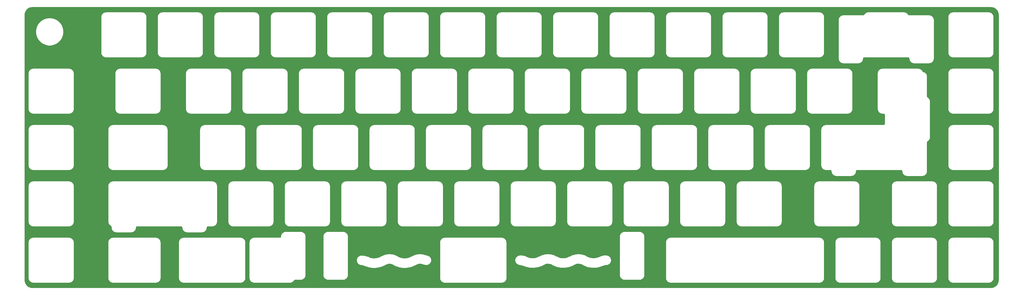
<source format=gtl>
G04 #@! TF.GenerationSoftware,KiCad,Pcbnew,(5.1.8)-1*
G04 #@! TF.CreationDate,2021-05-03T11:26:46+02:00*
G04 #@! TF.ProjectId,discipline-pcb,64697363-6970-46c6-996e-652d7063622e,rev?*
G04 #@! TF.SameCoordinates,Original*
G04 #@! TF.FileFunction,Copper,L1,Top*
G04 #@! TF.FilePolarity,Positive*
%FSLAX46Y46*%
G04 Gerber Fmt 4.6, Leading zero omitted, Abs format (unit mm)*
G04 Created by KiCad (PCBNEW (5.1.8)-1) date 2021-05-03 11:26:46*
%MOMM*%
%LPD*%
G01*
G04 APERTURE LIST*
G04 #@! TA.AperFunction,NonConductor*
%ADD10C,0.254000*%
G04 #@! TD*
G04 #@! TA.AperFunction,NonConductor*
%ADD11C,0.100000*%
G04 #@! TD*
G04 APERTURE END LIST*
D10*
X356287214Y-92085699D02*
X356771808Y-92232008D01*
X357218749Y-92469649D01*
X357611018Y-92789577D01*
X357933680Y-93179610D01*
X358174434Y-93624875D01*
X358324120Y-94108430D01*
X358380500Y-94644856D01*
X358380501Y-184181103D01*
X358327701Y-184719615D01*
X358181392Y-185204209D01*
X357943752Y-185651147D01*
X357623822Y-186043420D01*
X357233793Y-186366080D01*
X356788527Y-186606835D01*
X356304968Y-186756521D01*
X355768553Y-186812900D01*
X32631727Y-186780875D01*
X32089983Y-186752605D01*
X31613628Y-186632181D01*
X31169738Y-186421528D01*
X30775214Y-186128665D01*
X30445090Y-185764753D01*
X30191939Y-185343652D01*
X30025399Y-184881392D01*
X29948449Y-184373353D01*
X29945399Y-184201997D01*
X29944678Y-171481717D01*
X31086490Y-171481717D01*
X31086491Y-183553927D01*
X31089583Y-183585317D01*
X31089540Y-183591420D01*
X31090541Y-183601634D01*
X31110942Y-183795730D01*
X31124334Y-183860971D01*
X31136819Y-183926420D01*
X31139785Y-183936245D01*
X31197497Y-184122683D01*
X31223321Y-184184115D01*
X31248267Y-184245859D01*
X31253085Y-184254921D01*
X31345910Y-184426597D01*
X31383147Y-184481804D01*
X31419640Y-184537570D01*
X31426126Y-184545523D01*
X31550529Y-184695900D01*
X31597836Y-184742878D01*
X31644407Y-184790435D01*
X31652314Y-184796977D01*
X31803556Y-184920327D01*
X31859049Y-184957196D01*
X31914010Y-184994829D01*
X31923037Y-184999710D01*
X32095359Y-185091335D01*
X32156998Y-185116741D01*
X32218179Y-185142963D01*
X32227982Y-185145998D01*
X32414818Y-185202407D01*
X32480210Y-185215355D01*
X32545326Y-185229196D01*
X32555532Y-185230269D01*
X32749765Y-185249314D01*
X32749777Y-185249314D01*
X32785385Y-185252821D01*
X44857596Y-185252821D01*
X44888995Y-185249728D01*
X44895089Y-185249771D01*
X44905303Y-185248770D01*
X45099399Y-185228369D01*
X45164664Y-185214972D01*
X45230090Y-185202491D01*
X45239913Y-185199526D01*
X45239919Y-185199524D01*
X45426352Y-185141814D01*
X45487809Y-185115980D01*
X45549527Y-185091044D01*
X45558585Y-185086228D01*
X45558590Y-185086226D01*
X45558594Y-185086223D01*
X45730265Y-184993401D01*
X45785476Y-184956161D01*
X45841236Y-184919673D01*
X45849189Y-184913187D01*
X45999567Y-184788784D01*
X46046530Y-184741492D01*
X46094105Y-184694903D01*
X46100647Y-184686996D01*
X46223997Y-184535753D01*
X46260897Y-184480214D01*
X46298496Y-184425302D01*
X46303374Y-184416280D01*
X46303379Y-184416273D01*
X46303382Y-184416265D01*
X46395002Y-184243954D01*
X46420405Y-184182322D01*
X46446631Y-184121133D01*
X46449666Y-184111330D01*
X46506075Y-183924494D01*
X46519023Y-183859102D01*
X46532864Y-183793986D01*
X46533937Y-183783780D01*
X46552982Y-183589547D01*
X46552982Y-183589545D01*
X46556490Y-183553927D01*
X46556490Y-171486797D01*
X57986750Y-171486797D01*
X57986751Y-183559006D01*
X57989843Y-183590396D01*
X57989800Y-183596499D01*
X57990801Y-183606713D01*
X58011202Y-183800809D01*
X58024594Y-183866050D01*
X58037079Y-183931499D01*
X58040045Y-183941324D01*
X58097757Y-184127762D01*
X58123581Y-184189194D01*
X58148527Y-184250938D01*
X58153345Y-184260000D01*
X58246170Y-184431676D01*
X58283407Y-184486883D01*
X58319900Y-184542649D01*
X58326386Y-184550602D01*
X58450789Y-184700979D01*
X58498096Y-184747957D01*
X58544667Y-184795514D01*
X58552574Y-184802056D01*
X58703816Y-184925406D01*
X58759309Y-184962275D01*
X58814270Y-184999908D01*
X58823297Y-185004789D01*
X58995619Y-185096414D01*
X59057258Y-185121820D01*
X59118439Y-185148042D01*
X59128242Y-185151077D01*
X59315078Y-185207486D01*
X59380470Y-185220434D01*
X59445586Y-185234275D01*
X59455792Y-185235348D01*
X59650025Y-185254393D01*
X59650027Y-185254393D01*
X59685645Y-185257901D01*
X74139105Y-185257901D01*
X74170504Y-185254808D01*
X74176598Y-185254851D01*
X74186812Y-185253850D01*
X74380908Y-185233449D01*
X74446149Y-185220057D01*
X74511598Y-185207572D01*
X74521423Y-185204606D01*
X74707861Y-185146894D01*
X74769293Y-185121070D01*
X74831037Y-185096124D01*
X74840099Y-185091306D01*
X75011775Y-184998481D01*
X75066982Y-184961244D01*
X75122748Y-184924751D01*
X75130701Y-184918265D01*
X75281078Y-184793862D01*
X75328056Y-184746555D01*
X75375613Y-184699984D01*
X75382155Y-184692077D01*
X75505505Y-184540835D01*
X75542374Y-184485342D01*
X75580007Y-184430381D01*
X75584888Y-184421354D01*
X75676513Y-184249032D01*
X75701919Y-184187393D01*
X75728141Y-184126212D01*
X75731176Y-184116409D01*
X75787585Y-183929573D01*
X75800533Y-183864181D01*
X75814374Y-183799065D01*
X75815447Y-183788859D01*
X75834492Y-183594626D01*
X75834492Y-183594624D01*
X75838000Y-183559006D01*
X75838000Y-171486797D01*
X81799250Y-171486797D01*
X81799251Y-183559006D01*
X81802343Y-183590396D01*
X81802300Y-183596499D01*
X81803301Y-183606713D01*
X81823702Y-183800809D01*
X81837094Y-183866050D01*
X81849579Y-183931499D01*
X81852545Y-183941324D01*
X81910257Y-184127762D01*
X81936081Y-184189194D01*
X81961027Y-184250938D01*
X81965845Y-184260000D01*
X82058670Y-184431676D01*
X82095907Y-184486883D01*
X82132400Y-184542649D01*
X82138886Y-184550602D01*
X82263289Y-184700979D01*
X82310596Y-184747957D01*
X82357167Y-184795514D01*
X82365074Y-184802056D01*
X82516316Y-184925406D01*
X82571809Y-184962275D01*
X82626770Y-184999908D01*
X82635797Y-185004789D01*
X82808119Y-185096414D01*
X82869758Y-185121820D01*
X82930939Y-185148042D01*
X82940742Y-185151077D01*
X83127578Y-185207486D01*
X83192970Y-185220434D01*
X83258086Y-185234275D01*
X83268292Y-185235348D01*
X83462525Y-185254393D01*
X83462527Y-185254393D01*
X83498145Y-185257901D01*
X102714105Y-185257901D01*
X102745504Y-185254808D01*
X102751598Y-185254851D01*
X102761812Y-185253850D01*
X102955908Y-185233449D01*
X103021149Y-185220057D01*
X103086598Y-185207572D01*
X103096423Y-185204606D01*
X103282861Y-185146894D01*
X103344293Y-185121070D01*
X103406037Y-185096124D01*
X103415099Y-185091306D01*
X103586775Y-184998481D01*
X103641982Y-184961244D01*
X103697748Y-184924751D01*
X103705701Y-184918265D01*
X103856078Y-184793862D01*
X103903056Y-184746555D01*
X103950613Y-184699984D01*
X103957155Y-184692077D01*
X104080505Y-184540835D01*
X104117374Y-184485342D01*
X104155007Y-184430381D01*
X104159888Y-184421354D01*
X104251513Y-184249032D01*
X104276919Y-184187393D01*
X104303141Y-184126212D01*
X104306176Y-184116409D01*
X104362585Y-183929573D01*
X104375533Y-183864181D01*
X104389374Y-183799065D01*
X104390447Y-183788859D01*
X104409492Y-183594626D01*
X104409492Y-183594624D01*
X104413000Y-183559006D01*
X104413000Y-171486797D01*
X105611750Y-171486797D01*
X105611751Y-183559006D01*
X105614843Y-183590396D01*
X105614800Y-183596499D01*
X105615801Y-183606713D01*
X105636202Y-183800809D01*
X105649594Y-183866050D01*
X105662079Y-183931499D01*
X105665045Y-183941324D01*
X105722757Y-184127762D01*
X105748581Y-184189194D01*
X105773527Y-184250938D01*
X105778345Y-184260000D01*
X105871170Y-184431676D01*
X105908407Y-184486883D01*
X105944900Y-184542649D01*
X105951386Y-184550602D01*
X106075789Y-184700979D01*
X106123096Y-184747957D01*
X106169667Y-184795514D01*
X106177574Y-184802056D01*
X106328816Y-184925406D01*
X106384309Y-184962275D01*
X106439270Y-184999908D01*
X106448297Y-185004789D01*
X106620619Y-185096414D01*
X106682258Y-185121820D01*
X106743439Y-185148042D01*
X106753242Y-185151077D01*
X106940078Y-185207486D01*
X107005470Y-185220434D01*
X107070586Y-185234275D01*
X107080792Y-185235348D01*
X107275025Y-185254393D01*
X107275027Y-185254393D01*
X107310645Y-185257901D01*
X119382855Y-185257901D01*
X119395645Y-185256641D01*
X119442158Y-185255017D01*
X119485401Y-185249247D01*
X119528952Y-185246812D01*
X119539082Y-185245172D01*
X119731515Y-185212624D01*
X119795800Y-185195158D01*
X119860321Y-185178592D01*
X119869940Y-185175015D01*
X120052387Y-185105711D01*
X120112113Y-185076063D01*
X120172137Y-185047304D01*
X120180869Y-185041932D01*
X120180874Y-185041930D01*
X120180877Y-185041927D01*
X120346388Y-184938504D01*
X120399189Y-184897842D01*
X120452506Y-184857955D01*
X120460036Y-184850983D01*
X120602306Y-184717383D01*
X120646202Y-184667241D01*
X120690762Y-184617752D01*
X120696794Y-184609450D01*
X120810404Y-184450761D01*
X120882061Y-184350672D01*
X120919262Y-184315737D01*
X120962539Y-184288695D01*
X121010245Y-184270573D01*
X121083487Y-184258185D01*
X121091623Y-184257901D01*
X123026605Y-184257901D01*
X123058004Y-184254808D01*
X123064098Y-184254851D01*
X123074312Y-184253850D01*
X123268408Y-184233449D01*
X123333649Y-184220057D01*
X123399098Y-184207572D01*
X123408923Y-184204606D01*
X123595361Y-184146894D01*
X123656793Y-184121070D01*
X123718537Y-184096124D01*
X123727599Y-184091306D01*
X123899275Y-183998481D01*
X123954482Y-183961244D01*
X124010248Y-183924751D01*
X124018201Y-183918265D01*
X124168578Y-183793862D01*
X124215556Y-183746555D01*
X124263113Y-183699984D01*
X124269655Y-183692077D01*
X124393005Y-183540835D01*
X124429874Y-183485342D01*
X124467507Y-183430381D01*
X124472388Y-183421354D01*
X124564013Y-183249032D01*
X124589419Y-183187393D01*
X124615641Y-183126212D01*
X124618676Y-183116409D01*
X124675085Y-182929573D01*
X124688033Y-182864181D01*
X124701874Y-182799065D01*
X124702947Y-182788859D01*
X124721992Y-182594626D01*
X124721992Y-182594624D01*
X124725500Y-182559006D01*
X124725500Y-182559005D01*
X130549250Y-182559005D01*
X130552343Y-182590404D01*
X130552300Y-182596499D01*
X130553301Y-182606713D01*
X130573702Y-182800809D01*
X130587094Y-182866050D01*
X130599579Y-182931499D01*
X130602545Y-182941324D01*
X130660257Y-183127762D01*
X130686081Y-183189194D01*
X130711027Y-183250938D01*
X130715845Y-183260000D01*
X130808670Y-183431676D01*
X130845907Y-183486883D01*
X130882400Y-183542649D01*
X130888886Y-183550602D01*
X131013289Y-183700979D01*
X131060596Y-183747957D01*
X131107167Y-183795514D01*
X131115074Y-183802056D01*
X131266316Y-183925406D01*
X131321809Y-183962275D01*
X131376770Y-183999908D01*
X131385797Y-184004789D01*
X131558119Y-184096414D01*
X131619758Y-184121820D01*
X131680939Y-184148042D01*
X131690742Y-184151077D01*
X131877578Y-184207486D01*
X131942970Y-184220434D01*
X132008086Y-184234275D01*
X132018292Y-184235348D01*
X132212525Y-184254393D01*
X132212527Y-184254393D01*
X132248145Y-184257901D01*
X137320355Y-184257901D01*
X137351754Y-184254808D01*
X137357848Y-184254851D01*
X137368062Y-184253850D01*
X137562158Y-184233449D01*
X137627399Y-184220057D01*
X137692848Y-184207572D01*
X137702673Y-184204606D01*
X137889111Y-184146894D01*
X137950543Y-184121070D01*
X138012287Y-184096124D01*
X138021349Y-184091306D01*
X138193025Y-183998481D01*
X138248232Y-183961244D01*
X138303998Y-183924751D01*
X138311951Y-183918265D01*
X138462328Y-183793862D01*
X138509306Y-183746555D01*
X138556863Y-183699984D01*
X138563405Y-183692077D01*
X138686755Y-183540835D01*
X138723624Y-183485342D01*
X138761257Y-183430381D01*
X138766138Y-183421354D01*
X138857763Y-183249032D01*
X138883169Y-183187393D01*
X138909391Y-183126212D01*
X138912426Y-183116409D01*
X138968835Y-182929573D01*
X138981783Y-182864181D01*
X138995624Y-182799065D01*
X138996697Y-182788859D01*
X139015742Y-182594626D01*
X139015742Y-182594624D01*
X139019250Y-182559006D01*
X139019250Y-177556818D01*
X141791579Y-177556818D01*
X141797395Y-177615873D01*
X141804421Y-177727841D01*
X141813011Y-177780936D01*
X141818988Y-177834383D01*
X141821188Y-177844407D01*
X141864362Y-178034737D01*
X141885377Y-178097982D01*
X141905489Y-178161458D01*
X141909594Y-178170863D01*
X141988914Y-178349184D01*
X142021823Y-178407162D01*
X142053872Y-178465505D01*
X142059725Y-178473934D01*
X142172170Y-178633450D01*
X142215680Y-178683892D01*
X142258483Y-178734938D01*
X142265863Y-178742070D01*
X142407150Y-178876709D01*
X142459658Y-178917763D01*
X142511536Y-178959502D01*
X142520160Y-178965065D01*
X142684908Y-179069696D01*
X142744377Y-179099761D01*
X142803384Y-179130635D01*
X142812924Y-179134416D01*
X142994858Y-179205055D01*
X143059037Y-179222998D01*
X143122914Y-179241822D01*
X143133007Y-179243678D01*
X143325196Y-179277634D01*
X143327519Y-179277814D01*
X143331516Y-179278723D01*
X144148566Y-179415738D01*
X144783448Y-179633448D01*
X145051190Y-179741482D01*
X145075715Y-179749320D01*
X145099550Y-179759053D01*
X145117930Y-179764747D01*
X146112916Y-180058762D01*
X146156782Y-180068256D01*
X146200371Y-180078892D01*
X146219378Y-180081804D01*
X146219391Y-180081807D01*
X146219402Y-180081808D01*
X147246907Y-180225524D01*
X147291692Y-180228430D01*
X147336377Y-180232506D01*
X147355618Y-180232578D01*
X147355619Y-180232578D01*
X148393092Y-180222840D01*
X148437820Y-180219094D01*
X148482611Y-180216520D01*
X148501651Y-180213747D01*
X149526290Y-180050767D01*
X149569968Y-180040452D01*
X149613891Y-180031285D01*
X149632313Y-180025728D01*
X150621605Y-179713088D01*
X150663280Y-179696430D01*
X150705365Y-179680872D01*
X150722749Y-179672659D01*
X150722763Y-179672654D01*
X150722773Y-179672648D01*
X151647112Y-179221063D01*
X151671854Y-179209703D01*
X151764955Y-179155326D01*
X152198796Y-178955893D01*
X152627989Y-178852950D01*
X153068998Y-178835332D01*
X153505028Y-178903708D01*
X153939575Y-179062834D01*
X154093370Y-179144609D01*
X154204819Y-179209702D01*
X154207947Y-179211138D01*
X154293696Y-179260148D01*
X154312752Y-179269237D01*
X154330895Y-179280015D01*
X154348231Y-179288363D01*
X155288831Y-179726217D01*
X155330817Y-179742092D01*
X155372350Y-179759052D01*
X155390724Y-179764744D01*
X155390729Y-179764746D01*
X155390733Y-179764747D01*
X156385718Y-180058761D01*
X156429578Y-180068254D01*
X156473172Y-180078891D01*
X156492179Y-180081803D01*
X156492192Y-180081806D01*
X156492203Y-180081807D01*
X157519708Y-180225523D01*
X157564493Y-180228429D01*
X157609178Y-180232505D01*
X157628419Y-180232577D01*
X157628420Y-180232577D01*
X158665893Y-180222839D01*
X158710621Y-180219093D01*
X158755412Y-180216519D01*
X158774452Y-180213746D01*
X159799091Y-180050766D01*
X159842777Y-180040449D01*
X159886691Y-180031284D01*
X159905109Y-180025728D01*
X159905114Y-180025727D01*
X159905118Y-180025725D01*
X160894405Y-179713087D01*
X160936080Y-179696429D01*
X160978165Y-179680871D01*
X160995549Y-179672658D01*
X160995563Y-179672653D01*
X160995573Y-179672647D01*
X161919878Y-179221079D01*
X161944654Y-179209703D01*
X162037755Y-179155326D01*
X162471596Y-178955893D01*
X162900789Y-178852950D01*
X163341798Y-178835332D01*
X163797522Y-178906796D01*
X163990747Y-178965970D01*
X164165143Y-179024107D01*
X164172108Y-179025758D01*
X164241871Y-179045146D01*
X165110634Y-179233479D01*
X165171676Y-179241116D01*
X165212960Y-179248222D01*
X165223200Y-179248896D01*
X165354327Y-179256608D01*
X165409208Y-179254467D01*
X165464097Y-179254850D01*
X165474311Y-179253849D01*
X165668407Y-179233448D01*
X165733651Y-179220055D01*
X165799094Y-179207572D01*
X165808918Y-179204606D01*
X165995356Y-179146895D01*
X166056810Y-179121063D01*
X166118539Y-179096122D01*
X166127601Y-179091305D01*
X166299278Y-178998479D01*
X166354531Y-178961210D01*
X166410245Y-178924752D01*
X166418198Y-178918266D01*
X166568576Y-178793863D01*
X166615554Y-178746556D01*
X166663112Y-178699984D01*
X166669654Y-178692077D01*
X166793005Y-178540834D01*
X166829895Y-178485311D01*
X166867506Y-178430381D01*
X166872386Y-178421356D01*
X166872387Y-178421355D01*
X166872389Y-178421351D01*
X166964012Y-178249033D01*
X166989415Y-178187401D01*
X167015641Y-178126212D01*
X167018676Y-178116409D01*
X167075085Y-177929573D01*
X167088035Y-177864170D01*
X167101874Y-177799065D01*
X167102947Y-177788859D01*
X167121992Y-177594626D01*
X167121992Y-177594623D01*
X167129056Y-177522900D01*
X167122357Y-177454888D01*
X167107535Y-177285349D01*
X167095990Y-177223637D01*
X167085964Y-177161691D01*
X167083275Y-177151787D01*
X167030811Y-176963805D01*
X167006725Y-176901686D01*
X166983515Y-176839255D01*
X166978953Y-176830062D01*
X166890977Y-176655849D01*
X166855286Y-176599595D01*
X166820391Y-176542859D01*
X166814130Y-176534727D01*
X166693992Y-176380920D01*
X166648048Y-176332662D01*
X166602799Y-176283787D01*
X166595085Y-176277032D01*
X166595081Y-176277028D01*
X166595077Y-176277025D01*
X166447353Y-176149484D01*
X166392904Y-176111065D01*
X166339032Y-176071916D01*
X166330146Y-176066783D01*
X166160461Y-175970363D01*
X166099598Y-175943257D01*
X166039137Y-175915312D01*
X166029423Y-175912004D01*
X165844242Y-175850379D01*
X165836929Y-175848717D01*
X165812723Y-175840671D01*
X165794145Y-175835663D01*
X164759963Y-175571369D01*
X164751608Y-175569626D01*
X164745670Y-175567868D01*
X164291058Y-175461336D01*
X164283568Y-175460272D01*
X164276333Y-175458044D01*
X164192690Y-175445227D01*
X163307710Y-175361381D01*
X163284583Y-175361255D01*
X163261628Y-175358472D01*
X163177069Y-175360668D01*
X163177038Y-175360668D01*
X163177028Y-175360670D01*
X162291195Y-175434865D01*
X162268415Y-175438836D01*
X162245327Y-175440162D01*
X162162462Y-175457304D01*
X161303760Y-175687196D01*
X161282043Y-175695138D01*
X161259554Y-175700532D01*
X161181034Y-175732077D01*
X160379522Y-176109031D01*
X160349906Y-176122630D01*
X160254040Y-176178622D01*
X159538585Y-176515103D01*
X158806616Y-176711066D01*
X158051512Y-176774312D01*
X157297140Y-176702840D01*
X156565405Y-176498368D01*
X155897172Y-176179636D01*
X155799567Y-176122629D01*
X155771655Y-176109813D01*
X155023135Y-175752787D01*
X155003337Y-175745424D01*
X154984567Y-175735731D01*
X154904516Y-175708305D01*
X154048371Y-175469068D01*
X154025639Y-175464850D01*
X154003533Y-175458044D01*
X153919890Y-175445227D01*
X153034910Y-175361381D01*
X153011783Y-175361255D01*
X152988828Y-175358472D01*
X152904269Y-175360668D01*
X152904238Y-175360668D01*
X152904228Y-175360670D01*
X152018395Y-175434865D01*
X151995615Y-175438836D01*
X151972527Y-175440162D01*
X151889662Y-175457304D01*
X151030960Y-175687196D01*
X151009243Y-175695138D01*
X150986754Y-175700532D01*
X150908234Y-175732077D01*
X150106722Y-176109031D01*
X150077106Y-176122630D01*
X149981240Y-176178622D01*
X149265785Y-176515103D01*
X148533816Y-176711066D01*
X147778712Y-176774312D01*
X147024340Y-176702840D01*
X146281271Y-176495200D01*
X145860083Y-176310518D01*
X145595706Y-176189921D01*
X145553714Y-176175527D01*
X145512911Y-176158039D01*
X145503107Y-176155004D01*
X144755763Y-175929367D01*
X144690380Y-175916421D01*
X144625253Y-175902578D01*
X144615049Y-175901505D01*
X144615047Y-175901505D01*
X143838110Y-175825326D01*
X143802492Y-175821818D01*
X143494030Y-175821818D01*
X143462631Y-175824911D01*
X143456537Y-175824868D01*
X143446323Y-175825869D01*
X143252226Y-175846270D01*
X143186978Y-175859663D01*
X143121537Y-175872147D01*
X143111712Y-175875113D01*
X142925274Y-175932825D01*
X142863855Y-175958643D01*
X142802097Y-175983595D01*
X142793036Y-175988413D01*
X142621359Y-176081238D01*
X142566112Y-176118503D01*
X142510387Y-176154968D01*
X142502434Y-176161454D01*
X142352056Y-176285858D01*
X142305079Y-176333164D01*
X142257522Y-176379735D01*
X142250980Y-176387642D01*
X142127630Y-176538884D01*
X142090743Y-176594403D01*
X142053129Y-176649338D01*
X142048247Y-176658365D01*
X141956622Y-176830687D01*
X141931221Y-176892314D01*
X141904994Y-176953507D01*
X141901959Y-176963310D01*
X141845550Y-177150146D01*
X141832602Y-177215538D01*
X141818761Y-177280654D01*
X141817688Y-177290860D01*
X141798655Y-177484970D01*
X141791579Y-177556818D01*
X139019250Y-177556818D01*
X139019250Y-171486797D01*
X169905500Y-171486797D01*
X169905501Y-183559006D01*
X169908593Y-183590396D01*
X169908550Y-183596499D01*
X169909551Y-183606713D01*
X169929952Y-183800809D01*
X169943344Y-183866050D01*
X169955829Y-183931499D01*
X169958795Y-183941324D01*
X170016507Y-184127762D01*
X170042331Y-184189194D01*
X170067277Y-184250938D01*
X170072095Y-184260000D01*
X170164920Y-184431676D01*
X170202157Y-184486883D01*
X170238650Y-184542649D01*
X170245136Y-184550602D01*
X170369539Y-184700979D01*
X170416846Y-184747957D01*
X170463417Y-184795514D01*
X170471324Y-184802056D01*
X170622566Y-184925406D01*
X170678059Y-184962275D01*
X170733020Y-184999908D01*
X170742047Y-185004789D01*
X170914369Y-185096414D01*
X170976008Y-185121820D01*
X171037189Y-185148042D01*
X171046992Y-185151077D01*
X171233828Y-185207486D01*
X171299220Y-185220434D01*
X171364336Y-185234275D01*
X171374542Y-185235348D01*
X171568775Y-185254393D01*
X171568777Y-185254393D01*
X171604395Y-185257901D01*
X190820355Y-185257901D01*
X190851754Y-185254808D01*
X190857848Y-185254851D01*
X190868062Y-185253850D01*
X191062158Y-185233449D01*
X191127399Y-185220057D01*
X191192848Y-185207572D01*
X191202673Y-185204606D01*
X191389111Y-185146894D01*
X191450543Y-185121070D01*
X191512287Y-185096124D01*
X191521349Y-185091306D01*
X191693025Y-184998481D01*
X191748232Y-184961244D01*
X191803998Y-184924751D01*
X191811951Y-184918265D01*
X191962328Y-184793862D01*
X192009306Y-184746555D01*
X192056863Y-184699984D01*
X192063405Y-184692077D01*
X192186755Y-184540835D01*
X192223624Y-184485342D01*
X192261257Y-184430381D01*
X192266138Y-184421354D01*
X192357763Y-184249032D01*
X192383169Y-184187393D01*
X192409391Y-184126212D01*
X192412426Y-184116409D01*
X192468835Y-183929573D01*
X192481783Y-183864181D01*
X192495624Y-183799065D01*
X192496697Y-183788859D01*
X192515742Y-183594626D01*
X192515742Y-183594624D01*
X192519250Y-183559006D01*
X192519250Y-182559005D01*
X230549250Y-182559005D01*
X230552343Y-182590404D01*
X230552300Y-182596499D01*
X230553301Y-182606713D01*
X230573702Y-182800809D01*
X230587094Y-182866050D01*
X230599579Y-182931499D01*
X230602545Y-182941324D01*
X230660257Y-183127762D01*
X230686081Y-183189194D01*
X230711027Y-183250938D01*
X230715845Y-183260000D01*
X230808670Y-183431676D01*
X230845907Y-183486883D01*
X230882400Y-183542649D01*
X230888886Y-183550602D01*
X231013289Y-183700979D01*
X231060596Y-183747957D01*
X231107167Y-183795514D01*
X231115074Y-183802056D01*
X231266316Y-183925406D01*
X231321809Y-183962275D01*
X231376770Y-183999908D01*
X231385797Y-184004789D01*
X231558119Y-184096414D01*
X231619758Y-184121820D01*
X231680939Y-184148042D01*
X231690742Y-184151077D01*
X231877578Y-184207486D01*
X231942970Y-184220434D01*
X232008086Y-184234275D01*
X232018292Y-184235348D01*
X232212525Y-184254393D01*
X232212527Y-184254393D01*
X232248145Y-184257901D01*
X237320355Y-184257901D01*
X237351754Y-184254808D01*
X237357848Y-184254851D01*
X237368062Y-184253850D01*
X237562158Y-184233449D01*
X237627399Y-184220057D01*
X237692848Y-184207572D01*
X237702673Y-184204606D01*
X237889111Y-184146894D01*
X237950543Y-184121070D01*
X238012287Y-184096124D01*
X238021349Y-184091306D01*
X238193025Y-183998481D01*
X238248232Y-183961244D01*
X238303998Y-183924751D01*
X238311951Y-183918265D01*
X238462328Y-183793862D01*
X238509306Y-183746555D01*
X238556863Y-183699984D01*
X238563405Y-183692077D01*
X238686755Y-183540835D01*
X238723624Y-183485342D01*
X238761257Y-183430381D01*
X238766138Y-183421354D01*
X238857763Y-183249032D01*
X238883169Y-183187393D01*
X238909391Y-183126212D01*
X238912426Y-183116409D01*
X238968835Y-182929573D01*
X238981783Y-182864181D01*
X238995624Y-182799065D01*
X238996697Y-182788859D01*
X239015742Y-182594626D01*
X239015742Y-182594624D01*
X239019250Y-182559006D01*
X239019250Y-171486797D01*
X246105500Y-171486797D01*
X246105501Y-183559006D01*
X246108593Y-183590396D01*
X246108550Y-183596499D01*
X246109551Y-183606713D01*
X246129952Y-183800809D01*
X246143344Y-183866050D01*
X246155829Y-183931499D01*
X246158795Y-183941324D01*
X246216507Y-184127762D01*
X246242331Y-184189194D01*
X246267277Y-184250938D01*
X246272095Y-184260000D01*
X246364920Y-184431676D01*
X246402157Y-184486883D01*
X246438650Y-184542649D01*
X246445136Y-184550602D01*
X246569539Y-184700979D01*
X246616846Y-184747957D01*
X246663417Y-184795514D01*
X246671324Y-184802056D01*
X246822566Y-184925406D01*
X246878059Y-184962275D01*
X246933020Y-184999908D01*
X246942047Y-185004789D01*
X247114369Y-185096414D01*
X247176008Y-185121820D01*
X247237189Y-185148042D01*
X247246992Y-185151077D01*
X247433828Y-185207486D01*
X247499220Y-185220434D01*
X247564336Y-185234275D01*
X247574542Y-185235348D01*
X247768775Y-185254393D01*
X247768777Y-185254393D01*
X247804395Y-185257901D01*
X297976605Y-185257901D01*
X298008004Y-185254808D01*
X298014098Y-185254851D01*
X298024312Y-185253850D01*
X298218408Y-185233449D01*
X298283649Y-185220057D01*
X298349098Y-185207572D01*
X298358923Y-185204606D01*
X298545361Y-185146894D01*
X298606793Y-185121070D01*
X298668537Y-185096124D01*
X298677599Y-185091306D01*
X298849275Y-184998481D01*
X298904482Y-184961244D01*
X298960248Y-184924751D01*
X298968201Y-184918265D01*
X299118578Y-184793862D01*
X299165556Y-184746555D01*
X299213113Y-184699984D01*
X299219655Y-184692077D01*
X299343005Y-184540835D01*
X299379874Y-184485342D01*
X299417507Y-184430381D01*
X299422388Y-184421354D01*
X299514013Y-184249032D01*
X299539419Y-184187393D01*
X299565641Y-184126212D01*
X299568676Y-184116409D01*
X299625085Y-183929573D01*
X299638033Y-183864181D01*
X299651874Y-183799065D01*
X299652947Y-183788859D01*
X299671992Y-183594626D01*
X299671992Y-183594624D01*
X299675500Y-183559006D01*
X299675500Y-171486797D01*
X303255500Y-171486797D01*
X303255501Y-183559006D01*
X303258593Y-183590396D01*
X303258550Y-183596499D01*
X303259551Y-183606713D01*
X303279952Y-183800809D01*
X303293344Y-183866050D01*
X303305829Y-183931499D01*
X303308795Y-183941324D01*
X303366507Y-184127762D01*
X303392331Y-184189194D01*
X303417277Y-184250938D01*
X303422095Y-184260000D01*
X303514920Y-184431676D01*
X303552157Y-184486883D01*
X303588650Y-184542649D01*
X303595136Y-184550602D01*
X303719539Y-184700979D01*
X303766846Y-184747957D01*
X303813417Y-184795514D01*
X303821324Y-184802056D01*
X303972566Y-184925406D01*
X304028059Y-184962275D01*
X304083020Y-184999908D01*
X304092047Y-185004789D01*
X304264369Y-185096414D01*
X304326008Y-185121820D01*
X304387189Y-185148042D01*
X304396992Y-185151077D01*
X304583828Y-185207486D01*
X304649220Y-185220434D01*
X304714336Y-185234275D01*
X304724542Y-185235348D01*
X304918775Y-185254393D01*
X304918777Y-185254393D01*
X304954395Y-185257901D01*
X317026605Y-185257901D01*
X317058004Y-185254808D01*
X317064098Y-185254851D01*
X317074312Y-185253850D01*
X317268408Y-185233449D01*
X317333649Y-185220057D01*
X317399098Y-185207572D01*
X317408923Y-185204606D01*
X317595361Y-185146894D01*
X317656793Y-185121070D01*
X317718537Y-185096124D01*
X317727599Y-185091306D01*
X317899275Y-184998481D01*
X317954482Y-184961244D01*
X318010248Y-184924751D01*
X318018201Y-184918265D01*
X318168578Y-184793862D01*
X318215556Y-184746555D01*
X318263113Y-184699984D01*
X318269655Y-184692077D01*
X318393005Y-184540835D01*
X318429874Y-184485342D01*
X318467507Y-184430381D01*
X318472388Y-184421354D01*
X318564013Y-184249032D01*
X318589419Y-184187393D01*
X318615641Y-184126212D01*
X318618676Y-184116409D01*
X318675085Y-183929573D01*
X318688033Y-183864181D01*
X318701874Y-183799065D01*
X318702947Y-183788859D01*
X318721992Y-183594626D01*
X318721992Y-183594624D01*
X318725500Y-183559006D01*
X318725500Y-171486797D01*
X322305500Y-171486797D01*
X322305501Y-183559006D01*
X322308593Y-183590396D01*
X322308550Y-183596499D01*
X322309551Y-183606713D01*
X322329952Y-183800809D01*
X322343344Y-183866050D01*
X322355829Y-183931499D01*
X322358795Y-183941324D01*
X322416507Y-184127762D01*
X322442331Y-184189194D01*
X322467277Y-184250938D01*
X322472095Y-184260000D01*
X322564920Y-184431676D01*
X322602157Y-184486883D01*
X322638650Y-184542649D01*
X322645136Y-184550602D01*
X322769539Y-184700979D01*
X322816846Y-184747957D01*
X322863417Y-184795514D01*
X322871324Y-184802056D01*
X323022566Y-184925406D01*
X323078059Y-184962275D01*
X323133020Y-184999908D01*
X323142047Y-185004789D01*
X323314369Y-185096414D01*
X323376008Y-185121820D01*
X323437189Y-185148042D01*
X323446992Y-185151077D01*
X323633828Y-185207486D01*
X323699220Y-185220434D01*
X323764336Y-185234275D01*
X323774542Y-185235348D01*
X323968775Y-185254393D01*
X323968777Y-185254393D01*
X324004395Y-185257901D01*
X336076605Y-185257901D01*
X336108004Y-185254808D01*
X336114098Y-185254851D01*
X336124312Y-185253850D01*
X336318408Y-185233449D01*
X336383649Y-185220057D01*
X336449098Y-185207572D01*
X336458923Y-185204606D01*
X336645361Y-185146894D01*
X336706793Y-185121070D01*
X336768537Y-185096124D01*
X336777599Y-185091306D01*
X336949275Y-184998481D01*
X337004482Y-184961244D01*
X337060248Y-184924751D01*
X337068201Y-184918265D01*
X337218578Y-184793862D01*
X337265556Y-184746555D01*
X337313113Y-184699984D01*
X337319655Y-184692077D01*
X337443005Y-184540835D01*
X337479874Y-184485342D01*
X337517507Y-184430381D01*
X337522388Y-184421354D01*
X337614013Y-184249032D01*
X337639419Y-184187393D01*
X337665641Y-184126212D01*
X337668676Y-184116409D01*
X337725085Y-183929573D01*
X337738033Y-183864181D01*
X337751874Y-183799065D01*
X337752947Y-183788859D01*
X337771992Y-183594626D01*
X337771992Y-183594624D01*
X337775500Y-183559006D01*
X337775500Y-171486797D01*
X341355500Y-171486797D01*
X341355501Y-183559006D01*
X341358593Y-183590396D01*
X341358550Y-183596499D01*
X341359551Y-183606713D01*
X341379952Y-183800809D01*
X341393344Y-183866050D01*
X341405829Y-183931499D01*
X341408795Y-183941324D01*
X341466507Y-184127762D01*
X341492331Y-184189194D01*
X341517277Y-184250938D01*
X341522095Y-184260000D01*
X341614920Y-184431676D01*
X341652157Y-184486883D01*
X341688650Y-184542649D01*
X341695136Y-184550602D01*
X341819539Y-184700979D01*
X341866846Y-184747957D01*
X341913417Y-184795514D01*
X341921324Y-184802056D01*
X342072566Y-184925406D01*
X342128059Y-184962275D01*
X342183020Y-184999908D01*
X342192047Y-185004789D01*
X342364369Y-185096414D01*
X342426008Y-185121820D01*
X342487189Y-185148042D01*
X342496992Y-185151077D01*
X342683828Y-185207486D01*
X342749220Y-185220434D01*
X342814336Y-185234275D01*
X342824542Y-185235348D01*
X343018775Y-185254393D01*
X343018777Y-185254393D01*
X343054395Y-185257901D01*
X355126605Y-185257901D01*
X355158004Y-185254808D01*
X355164098Y-185254851D01*
X355174312Y-185253850D01*
X355368408Y-185233449D01*
X355433649Y-185220057D01*
X355499098Y-185207572D01*
X355508923Y-185204606D01*
X355695361Y-185146894D01*
X355756793Y-185121070D01*
X355818537Y-185096124D01*
X355827599Y-185091306D01*
X355999275Y-184998481D01*
X356054482Y-184961244D01*
X356110248Y-184924751D01*
X356118201Y-184918265D01*
X356268578Y-184793862D01*
X356315556Y-184746555D01*
X356363113Y-184699984D01*
X356369655Y-184692077D01*
X356493005Y-184540835D01*
X356529874Y-184485342D01*
X356567507Y-184430381D01*
X356572388Y-184421354D01*
X356664013Y-184249032D01*
X356689419Y-184187393D01*
X356715641Y-184126212D01*
X356718676Y-184116409D01*
X356775085Y-183929573D01*
X356788033Y-183864181D01*
X356801874Y-183799065D01*
X356802947Y-183788859D01*
X356821992Y-183594626D01*
X356821992Y-183594624D01*
X356825500Y-183559006D01*
X356825500Y-171486796D01*
X356822407Y-171455397D01*
X356822450Y-171449303D01*
X356821449Y-171439089D01*
X356801048Y-171244992D01*
X356787655Y-171179744D01*
X356775171Y-171114303D01*
X356772205Y-171104478D01*
X356714493Y-170918040D01*
X356688675Y-170856621D01*
X356663723Y-170794863D01*
X356658905Y-170785802D01*
X356566080Y-170614125D01*
X356528815Y-170558878D01*
X356492350Y-170503153D01*
X356485864Y-170495200D01*
X356361460Y-170344822D01*
X356314154Y-170297845D01*
X356267583Y-170250288D01*
X356259676Y-170243746D01*
X356108434Y-170120396D01*
X356052915Y-170083509D01*
X355997980Y-170045895D01*
X355988953Y-170041013D01*
X355816631Y-169949388D01*
X355755004Y-169923987D01*
X355693811Y-169897760D01*
X355684008Y-169894725D01*
X355497172Y-169838316D01*
X355431780Y-169825368D01*
X355366664Y-169811527D01*
X355356458Y-169810454D01*
X355162224Y-169791409D01*
X355162223Y-169791409D01*
X355126605Y-169787901D01*
X343054395Y-169787901D01*
X343022996Y-169790994D01*
X343016902Y-169790951D01*
X343006688Y-169791952D01*
X342812591Y-169812353D01*
X342747343Y-169825746D01*
X342681902Y-169838230D01*
X342672077Y-169841196D01*
X342485639Y-169898908D01*
X342424220Y-169924726D01*
X342362462Y-169949678D01*
X342353401Y-169954496D01*
X342181724Y-170047321D01*
X342126477Y-170084586D01*
X342070752Y-170121051D01*
X342062799Y-170127537D01*
X341912421Y-170251941D01*
X341865444Y-170299247D01*
X341817887Y-170345818D01*
X341811345Y-170353725D01*
X341687995Y-170504967D01*
X341651108Y-170560486D01*
X341613494Y-170615421D01*
X341608612Y-170624448D01*
X341516987Y-170796770D01*
X341491586Y-170858397D01*
X341465359Y-170919590D01*
X341462324Y-170929393D01*
X341405915Y-171116229D01*
X341392967Y-171181621D01*
X341379126Y-171246737D01*
X341378053Y-171256943D01*
X341359008Y-171451177D01*
X341355500Y-171486797D01*
X337775500Y-171486797D01*
X337775500Y-171486796D01*
X337772407Y-171455397D01*
X337772450Y-171449303D01*
X337771449Y-171439089D01*
X337751048Y-171244992D01*
X337737655Y-171179744D01*
X337725171Y-171114303D01*
X337722205Y-171104478D01*
X337664493Y-170918040D01*
X337638675Y-170856621D01*
X337613723Y-170794863D01*
X337608905Y-170785802D01*
X337516080Y-170614125D01*
X337478815Y-170558878D01*
X337442350Y-170503153D01*
X337435864Y-170495200D01*
X337311460Y-170344822D01*
X337264154Y-170297845D01*
X337217583Y-170250288D01*
X337209676Y-170243746D01*
X337058434Y-170120396D01*
X337002915Y-170083509D01*
X336947980Y-170045895D01*
X336938953Y-170041013D01*
X336766631Y-169949388D01*
X336705004Y-169923987D01*
X336643811Y-169897760D01*
X336634008Y-169894725D01*
X336447172Y-169838316D01*
X336381780Y-169825368D01*
X336316664Y-169811527D01*
X336306458Y-169810454D01*
X336112224Y-169791409D01*
X336112223Y-169791409D01*
X336076605Y-169787901D01*
X324004395Y-169787901D01*
X323972996Y-169790994D01*
X323966902Y-169790951D01*
X323956688Y-169791952D01*
X323762591Y-169812353D01*
X323697343Y-169825746D01*
X323631902Y-169838230D01*
X323622077Y-169841196D01*
X323435639Y-169898908D01*
X323374220Y-169924726D01*
X323312462Y-169949678D01*
X323303401Y-169954496D01*
X323131724Y-170047321D01*
X323076477Y-170084586D01*
X323020752Y-170121051D01*
X323012799Y-170127537D01*
X322862421Y-170251941D01*
X322815444Y-170299247D01*
X322767887Y-170345818D01*
X322761345Y-170353725D01*
X322637995Y-170504967D01*
X322601108Y-170560486D01*
X322563494Y-170615421D01*
X322558612Y-170624448D01*
X322466987Y-170796770D01*
X322441586Y-170858397D01*
X322415359Y-170919590D01*
X322412324Y-170929393D01*
X322355915Y-171116229D01*
X322342967Y-171181621D01*
X322329126Y-171246737D01*
X322328053Y-171256943D01*
X322309008Y-171451177D01*
X322305500Y-171486797D01*
X318725500Y-171486797D01*
X318725500Y-171486796D01*
X318722407Y-171455397D01*
X318722450Y-171449303D01*
X318721449Y-171439089D01*
X318701048Y-171244992D01*
X318687655Y-171179744D01*
X318675171Y-171114303D01*
X318672205Y-171104478D01*
X318614493Y-170918040D01*
X318588675Y-170856621D01*
X318563723Y-170794863D01*
X318558905Y-170785802D01*
X318466080Y-170614125D01*
X318428815Y-170558878D01*
X318392350Y-170503153D01*
X318385864Y-170495200D01*
X318261460Y-170344822D01*
X318214154Y-170297845D01*
X318167583Y-170250288D01*
X318159676Y-170243746D01*
X318008434Y-170120396D01*
X317952915Y-170083509D01*
X317897980Y-170045895D01*
X317888953Y-170041013D01*
X317716631Y-169949388D01*
X317655004Y-169923987D01*
X317593811Y-169897760D01*
X317584008Y-169894725D01*
X317397172Y-169838316D01*
X317331780Y-169825368D01*
X317266664Y-169811527D01*
X317256458Y-169810454D01*
X317062224Y-169791409D01*
X317062223Y-169791409D01*
X317026605Y-169787901D01*
X304954395Y-169787901D01*
X304922996Y-169790994D01*
X304916902Y-169790951D01*
X304906688Y-169791952D01*
X304712591Y-169812353D01*
X304647343Y-169825746D01*
X304581902Y-169838230D01*
X304572077Y-169841196D01*
X304385639Y-169898908D01*
X304324220Y-169924726D01*
X304262462Y-169949678D01*
X304253401Y-169954496D01*
X304081724Y-170047321D01*
X304026477Y-170084586D01*
X303970752Y-170121051D01*
X303962799Y-170127537D01*
X303812421Y-170251941D01*
X303765444Y-170299247D01*
X303717887Y-170345818D01*
X303711345Y-170353725D01*
X303587995Y-170504967D01*
X303551108Y-170560486D01*
X303513494Y-170615421D01*
X303508612Y-170624448D01*
X303416987Y-170796770D01*
X303391586Y-170858397D01*
X303365359Y-170919590D01*
X303362324Y-170929393D01*
X303305915Y-171116229D01*
X303292967Y-171181621D01*
X303279126Y-171246737D01*
X303278053Y-171256943D01*
X303259008Y-171451177D01*
X303255500Y-171486797D01*
X299675500Y-171486797D01*
X299675500Y-171486796D01*
X299672407Y-171455397D01*
X299672450Y-171449303D01*
X299671449Y-171439089D01*
X299651048Y-171244992D01*
X299637655Y-171179744D01*
X299625171Y-171114303D01*
X299622205Y-171104478D01*
X299564493Y-170918040D01*
X299538675Y-170856621D01*
X299513723Y-170794863D01*
X299508905Y-170785802D01*
X299416080Y-170614125D01*
X299378815Y-170558878D01*
X299342350Y-170503153D01*
X299335864Y-170495200D01*
X299211460Y-170344822D01*
X299164154Y-170297845D01*
X299117583Y-170250288D01*
X299109676Y-170243746D01*
X298958434Y-170120396D01*
X298902915Y-170083509D01*
X298847980Y-170045895D01*
X298838953Y-170041013D01*
X298666631Y-169949388D01*
X298605004Y-169923987D01*
X298543811Y-169897760D01*
X298534008Y-169894725D01*
X298347172Y-169838316D01*
X298281780Y-169825368D01*
X298216664Y-169811527D01*
X298206458Y-169810454D01*
X298012224Y-169791409D01*
X298012223Y-169791409D01*
X297976605Y-169787901D01*
X247804395Y-169787901D01*
X247772996Y-169790994D01*
X247766902Y-169790951D01*
X247756688Y-169791952D01*
X247562591Y-169812353D01*
X247497343Y-169825746D01*
X247431902Y-169838230D01*
X247422077Y-169841196D01*
X247235639Y-169898908D01*
X247174220Y-169924726D01*
X247112462Y-169949678D01*
X247103401Y-169954496D01*
X246931724Y-170047321D01*
X246876477Y-170084586D01*
X246820752Y-170121051D01*
X246812799Y-170127537D01*
X246662421Y-170251941D01*
X246615444Y-170299247D01*
X246567887Y-170345818D01*
X246561345Y-170353725D01*
X246437995Y-170504967D01*
X246401108Y-170560486D01*
X246363494Y-170615421D01*
X246358612Y-170624448D01*
X246266987Y-170796770D01*
X246241586Y-170858397D01*
X246215359Y-170919590D01*
X246212324Y-170929393D01*
X246155915Y-171116229D01*
X246142967Y-171181621D01*
X246129126Y-171246737D01*
X246128053Y-171256943D01*
X246109008Y-171451177D01*
X246105500Y-171486797D01*
X239019250Y-171486797D01*
X239019250Y-169486796D01*
X239016157Y-169455397D01*
X239016200Y-169449303D01*
X239015199Y-169439089D01*
X238994798Y-169244992D01*
X238981405Y-169179744D01*
X238968921Y-169114303D01*
X238965955Y-169104478D01*
X238908243Y-168918040D01*
X238882425Y-168856621D01*
X238857473Y-168794863D01*
X238852655Y-168785802D01*
X238759830Y-168614125D01*
X238722565Y-168558878D01*
X238686100Y-168503153D01*
X238679614Y-168495200D01*
X238555210Y-168344822D01*
X238507904Y-168297845D01*
X238461333Y-168250288D01*
X238453426Y-168243746D01*
X238302184Y-168120396D01*
X238246665Y-168083509D01*
X238191730Y-168045895D01*
X238182703Y-168041013D01*
X238010381Y-167949388D01*
X237948754Y-167923987D01*
X237887561Y-167897760D01*
X237877758Y-167894725D01*
X237690922Y-167838316D01*
X237625530Y-167825368D01*
X237560414Y-167811527D01*
X237550208Y-167810454D01*
X237355974Y-167791409D01*
X237355973Y-167791409D01*
X237320355Y-167787901D01*
X232248145Y-167787901D01*
X232216746Y-167790994D01*
X232210652Y-167790951D01*
X232200438Y-167791952D01*
X232006341Y-167812353D01*
X231941093Y-167825746D01*
X231875652Y-167838230D01*
X231865827Y-167841196D01*
X231679389Y-167898908D01*
X231617970Y-167924726D01*
X231556212Y-167949678D01*
X231547151Y-167954496D01*
X231375474Y-168047321D01*
X231320227Y-168084586D01*
X231264502Y-168121051D01*
X231256549Y-168127537D01*
X231106171Y-168251941D01*
X231059194Y-168299247D01*
X231011637Y-168345818D01*
X231005095Y-168353725D01*
X230881745Y-168504967D01*
X230844858Y-168560486D01*
X230807244Y-168615421D01*
X230802362Y-168624448D01*
X230710737Y-168796770D01*
X230685336Y-168858397D01*
X230659109Y-168919590D01*
X230656074Y-168929393D01*
X230599665Y-169116229D01*
X230586717Y-169181621D01*
X230572876Y-169246737D01*
X230571803Y-169256943D01*
X230552758Y-169451177D01*
X230552758Y-169451188D01*
X230549251Y-169486796D01*
X230549250Y-182559005D01*
X192519250Y-182559005D01*
X192519250Y-177522901D01*
X195255694Y-177522901D01*
X195261510Y-177581956D01*
X195268536Y-177693924D01*
X195277126Y-177747019D01*
X195283103Y-177800466D01*
X195285303Y-177810490D01*
X195328477Y-178000820D01*
X195349492Y-178064065D01*
X195369604Y-178127541D01*
X195373709Y-178136946D01*
X195453029Y-178315267D01*
X195485938Y-178373245D01*
X195517987Y-178431588D01*
X195523840Y-178440017D01*
X195636285Y-178599533D01*
X195679795Y-178649975D01*
X195722598Y-178701021D01*
X195729978Y-178708153D01*
X195871265Y-178842792D01*
X195923773Y-178883846D01*
X195975651Y-178925585D01*
X195984275Y-178931148D01*
X196149023Y-179035779D01*
X196208492Y-179065844D01*
X196267499Y-179096718D01*
X196277039Y-179100499D01*
X196458973Y-179171138D01*
X196523152Y-179189081D01*
X196587029Y-179207905D01*
X196597122Y-179209761D01*
X196789311Y-179243717D01*
X196791641Y-179243897D01*
X196795631Y-179244805D01*
X197612681Y-179381820D01*
X198247563Y-179599530D01*
X198515305Y-179707564D01*
X198539830Y-179715402D01*
X198563665Y-179725135D01*
X198582045Y-179730829D01*
X199577031Y-180024844D01*
X199620897Y-180034338D01*
X199664486Y-180044974D01*
X199683493Y-180047886D01*
X199683506Y-180047889D01*
X199683517Y-180047890D01*
X200711022Y-180191606D01*
X200755807Y-180194512D01*
X200800492Y-180198588D01*
X200819733Y-180198660D01*
X200819734Y-180198660D01*
X201857207Y-180188922D01*
X201901935Y-180185176D01*
X201946726Y-180182602D01*
X201965766Y-180179829D01*
X202990405Y-180016849D01*
X203034083Y-180006534D01*
X203078006Y-179997367D01*
X203096428Y-179991810D01*
X204085720Y-179679170D01*
X204127395Y-179662512D01*
X204169480Y-179646954D01*
X204186864Y-179638741D01*
X204186878Y-179638736D01*
X204186888Y-179638730D01*
X205111193Y-179187162D01*
X205135975Y-179175783D01*
X205229075Y-179121406D01*
X205662911Y-178921975D01*
X206092104Y-178819032D01*
X206533113Y-178801414D01*
X206969143Y-178869790D01*
X207403690Y-179028916D01*
X207557479Y-179110688D01*
X207668930Y-179175783D01*
X207672070Y-179177225D01*
X207757811Y-179226230D01*
X207776867Y-179235319D01*
X207795010Y-179246097D01*
X207812346Y-179254445D01*
X208752946Y-179692299D01*
X208794932Y-179708174D01*
X208836465Y-179725134D01*
X208854839Y-179730826D01*
X208854844Y-179730828D01*
X208854848Y-179730829D01*
X209849833Y-180024843D01*
X209893693Y-180034336D01*
X209937287Y-180044973D01*
X209956294Y-180047885D01*
X209956307Y-180047888D01*
X209956318Y-180047889D01*
X210983823Y-180191605D01*
X211028608Y-180194511D01*
X211073293Y-180198587D01*
X211092534Y-180198659D01*
X211092535Y-180198659D01*
X212130008Y-180188921D01*
X212174736Y-180185175D01*
X212219527Y-180182601D01*
X212238567Y-180179828D01*
X213263206Y-180016848D01*
X213306892Y-180006531D01*
X213350806Y-179997366D01*
X213369224Y-179991810D01*
X213369229Y-179991809D01*
X213369233Y-179991807D01*
X214358520Y-179679169D01*
X214400195Y-179662511D01*
X214442280Y-179646953D01*
X214459664Y-179638740D01*
X214459678Y-179638735D01*
X214459688Y-179638729D01*
X215383959Y-179187178D01*
X215408775Y-179175783D01*
X215501875Y-179121406D01*
X215935711Y-178921975D01*
X216364904Y-178819032D01*
X216805913Y-178801414D01*
X217241943Y-178869790D01*
X217676490Y-179028916D01*
X217830279Y-179110688D01*
X217941730Y-179175783D01*
X217949106Y-179179170D01*
X218194454Y-179315307D01*
X218217832Y-179326097D01*
X218240304Y-179338688D01*
X218257847Y-179346594D01*
X219209228Y-179760501D01*
X219251600Y-179775309D01*
X219293551Y-179791212D01*
X219312054Y-179796435D01*
X219312069Y-179796440D01*
X219312082Y-179796442D01*
X220314179Y-180065176D01*
X220358248Y-180073552D01*
X220402115Y-180083086D01*
X220421202Y-180085518D01*
X221452029Y-180203182D01*
X221496878Y-180204954D01*
X221541646Y-180207897D01*
X221560883Y-180207482D01*
X222597777Y-180171488D01*
X222642379Y-180166612D01*
X222687107Y-180162905D01*
X222706069Y-180159650D01*
X222706072Y-180159650D01*
X222706074Y-180159649D01*
X223726256Y-179970789D01*
X223769637Y-179959378D01*
X223813337Y-179949097D01*
X223831612Y-179943075D01*
X224807502Y-179607275D01*
X225589704Y-179351035D01*
X226265921Y-179247058D01*
X226384944Y-179230283D01*
X226437135Y-179217635D01*
X226489888Y-179207572D01*
X226499713Y-179204606D01*
X226686151Y-179146894D01*
X226747583Y-179121070D01*
X226809327Y-179096124D01*
X226818389Y-179091306D01*
X226990065Y-178998481D01*
X227045272Y-178961244D01*
X227101038Y-178924751D01*
X227108991Y-178918265D01*
X227259368Y-178793862D01*
X227306346Y-178746555D01*
X227353903Y-178699984D01*
X227360445Y-178692077D01*
X227483795Y-178540835D01*
X227520664Y-178485342D01*
X227558297Y-178430381D01*
X227563178Y-178421354D01*
X227654803Y-178249032D01*
X227680209Y-178187393D01*
X227706431Y-178126212D01*
X227709466Y-178116409D01*
X227765875Y-177929573D01*
X227778825Y-177864170D01*
X227792664Y-177799065D01*
X227793737Y-177788859D01*
X227812782Y-177594626D01*
X227812782Y-177594623D01*
X227819846Y-177522901D01*
X227813197Y-177455397D01*
X227813240Y-177449303D01*
X227812239Y-177439089D01*
X227791838Y-177244992D01*
X227778445Y-177179744D01*
X227765961Y-177114303D01*
X227762995Y-177104478D01*
X227705283Y-176918040D01*
X227679465Y-176856621D01*
X227654513Y-176794863D01*
X227649695Y-176785802D01*
X227556870Y-176614125D01*
X227519605Y-176558878D01*
X227483140Y-176503153D01*
X227476654Y-176495200D01*
X227352250Y-176344822D01*
X227304944Y-176297845D01*
X227258373Y-176250288D01*
X227250466Y-176243746D01*
X227099224Y-176120396D01*
X227043705Y-176083509D01*
X226988770Y-176045895D01*
X226979743Y-176041013D01*
X226807421Y-175949388D01*
X226745794Y-175923987D01*
X226684601Y-175897760D01*
X226674798Y-175894725D01*
X226487962Y-175838316D01*
X226422570Y-175825368D01*
X226357454Y-175811527D01*
X226347248Y-175810454D01*
X226153014Y-175791409D01*
X226153013Y-175791409D01*
X226117395Y-175787901D01*
X225811097Y-175787901D01*
X225797546Y-175789236D01*
X225524221Y-175799355D01*
X225480231Y-175805319D01*
X225435918Y-175807983D01*
X225425795Y-175809666D01*
X224656618Y-175943089D01*
X224592351Y-175960840D01*
X224527952Y-175977664D01*
X224518348Y-175981281D01*
X223789736Y-176261564D01*
X223787655Y-176262608D01*
X223783759Y-176263892D01*
X223017920Y-176566193D01*
X222274963Y-176715200D01*
X221517365Y-176730285D01*
X220769066Y-176610971D01*
X220040713Y-176356487D01*
X219644193Y-176151621D01*
X219536482Y-176088711D01*
X219508570Y-176075895D01*
X218760050Y-175718869D01*
X218740252Y-175711506D01*
X218721482Y-175701813D01*
X218641431Y-175674387D01*
X217785286Y-175435150D01*
X217762554Y-175430932D01*
X217740448Y-175424126D01*
X217656805Y-175411309D01*
X216771825Y-175327463D01*
X216748698Y-175327337D01*
X216725743Y-175324554D01*
X216641184Y-175326750D01*
X216641153Y-175326750D01*
X216641143Y-175326752D01*
X215755310Y-175400947D01*
X215732530Y-175404918D01*
X215709442Y-175406244D01*
X215626577Y-175423386D01*
X214767875Y-175653278D01*
X214746158Y-175661220D01*
X214723669Y-175666614D01*
X214645149Y-175698159D01*
X213843637Y-176075113D01*
X213814021Y-176088712D01*
X213718155Y-176144704D01*
X213002700Y-176481185D01*
X212270731Y-176677148D01*
X211515627Y-176740394D01*
X210761255Y-176668922D01*
X210029520Y-176464450D01*
X209361287Y-176145718D01*
X209263682Y-176088711D01*
X209235770Y-176075895D01*
X208487250Y-175718869D01*
X208467452Y-175711506D01*
X208448682Y-175701813D01*
X208368631Y-175674387D01*
X207512486Y-175435150D01*
X207489754Y-175430932D01*
X207467648Y-175424126D01*
X207384005Y-175411309D01*
X206499025Y-175327463D01*
X206475898Y-175327337D01*
X206452943Y-175324554D01*
X206368384Y-175326750D01*
X206368353Y-175326750D01*
X206368343Y-175326752D01*
X205482510Y-175400947D01*
X205459730Y-175404918D01*
X205436642Y-175406244D01*
X205353777Y-175423386D01*
X204495075Y-175653278D01*
X204473358Y-175661220D01*
X204450869Y-175666614D01*
X204372349Y-175698159D01*
X203570837Y-176075113D01*
X203541221Y-176088712D01*
X203445355Y-176144704D01*
X202729900Y-176481185D01*
X201997931Y-176677148D01*
X201242827Y-176740394D01*
X200488455Y-176668922D01*
X199745386Y-176461282D01*
X199324198Y-176276600D01*
X199059821Y-176156003D01*
X199017829Y-176141609D01*
X198977026Y-176124121D01*
X198967223Y-176121086D01*
X198219879Y-175895449D01*
X198154496Y-175882503D01*
X198089369Y-175868660D01*
X198079165Y-175867587D01*
X198079163Y-175867587D01*
X197302225Y-175791408D01*
X197302215Y-175791408D01*
X197266607Y-175787901D01*
X196958145Y-175787901D01*
X196926746Y-175790994D01*
X196920652Y-175790951D01*
X196910438Y-175791952D01*
X196716341Y-175812353D01*
X196651093Y-175825746D01*
X196585652Y-175838230D01*
X196575827Y-175841196D01*
X196389389Y-175898908D01*
X196327970Y-175924726D01*
X196266212Y-175949678D01*
X196257151Y-175954496D01*
X196085474Y-176047321D01*
X196030227Y-176084586D01*
X195974502Y-176121051D01*
X195966549Y-176127537D01*
X195816171Y-176251941D01*
X195769194Y-176299247D01*
X195721637Y-176345818D01*
X195715095Y-176353725D01*
X195591745Y-176504967D01*
X195554858Y-176560486D01*
X195517244Y-176615421D01*
X195512362Y-176624448D01*
X195420737Y-176796770D01*
X195395336Y-176858397D01*
X195369109Y-176919590D01*
X195366074Y-176929393D01*
X195309665Y-177116229D01*
X195296717Y-177181621D01*
X195282876Y-177246737D01*
X195281803Y-177256943D01*
X195262758Y-177451177D01*
X195255694Y-177522901D01*
X192519250Y-177522901D01*
X192519250Y-171486796D01*
X192516157Y-171455397D01*
X192516200Y-171449303D01*
X192515199Y-171439089D01*
X192494798Y-171244992D01*
X192481405Y-171179744D01*
X192468921Y-171114303D01*
X192465955Y-171104478D01*
X192408243Y-170918040D01*
X192382425Y-170856621D01*
X192357473Y-170794863D01*
X192352655Y-170785802D01*
X192259830Y-170614125D01*
X192222565Y-170558878D01*
X192186100Y-170503153D01*
X192179614Y-170495200D01*
X192055210Y-170344822D01*
X192007904Y-170297845D01*
X191961333Y-170250288D01*
X191953426Y-170243746D01*
X191802184Y-170120396D01*
X191746665Y-170083509D01*
X191691730Y-170045895D01*
X191682703Y-170041013D01*
X191510381Y-169949388D01*
X191448754Y-169923987D01*
X191387561Y-169897760D01*
X191377758Y-169894725D01*
X191190922Y-169838316D01*
X191125530Y-169825368D01*
X191060414Y-169811527D01*
X191050208Y-169810454D01*
X190855974Y-169791409D01*
X190855973Y-169791409D01*
X190820355Y-169787901D01*
X171604395Y-169787901D01*
X171572996Y-169790994D01*
X171566902Y-169790951D01*
X171556688Y-169791952D01*
X171362591Y-169812353D01*
X171297343Y-169825746D01*
X171231902Y-169838230D01*
X171222077Y-169841196D01*
X171035639Y-169898908D01*
X170974220Y-169924726D01*
X170912462Y-169949678D01*
X170903401Y-169954496D01*
X170731724Y-170047321D01*
X170676477Y-170084586D01*
X170620752Y-170121051D01*
X170612799Y-170127537D01*
X170462421Y-170251941D01*
X170415444Y-170299247D01*
X170367887Y-170345818D01*
X170361345Y-170353725D01*
X170237995Y-170504967D01*
X170201108Y-170560486D01*
X170163494Y-170615421D01*
X170158612Y-170624448D01*
X170066987Y-170796770D01*
X170041586Y-170858397D01*
X170015359Y-170919590D01*
X170012324Y-170929393D01*
X169955915Y-171116229D01*
X169942967Y-171181621D01*
X169929126Y-171246737D01*
X169928053Y-171256943D01*
X169909008Y-171451177D01*
X169905500Y-171486797D01*
X139019250Y-171486797D01*
X139019250Y-169486796D01*
X139016157Y-169455397D01*
X139016200Y-169449303D01*
X139015199Y-169439089D01*
X138994798Y-169244992D01*
X138981405Y-169179744D01*
X138968921Y-169114303D01*
X138965955Y-169104478D01*
X138908243Y-168918040D01*
X138882425Y-168856621D01*
X138857473Y-168794863D01*
X138852655Y-168785802D01*
X138759830Y-168614125D01*
X138722565Y-168558878D01*
X138686100Y-168503153D01*
X138679614Y-168495200D01*
X138555210Y-168344822D01*
X138507904Y-168297845D01*
X138461333Y-168250288D01*
X138453426Y-168243746D01*
X138302184Y-168120396D01*
X138246665Y-168083509D01*
X138191730Y-168045895D01*
X138182703Y-168041013D01*
X138010381Y-167949388D01*
X137948754Y-167923987D01*
X137887561Y-167897760D01*
X137877758Y-167894725D01*
X137690922Y-167838316D01*
X137625530Y-167825368D01*
X137560414Y-167811527D01*
X137550208Y-167810454D01*
X137355974Y-167791409D01*
X137355973Y-167791409D01*
X137320355Y-167787901D01*
X132248145Y-167787901D01*
X132216746Y-167790994D01*
X132210652Y-167790951D01*
X132200438Y-167791952D01*
X132006341Y-167812353D01*
X131941093Y-167825746D01*
X131875652Y-167838230D01*
X131865827Y-167841196D01*
X131679389Y-167898908D01*
X131617970Y-167924726D01*
X131556212Y-167949678D01*
X131547151Y-167954496D01*
X131375474Y-168047321D01*
X131320227Y-168084586D01*
X131264502Y-168121051D01*
X131256549Y-168127537D01*
X131106171Y-168251941D01*
X131059194Y-168299247D01*
X131011637Y-168345818D01*
X131005095Y-168353725D01*
X130881745Y-168504967D01*
X130844858Y-168560486D01*
X130807244Y-168615421D01*
X130802362Y-168624448D01*
X130710737Y-168796770D01*
X130685336Y-168858397D01*
X130659109Y-168919590D01*
X130656074Y-168929393D01*
X130599665Y-169116229D01*
X130586717Y-169181621D01*
X130572876Y-169246737D01*
X130571803Y-169256943D01*
X130552758Y-169451177D01*
X130552758Y-169451188D01*
X130549251Y-169486796D01*
X130549250Y-182559005D01*
X124725500Y-182559005D01*
X124725500Y-169486796D01*
X124722407Y-169455397D01*
X124722450Y-169449303D01*
X124721449Y-169439089D01*
X124701048Y-169244992D01*
X124687655Y-169179744D01*
X124675171Y-169114303D01*
X124672205Y-169104478D01*
X124614493Y-168918040D01*
X124588675Y-168856621D01*
X124563723Y-168794863D01*
X124558905Y-168785802D01*
X124466080Y-168614125D01*
X124428815Y-168558878D01*
X124392350Y-168503153D01*
X124385864Y-168495200D01*
X124261460Y-168344822D01*
X124214154Y-168297845D01*
X124167583Y-168250288D01*
X124159676Y-168243746D01*
X124008434Y-168120396D01*
X123952915Y-168083509D01*
X123897980Y-168045895D01*
X123888953Y-168041013D01*
X123716631Y-167949388D01*
X123655004Y-167923987D01*
X123593811Y-167897760D01*
X123584008Y-167894725D01*
X123397172Y-167838316D01*
X123331780Y-167825368D01*
X123266664Y-167811527D01*
X123256458Y-167810454D01*
X123062224Y-167791409D01*
X123062223Y-167791409D01*
X123026605Y-167787901D01*
X117954395Y-167787901D01*
X117922996Y-167790994D01*
X117916902Y-167790951D01*
X117906688Y-167791952D01*
X117712591Y-167812353D01*
X117647343Y-167825746D01*
X117581902Y-167838230D01*
X117572077Y-167841196D01*
X117385639Y-167898908D01*
X117324220Y-167924726D01*
X117262462Y-167949678D01*
X117253401Y-167954496D01*
X117081724Y-168047321D01*
X117026477Y-168084586D01*
X116970752Y-168121051D01*
X116962799Y-168127537D01*
X116812421Y-168251941D01*
X116765444Y-168299247D01*
X116717887Y-168345818D01*
X116711345Y-168353725D01*
X116587995Y-168504967D01*
X116551108Y-168560486D01*
X116513494Y-168615421D01*
X116508612Y-168624448D01*
X116416987Y-168796770D01*
X116391586Y-168858397D01*
X116365359Y-168919590D01*
X116362324Y-168929393D01*
X116305915Y-169116229D01*
X116292967Y-169181621D01*
X116279126Y-169246737D01*
X116278053Y-169256943D01*
X116259202Y-169449195D01*
X116251943Y-169522901D01*
X116251959Y-169523065D01*
X116246996Y-169573687D01*
X116232246Y-169622541D01*
X116208288Y-169667600D01*
X116176034Y-169707147D01*
X116136715Y-169739674D01*
X116091829Y-169763944D01*
X116043073Y-169779036D01*
X115958735Y-169787901D01*
X107310645Y-169787901D01*
X107279246Y-169790994D01*
X107273152Y-169790951D01*
X107262938Y-169791952D01*
X107068841Y-169812353D01*
X107003593Y-169825746D01*
X106938152Y-169838230D01*
X106928327Y-169841196D01*
X106741889Y-169898908D01*
X106680470Y-169924726D01*
X106618712Y-169949678D01*
X106609651Y-169954496D01*
X106437974Y-170047321D01*
X106382727Y-170084586D01*
X106327002Y-170121051D01*
X106319049Y-170127537D01*
X106168671Y-170251941D01*
X106121694Y-170299247D01*
X106074137Y-170345818D01*
X106067595Y-170353725D01*
X105944245Y-170504967D01*
X105907358Y-170560486D01*
X105869744Y-170615421D01*
X105864862Y-170624448D01*
X105773237Y-170796770D01*
X105747836Y-170858397D01*
X105721609Y-170919590D01*
X105718574Y-170929393D01*
X105662165Y-171116229D01*
X105649217Y-171181621D01*
X105635376Y-171246737D01*
X105634303Y-171256943D01*
X105615258Y-171451177D01*
X105611750Y-171486797D01*
X104413000Y-171486797D01*
X104413000Y-171486796D01*
X104409907Y-171455397D01*
X104409950Y-171449303D01*
X104408949Y-171439089D01*
X104388548Y-171244992D01*
X104375155Y-171179744D01*
X104362671Y-171114303D01*
X104359705Y-171104478D01*
X104301993Y-170918040D01*
X104276175Y-170856621D01*
X104251223Y-170794863D01*
X104246405Y-170785802D01*
X104153580Y-170614125D01*
X104116315Y-170558878D01*
X104079850Y-170503153D01*
X104073364Y-170495200D01*
X103948960Y-170344822D01*
X103901654Y-170297845D01*
X103855083Y-170250288D01*
X103847176Y-170243746D01*
X103695934Y-170120396D01*
X103640415Y-170083509D01*
X103585480Y-170045895D01*
X103576453Y-170041013D01*
X103404131Y-169949388D01*
X103342504Y-169923987D01*
X103281311Y-169897760D01*
X103271508Y-169894725D01*
X103084672Y-169838316D01*
X103019280Y-169825368D01*
X102954164Y-169811527D01*
X102943958Y-169810454D01*
X102749724Y-169791409D01*
X102749723Y-169791409D01*
X102714105Y-169787901D01*
X83498145Y-169787901D01*
X83466746Y-169790994D01*
X83460652Y-169790951D01*
X83450438Y-169791952D01*
X83256341Y-169812353D01*
X83191093Y-169825746D01*
X83125652Y-169838230D01*
X83115827Y-169841196D01*
X82929389Y-169898908D01*
X82867970Y-169924726D01*
X82806212Y-169949678D01*
X82797151Y-169954496D01*
X82625474Y-170047321D01*
X82570227Y-170084586D01*
X82514502Y-170121051D01*
X82506549Y-170127537D01*
X82356171Y-170251941D01*
X82309194Y-170299247D01*
X82261637Y-170345818D01*
X82255095Y-170353725D01*
X82131745Y-170504967D01*
X82094858Y-170560486D01*
X82057244Y-170615421D01*
X82052362Y-170624448D01*
X81960737Y-170796770D01*
X81935336Y-170858397D01*
X81909109Y-170919590D01*
X81906074Y-170929393D01*
X81849665Y-171116229D01*
X81836717Y-171181621D01*
X81822876Y-171246737D01*
X81821803Y-171256943D01*
X81802758Y-171451177D01*
X81799250Y-171486797D01*
X75838000Y-171486797D01*
X75838000Y-171486796D01*
X75834907Y-171455397D01*
X75834950Y-171449303D01*
X75833949Y-171439089D01*
X75813548Y-171244992D01*
X75800155Y-171179744D01*
X75787671Y-171114303D01*
X75784705Y-171104478D01*
X75726993Y-170918040D01*
X75701175Y-170856621D01*
X75676223Y-170794863D01*
X75671405Y-170785802D01*
X75578580Y-170614125D01*
X75541315Y-170558878D01*
X75504850Y-170503153D01*
X75498364Y-170495200D01*
X75373960Y-170344822D01*
X75326654Y-170297845D01*
X75280083Y-170250288D01*
X75272176Y-170243746D01*
X75120934Y-170120396D01*
X75065415Y-170083509D01*
X75010480Y-170045895D01*
X75001453Y-170041013D01*
X74829131Y-169949388D01*
X74767504Y-169923987D01*
X74706311Y-169897760D01*
X74696508Y-169894725D01*
X74509672Y-169838316D01*
X74444280Y-169825368D01*
X74379164Y-169811527D01*
X74368958Y-169810454D01*
X74174724Y-169791409D01*
X74174723Y-169791409D01*
X74139105Y-169787901D01*
X59685645Y-169787901D01*
X59654246Y-169790994D01*
X59648152Y-169790951D01*
X59637938Y-169791952D01*
X59443841Y-169812353D01*
X59378593Y-169825746D01*
X59313152Y-169838230D01*
X59303327Y-169841196D01*
X59116889Y-169898908D01*
X59055470Y-169924726D01*
X58993712Y-169949678D01*
X58984651Y-169954496D01*
X58812974Y-170047321D01*
X58757727Y-170084586D01*
X58702002Y-170121051D01*
X58694049Y-170127537D01*
X58543671Y-170251941D01*
X58496694Y-170299247D01*
X58449137Y-170345818D01*
X58442595Y-170353725D01*
X58319245Y-170504967D01*
X58282358Y-170560486D01*
X58244744Y-170615421D01*
X58239862Y-170624448D01*
X58148237Y-170796770D01*
X58122836Y-170858397D01*
X58096609Y-170919590D01*
X58093574Y-170929393D01*
X58037165Y-171116229D01*
X58024217Y-171181621D01*
X58010376Y-171246737D01*
X58009303Y-171256943D01*
X57990258Y-171451177D01*
X57986750Y-171486797D01*
X46556490Y-171486797D01*
X46556490Y-171481716D01*
X46553397Y-171450317D01*
X46553440Y-171444223D01*
X46552439Y-171434009D01*
X46532038Y-171239912D01*
X46518635Y-171174616D01*
X46506160Y-171109221D01*
X46503194Y-171099397D01*
X46445482Y-170912960D01*
X46419668Y-170851549D01*
X46394713Y-170789784D01*
X46389895Y-170780723D01*
X46389895Y-170780722D01*
X46389892Y-170780718D01*
X46297070Y-170609046D01*
X46259806Y-170553801D01*
X46223342Y-170498077D01*
X46216856Y-170490124D01*
X46092453Y-170339745D01*
X46045161Y-170292782D01*
X45998572Y-170245207D01*
X45990671Y-170238671D01*
X45990668Y-170238668D01*
X45990665Y-170238666D01*
X45839422Y-170115315D01*
X45783939Y-170078453D01*
X45728972Y-170040816D01*
X45719945Y-170035935D01*
X45547623Y-169944310D01*
X45486020Y-169918919D01*
X45424802Y-169892681D01*
X45414999Y-169889646D01*
X45228163Y-169833237D01*
X45162771Y-169820289D01*
X45097655Y-169806448D01*
X45087449Y-169805375D01*
X44895195Y-169786524D01*
X44857596Y-169782821D01*
X32785385Y-169782821D01*
X32753986Y-169785914D01*
X32747892Y-169785871D01*
X32737678Y-169786872D01*
X32543581Y-169807273D01*
X32478333Y-169820666D01*
X32412892Y-169833150D01*
X32403067Y-169836116D01*
X32216629Y-169893828D01*
X32155210Y-169919646D01*
X32093452Y-169944598D01*
X32084391Y-169949416D01*
X31912714Y-170042241D01*
X31857467Y-170079506D01*
X31801742Y-170115971D01*
X31793789Y-170122457D01*
X31643411Y-170246861D01*
X31596434Y-170294167D01*
X31548877Y-170340738D01*
X31542335Y-170348645D01*
X31418985Y-170499887D01*
X31382098Y-170555406D01*
X31344484Y-170610341D01*
X31339602Y-170619368D01*
X31247977Y-170791690D01*
X31222578Y-170853314D01*
X31196349Y-170914510D01*
X31193314Y-170924313D01*
X31136905Y-171111149D01*
X31123957Y-171176541D01*
X31110116Y-171241657D01*
X31109043Y-171251863D01*
X31089998Y-171446097D01*
X31086490Y-171481717D01*
X29944678Y-171481717D01*
X29943598Y-152431717D01*
X31086490Y-152431717D01*
X31086491Y-164503927D01*
X31089583Y-164535317D01*
X31089540Y-164541420D01*
X31090541Y-164551634D01*
X31110942Y-164745730D01*
X31124334Y-164810971D01*
X31136819Y-164876420D01*
X31139785Y-164886245D01*
X31197497Y-165072683D01*
X31223321Y-165134115D01*
X31248267Y-165195859D01*
X31253085Y-165204921D01*
X31345910Y-165376597D01*
X31383147Y-165431804D01*
X31419640Y-165487570D01*
X31426126Y-165495523D01*
X31550529Y-165645900D01*
X31597836Y-165692878D01*
X31644407Y-165740435D01*
X31652314Y-165746977D01*
X31803556Y-165870327D01*
X31859049Y-165907196D01*
X31914010Y-165944829D01*
X31923037Y-165949710D01*
X32095359Y-166041335D01*
X32156998Y-166066741D01*
X32218179Y-166092963D01*
X32227982Y-166095998D01*
X32414818Y-166152407D01*
X32480210Y-166165355D01*
X32545326Y-166179196D01*
X32555532Y-166180269D01*
X32749765Y-166199314D01*
X32749777Y-166199314D01*
X32785385Y-166202821D01*
X44857596Y-166202821D01*
X44888995Y-166199728D01*
X44895089Y-166199771D01*
X44905303Y-166198770D01*
X45099399Y-166178369D01*
X45164664Y-166164972D01*
X45230090Y-166152491D01*
X45239913Y-166149526D01*
X45239919Y-166149524D01*
X45426352Y-166091814D01*
X45487809Y-166065980D01*
X45549527Y-166041044D01*
X45558585Y-166036228D01*
X45558590Y-166036226D01*
X45558594Y-166036223D01*
X45730265Y-165943401D01*
X45785476Y-165906161D01*
X45841236Y-165869673D01*
X45849189Y-165863187D01*
X45999567Y-165738784D01*
X46046530Y-165691492D01*
X46094105Y-165644903D01*
X46100647Y-165636996D01*
X46223997Y-165485753D01*
X46260897Y-165430214D01*
X46298496Y-165375302D01*
X46303374Y-165366280D01*
X46303379Y-165366273D01*
X46303382Y-165366265D01*
X46395002Y-165193954D01*
X46420405Y-165132322D01*
X46446631Y-165071133D01*
X46449666Y-165061330D01*
X46506075Y-164874494D01*
X46519023Y-164809102D01*
X46532864Y-164743986D01*
X46533937Y-164733780D01*
X46552982Y-164539547D01*
X46552982Y-164539545D01*
X46556490Y-164503927D01*
X46556490Y-152436796D01*
X57986750Y-152436796D01*
X57986751Y-164509006D01*
X57988901Y-164530839D01*
X57995174Y-164635813D01*
X58003435Y-164687855D01*
X58008977Y-164740248D01*
X58011117Y-164750284D01*
X58053154Y-164940869D01*
X58073792Y-165004242D01*
X58093524Y-165067835D01*
X58097573Y-165077264D01*
X58175826Y-165256054D01*
X58208405Y-165314256D01*
X58240092Y-165372765D01*
X58245895Y-165381229D01*
X58357387Y-165541414D01*
X58400609Y-165592130D01*
X58443092Y-165643414D01*
X58450429Y-165650589D01*
X58590910Y-165786068D01*
X58643146Y-165827413D01*
X58694797Y-165869481D01*
X58703388Y-165875094D01*
X58867506Y-165980705D01*
X58867509Y-165980707D01*
X58971026Y-166047321D01*
X59007760Y-166082747D01*
X59036912Y-166124631D01*
X59057373Y-166171379D01*
X59071402Y-166234983D01*
X59073749Y-166274265D01*
X59073749Y-166509005D01*
X59076842Y-166540404D01*
X59076799Y-166546499D01*
X59077800Y-166556713D01*
X59098201Y-166750809D01*
X59111593Y-166816050D01*
X59124078Y-166881499D01*
X59127044Y-166891324D01*
X59184756Y-167077762D01*
X59210580Y-167139194D01*
X59235526Y-167200938D01*
X59240344Y-167210000D01*
X59333169Y-167381676D01*
X59370406Y-167436883D01*
X59406899Y-167492649D01*
X59413385Y-167500602D01*
X59537788Y-167650979D01*
X59585095Y-167697957D01*
X59631666Y-167745514D01*
X59639573Y-167752056D01*
X59790815Y-167875406D01*
X59846308Y-167912275D01*
X59901269Y-167949908D01*
X59910296Y-167954789D01*
X60082618Y-168046414D01*
X60144257Y-168071820D01*
X60205438Y-168098042D01*
X60215241Y-168101077D01*
X60402077Y-168157486D01*
X60467469Y-168170434D01*
X60532585Y-168184275D01*
X60542791Y-168185348D01*
X60737024Y-168204393D01*
X60737036Y-168204393D01*
X60772644Y-168207900D01*
X65844855Y-168207900D01*
X65876245Y-168204808D01*
X65882348Y-168204851D01*
X65892562Y-168203850D01*
X66086658Y-168183449D01*
X66151899Y-168170057D01*
X66217348Y-168157572D01*
X66227173Y-168154606D01*
X66413611Y-168096894D01*
X66475043Y-168071070D01*
X66536787Y-168046124D01*
X66545849Y-168041306D01*
X66717525Y-167948481D01*
X66772732Y-167911244D01*
X66828498Y-167874751D01*
X66836451Y-167868265D01*
X66986828Y-167743862D01*
X67033806Y-167696555D01*
X67081363Y-167649984D01*
X67087905Y-167642077D01*
X67211255Y-167490835D01*
X67248124Y-167435342D01*
X67285757Y-167380381D01*
X67290638Y-167371354D01*
X67382263Y-167199032D01*
X67407669Y-167137393D01*
X67433891Y-167076212D01*
X67436926Y-167066409D01*
X67493335Y-166879573D01*
X67506283Y-166814181D01*
X67520124Y-166749065D01*
X67521197Y-166738859D01*
X67540242Y-166544626D01*
X67540242Y-166544623D01*
X67547306Y-166472901D01*
X67547290Y-166472742D01*
X67552254Y-166422114D01*
X67567004Y-166373261D01*
X67590962Y-166328202D01*
X67623216Y-166288656D01*
X67662536Y-166256127D01*
X67707420Y-166231858D01*
X67756177Y-166216766D01*
X67840524Y-166207900D01*
X82648793Y-166207900D01*
X82735537Y-166216405D01*
X82784390Y-166231155D01*
X82829449Y-166255113D01*
X82868995Y-166287367D01*
X82901524Y-166326687D01*
X82925793Y-166371571D01*
X82940885Y-166420328D01*
X82946299Y-166471834D01*
X82946194Y-166472901D01*
X82952843Y-166540405D01*
X82952800Y-166546499D01*
X82953801Y-166556713D01*
X82974202Y-166750809D01*
X82987594Y-166816050D01*
X83000079Y-166881499D01*
X83003045Y-166891324D01*
X83060757Y-167077762D01*
X83086581Y-167139194D01*
X83111527Y-167200938D01*
X83116345Y-167210000D01*
X83209170Y-167381676D01*
X83246407Y-167436883D01*
X83282900Y-167492649D01*
X83289386Y-167500602D01*
X83413789Y-167650979D01*
X83461096Y-167697957D01*
X83507667Y-167745514D01*
X83515574Y-167752056D01*
X83666816Y-167875406D01*
X83722309Y-167912275D01*
X83777270Y-167949908D01*
X83786297Y-167954789D01*
X83958619Y-168046414D01*
X84020258Y-168071820D01*
X84081439Y-168098042D01*
X84091242Y-168101077D01*
X84278078Y-168157486D01*
X84343470Y-168170434D01*
X84408586Y-168184275D01*
X84418792Y-168185348D01*
X84613025Y-168204393D01*
X84613037Y-168204393D01*
X84648645Y-168207900D01*
X89720855Y-168207900D01*
X89752245Y-168204808D01*
X89758348Y-168204851D01*
X89768562Y-168203850D01*
X89962658Y-168183449D01*
X90027899Y-168170057D01*
X90093348Y-168157572D01*
X90103173Y-168154606D01*
X90289611Y-168096894D01*
X90351043Y-168071070D01*
X90412787Y-168046124D01*
X90421849Y-168041306D01*
X90593525Y-167948481D01*
X90648732Y-167911244D01*
X90704498Y-167874751D01*
X90712451Y-167868265D01*
X90862828Y-167743862D01*
X90909806Y-167696555D01*
X90957363Y-167649984D01*
X90963905Y-167642077D01*
X91087255Y-167490835D01*
X91124124Y-167435342D01*
X91161757Y-167380381D01*
X91166638Y-167371354D01*
X91258263Y-167199032D01*
X91283669Y-167137393D01*
X91309891Y-167076212D01*
X91312926Y-167066409D01*
X91369335Y-166879573D01*
X91382283Y-166814181D01*
X91396124Y-166749065D01*
X91397197Y-166738859D01*
X91416242Y-166544626D01*
X91416242Y-166544623D01*
X91423306Y-166472901D01*
X91423290Y-166472742D01*
X91428254Y-166422114D01*
X91443004Y-166373261D01*
X91466962Y-166328202D01*
X91499216Y-166288656D01*
X91538536Y-166256127D01*
X91583420Y-166231858D01*
X91632177Y-166216766D01*
X91716524Y-166207900D01*
X93189105Y-166207900D01*
X93220495Y-166204808D01*
X93226598Y-166204851D01*
X93236812Y-166203850D01*
X93430908Y-166183449D01*
X93496149Y-166170057D01*
X93561598Y-166157572D01*
X93571423Y-166154606D01*
X93757861Y-166096894D01*
X93819293Y-166071070D01*
X93881037Y-166046124D01*
X93890099Y-166041306D01*
X94061775Y-165948481D01*
X94116982Y-165911244D01*
X94172748Y-165874751D01*
X94180701Y-165868265D01*
X94331078Y-165743862D01*
X94378068Y-165696543D01*
X94425613Y-165649984D01*
X94432155Y-165642077D01*
X94555505Y-165490835D01*
X94592374Y-165435342D01*
X94630007Y-165380381D01*
X94634888Y-165371354D01*
X94726513Y-165199032D01*
X94751919Y-165137393D01*
X94778141Y-165076212D01*
X94781176Y-165066409D01*
X94837585Y-164879573D01*
X94850533Y-164814181D01*
X94864374Y-164749065D01*
X94865447Y-164738859D01*
X94884492Y-164544626D01*
X94884492Y-164544624D01*
X94888000Y-164509006D01*
X94888000Y-152436796D01*
X98468000Y-152436796D01*
X98468001Y-164509006D01*
X98471093Y-164540396D01*
X98471050Y-164546499D01*
X98472051Y-164556713D01*
X98492452Y-164750809D01*
X98505844Y-164816050D01*
X98518329Y-164881499D01*
X98521295Y-164891324D01*
X98579007Y-165077762D01*
X98604831Y-165139194D01*
X98629777Y-165200938D01*
X98634595Y-165210000D01*
X98727420Y-165381676D01*
X98764657Y-165436883D01*
X98801150Y-165492649D01*
X98807636Y-165500602D01*
X98932039Y-165650979D01*
X98979346Y-165697957D01*
X99025917Y-165745514D01*
X99033824Y-165752056D01*
X99185066Y-165875406D01*
X99240559Y-165912275D01*
X99295520Y-165949908D01*
X99304547Y-165954789D01*
X99476869Y-166046414D01*
X99538508Y-166071820D01*
X99599689Y-166098042D01*
X99609492Y-166101077D01*
X99796328Y-166157486D01*
X99861720Y-166170434D01*
X99926836Y-166184275D01*
X99937042Y-166185348D01*
X100131275Y-166204393D01*
X100131287Y-166204393D01*
X100166895Y-166207900D01*
X112239105Y-166207900D01*
X112270495Y-166204808D01*
X112276598Y-166204851D01*
X112286812Y-166203850D01*
X112480908Y-166183449D01*
X112546149Y-166170057D01*
X112611598Y-166157572D01*
X112621423Y-166154606D01*
X112807861Y-166096894D01*
X112869293Y-166071070D01*
X112931037Y-166046124D01*
X112940099Y-166041306D01*
X113111775Y-165948481D01*
X113166982Y-165911244D01*
X113222748Y-165874751D01*
X113230701Y-165868265D01*
X113381078Y-165743862D01*
X113428068Y-165696543D01*
X113475613Y-165649984D01*
X113482155Y-165642077D01*
X113605505Y-165490835D01*
X113642374Y-165435342D01*
X113680007Y-165380381D01*
X113684888Y-165371354D01*
X113776513Y-165199032D01*
X113801919Y-165137393D01*
X113828141Y-165076212D01*
X113831176Y-165066409D01*
X113887585Y-164879573D01*
X113900533Y-164814181D01*
X113914374Y-164749065D01*
X113915447Y-164738859D01*
X113934492Y-164544626D01*
X113934492Y-164544624D01*
X113938000Y-164509006D01*
X113938000Y-152436796D01*
X117518000Y-152436796D01*
X117518001Y-164509006D01*
X117521093Y-164540396D01*
X117521050Y-164546499D01*
X117522051Y-164556713D01*
X117542452Y-164750809D01*
X117555844Y-164816050D01*
X117568329Y-164881499D01*
X117571295Y-164891324D01*
X117629007Y-165077762D01*
X117654831Y-165139194D01*
X117679777Y-165200938D01*
X117684595Y-165210000D01*
X117777420Y-165381676D01*
X117814657Y-165436883D01*
X117851150Y-165492649D01*
X117857636Y-165500602D01*
X117982039Y-165650979D01*
X118029346Y-165697957D01*
X118075917Y-165745514D01*
X118083824Y-165752056D01*
X118235066Y-165875406D01*
X118290559Y-165912275D01*
X118345520Y-165949908D01*
X118354547Y-165954789D01*
X118526869Y-166046414D01*
X118588508Y-166071820D01*
X118649689Y-166098042D01*
X118659492Y-166101077D01*
X118846328Y-166157486D01*
X118911720Y-166170434D01*
X118976836Y-166184275D01*
X118987042Y-166185348D01*
X119181275Y-166204393D01*
X119181287Y-166204393D01*
X119216895Y-166207900D01*
X131289105Y-166207900D01*
X131320495Y-166204808D01*
X131326598Y-166204851D01*
X131336812Y-166203850D01*
X131530908Y-166183449D01*
X131596149Y-166170057D01*
X131661598Y-166157572D01*
X131671423Y-166154606D01*
X131857861Y-166096894D01*
X131919293Y-166071070D01*
X131981037Y-166046124D01*
X131990099Y-166041306D01*
X132161775Y-165948481D01*
X132216982Y-165911244D01*
X132272748Y-165874751D01*
X132280701Y-165868265D01*
X132431078Y-165743862D01*
X132478068Y-165696543D01*
X132525613Y-165649984D01*
X132532155Y-165642077D01*
X132655505Y-165490835D01*
X132692374Y-165435342D01*
X132730007Y-165380381D01*
X132734888Y-165371354D01*
X132826513Y-165199032D01*
X132851919Y-165137393D01*
X132878141Y-165076212D01*
X132881176Y-165066409D01*
X132937585Y-164879573D01*
X132950533Y-164814181D01*
X132964374Y-164749065D01*
X132965447Y-164738859D01*
X132984492Y-164544626D01*
X132984492Y-164544624D01*
X132988000Y-164509006D01*
X132988000Y-152436796D01*
X136568000Y-152436796D01*
X136568001Y-164509006D01*
X136571093Y-164540396D01*
X136571050Y-164546499D01*
X136572051Y-164556713D01*
X136592452Y-164750809D01*
X136605844Y-164816050D01*
X136618329Y-164881499D01*
X136621295Y-164891324D01*
X136679007Y-165077762D01*
X136704831Y-165139194D01*
X136729777Y-165200938D01*
X136734595Y-165210000D01*
X136827420Y-165381676D01*
X136864657Y-165436883D01*
X136901150Y-165492649D01*
X136907636Y-165500602D01*
X137032039Y-165650979D01*
X137079346Y-165697957D01*
X137125917Y-165745514D01*
X137133824Y-165752056D01*
X137285066Y-165875406D01*
X137340559Y-165912275D01*
X137395520Y-165949908D01*
X137404547Y-165954789D01*
X137576869Y-166046414D01*
X137638508Y-166071820D01*
X137699689Y-166098042D01*
X137709492Y-166101077D01*
X137896328Y-166157486D01*
X137961720Y-166170434D01*
X138026836Y-166184275D01*
X138037042Y-166185348D01*
X138231275Y-166204393D01*
X138231287Y-166204393D01*
X138266895Y-166207900D01*
X150339104Y-166207900D01*
X150370494Y-166204808D01*
X150376597Y-166204851D01*
X150386811Y-166203850D01*
X150580907Y-166183449D01*
X150646148Y-166170057D01*
X150711597Y-166157572D01*
X150721422Y-166154606D01*
X150907860Y-166096894D01*
X150969292Y-166071070D01*
X151031036Y-166046124D01*
X151040098Y-166041306D01*
X151211774Y-165948481D01*
X151266981Y-165911244D01*
X151322747Y-165874751D01*
X151330700Y-165868265D01*
X151481077Y-165743862D01*
X151528067Y-165696543D01*
X151575612Y-165649984D01*
X151582154Y-165642077D01*
X151705504Y-165490835D01*
X151742373Y-165435342D01*
X151780006Y-165380381D01*
X151784887Y-165371354D01*
X151876512Y-165199032D01*
X151901918Y-165137393D01*
X151928140Y-165076212D01*
X151931175Y-165066409D01*
X151987584Y-164879573D01*
X152000532Y-164814181D01*
X152014373Y-164749065D01*
X152015446Y-164738859D01*
X152034319Y-164546383D01*
X152038000Y-164509006D01*
X152038000Y-152436796D01*
X155618000Y-152436796D01*
X155618001Y-164509006D01*
X155621093Y-164540396D01*
X155621050Y-164546499D01*
X155622051Y-164556713D01*
X155642452Y-164750809D01*
X155655844Y-164816050D01*
X155668329Y-164881499D01*
X155671295Y-164891324D01*
X155729007Y-165077762D01*
X155754831Y-165139194D01*
X155779777Y-165200938D01*
X155784595Y-165210000D01*
X155877420Y-165381676D01*
X155914657Y-165436883D01*
X155951150Y-165492649D01*
X155957636Y-165500602D01*
X156082039Y-165650979D01*
X156129346Y-165697957D01*
X156175917Y-165745514D01*
X156183824Y-165752056D01*
X156335066Y-165875406D01*
X156390559Y-165912275D01*
X156445520Y-165949908D01*
X156454547Y-165954789D01*
X156626869Y-166046414D01*
X156688508Y-166071820D01*
X156749689Y-166098042D01*
X156759492Y-166101077D01*
X156946328Y-166157486D01*
X157011720Y-166170434D01*
X157076836Y-166184275D01*
X157087042Y-166185348D01*
X157281275Y-166204393D01*
X157281287Y-166204393D01*
X157316895Y-166207900D01*
X169389105Y-166207900D01*
X169420495Y-166204808D01*
X169426598Y-166204851D01*
X169436812Y-166203850D01*
X169630908Y-166183449D01*
X169696149Y-166170057D01*
X169761598Y-166157572D01*
X169771423Y-166154606D01*
X169957861Y-166096894D01*
X170019293Y-166071070D01*
X170081037Y-166046124D01*
X170090099Y-166041306D01*
X170261775Y-165948481D01*
X170316982Y-165911244D01*
X170372748Y-165874751D01*
X170380701Y-165868265D01*
X170531078Y-165743862D01*
X170578068Y-165696543D01*
X170625613Y-165649984D01*
X170632155Y-165642077D01*
X170755505Y-165490835D01*
X170792374Y-165435342D01*
X170830007Y-165380381D01*
X170834888Y-165371354D01*
X170926513Y-165199032D01*
X170951919Y-165137393D01*
X170978141Y-165076212D01*
X170981176Y-165066409D01*
X171037585Y-164879573D01*
X171050533Y-164814181D01*
X171064374Y-164749065D01*
X171065447Y-164738859D01*
X171084492Y-164544626D01*
X171084492Y-164544624D01*
X171088000Y-164509006D01*
X171088000Y-152436796D01*
X174668000Y-152436796D01*
X174668001Y-164509006D01*
X174671093Y-164540396D01*
X174671050Y-164546499D01*
X174672051Y-164556713D01*
X174692452Y-164750809D01*
X174705844Y-164816050D01*
X174718329Y-164881499D01*
X174721295Y-164891324D01*
X174779007Y-165077762D01*
X174804831Y-165139194D01*
X174829777Y-165200938D01*
X174834595Y-165210000D01*
X174927420Y-165381676D01*
X174964657Y-165436883D01*
X175001150Y-165492649D01*
X175007636Y-165500602D01*
X175132039Y-165650979D01*
X175179346Y-165697957D01*
X175225917Y-165745514D01*
X175233824Y-165752056D01*
X175385066Y-165875406D01*
X175440559Y-165912275D01*
X175495520Y-165949908D01*
X175504547Y-165954789D01*
X175676869Y-166046414D01*
X175738508Y-166071820D01*
X175799689Y-166098042D01*
X175809492Y-166101077D01*
X175996328Y-166157486D01*
X176061720Y-166170434D01*
X176126836Y-166184275D01*
X176137042Y-166185348D01*
X176331275Y-166204393D01*
X176331287Y-166204393D01*
X176366895Y-166207900D01*
X188439105Y-166207900D01*
X188470495Y-166204808D01*
X188476598Y-166204851D01*
X188486812Y-166203850D01*
X188680908Y-166183449D01*
X188746149Y-166170057D01*
X188811598Y-166157572D01*
X188821423Y-166154606D01*
X189007861Y-166096894D01*
X189069293Y-166071070D01*
X189131037Y-166046124D01*
X189140099Y-166041306D01*
X189311775Y-165948481D01*
X189366982Y-165911244D01*
X189422748Y-165874751D01*
X189430701Y-165868265D01*
X189581078Y-165743862D01*
X189628068Y-165696543D01*
X189675613Y-165649984D01*
X189682155Y-165642077D01*
X189805505Y-165490835D01*
X189842374Y-165435342D01*
X189880007Y-165380381D01*
X189884888Y-165371354D01*
X189976513Y-165199032D01*
X190001919Y-165137393D01*
X190028141Y-165076212D01*
X190031176Y-165066409D01*
X190087585Y-164879573D01*
X190100533Y-164814181D01*
X190114374Y-164749065D01*
X190115447Y-164738859D01*
X190134492Y-164544626D01*
X190134492Y-164544624D01*
X190138000Y-164509006D01*
X190138000Y-152436796D01*
X193718000Y-152436796D01*
X193718001Y-164509006D01*
X193721093Y-164540396D01*
X193721050Y-164546499D01*
X193722051Y-164556713D01*
X193742452Y-164750809D01*
X193755844Y-164816050D01*
X193768329Y-164881499D01*
X193771295Y-164891324D01*
X193829007Y-165077762D01*
X193854831Y-165139194D01*
X193879777Y-165200938D01*
X193884595Y-165210000D01*
X193977420Y-165381676D01*
X194014657Y-165436883D01*
X194051150Y-165492649D01*
X194057636Y-165500602D01*
X194182039Y-165650979D01*
X194229346Y-165697957D01*
X194275917Y-165745514D01*
X194283824Y-165752056D01*
X194435066Y-165875406D01*
X194490559Y-165912275D01*
X194545520Y-165949908D01*
X194554547Y-165954789D01*
X194726869Y-166046414D01*
X194788508Y-166071820D01*
X194849689Y-166098042D01*
X194859492Y-166101077D01*
X195046328Y-166157486D01*
X195111720Y-166170434D01*
X195176836Y-166184275D01*
X195187042Y-166185348D01*
X195381275Y-166204393D01*
X195381287Y-166204393D01*
X195416895Y-166207900D01*
X207489105Y-166207900D01*
X207520495Y-166204808D01*
X207526598Y-166204851D01*
X207536812Y-166203850D01*
X207730908Y-166183449D01*
X207796149Y-166170057D01*
X207861598Y-166157572D01*
X207871423Y-166154606D01*
X208057861Y-166096894D01*
X208119293Y-166071070D01*
X208181037Y-166046124D01*
X208190099Y-166041306D01*
X208361775Y-165948481D01*
X208416982Y-165911244D01*
X208472748Y-165874751D01*
X208480701Y-165868265D01*
X208631078Y-165743862D01*
X208678068Y-165696543D01*
X208725613Y-165649984D01*
X208732155Y-165642077D01*
X208855505Y-165490835D01*
X208892374Y-165435342D01*
X208930007Y-165380381D01*
X208934888Y-165371354D01*
X209026513Y-165199032D01*
X209051919Y-165137393D01*
X209078141Y-165076212D01*
X209081176Y-165066409D01*
X209137585Y-164879573D01*
X209150533Y-164814181D01*
X209164374Y-164749065D01*
X209165447Y-164738859D01*
X209184492Y-164544626D01*
X209184492Y-164544624D01*
X209188000Y-164509006D01*
X209188000Y-152436796D01*
X212768000Y-152436796D01*
X212768001Y-164509006D01*
X212771093Y-164540396D01*
X212771050Y-164546499D01*
X212772051Y-164556713D01*
X212792452Y-164750809D01*
X212805844Y-164816050D01*
X212818329Y-164881499D01*
X212821295Y-164891324D01*
X212879007Y-165077762D01*
X212904831Y-165139194D01*
X212929777Y-165200938D01*
X212934595Y-165210000D01*
X213027420Y-165381676D01*
X213064657Y-165436883D01*
X213101150Y-165492649D01*
X213107636Y-165500602D01*
X213232039Y-165650979D01*
X213279346Y-165697957D01*
X213325917Y-165745514D01*
X213333824Y-165752056D01*
X213485066Y-165875406D01*
X213540559Y-165912275D01*
X213595520Y-165949908D01*
X213604547Y-165954789D01*
X213776869Y-166046414D01*
X213838508Y-166071820D01*
X213899689Y-166098042D01*
X213909492Y-166101077D01*
X214096328Y-166157486D01*
X214161720Y-166170434D01*
X214226836Y-166184275D01*
X214237042Y-166185348D01*
X214431275Y-166204393D01*
X214431287Y-166204393D01*
X214466895Y-166207900D01*
X226539105Y-166207900D01*
X226570495Y-166204808D01*
X226576598Y-166204851D01*
X226586812Y-166203850D01*
X226780908Y-166183449D01*
X226846149Y-166170057D01*
X226911598Y-166157572D01*
X226921423Y-166154606D01*
X227107861Y-166096894D01*
X227169293Y-166071070D01*
X227231037Y-166046124D01*
X227240099Y-166041306D01*
X227411775Y-165948481D01*
X227466982Y-165911244D01*
X227522748Y-165874751D01*
X227530701Y-165868265D01*
X227681078Y-165743862D01*
X227728068Y-165696543D01*
X227775613Y-165649984D01*
X227782155Y-165642077D01*
X227905505Y-165490835D01*
X227942374Y-165435342D01*
X227980007Y-165380381D01*
X227984888Y-165371354D01*
X228076513Y-165199032D01*
X228101919Y-165137393D01*
X228128141Y-165076212D01*
X228131176Y-165066409D01*
X228187585Y-164879573D01*
X228200533Y-164814181D01*
X228214374Y-164749065D01*
X228215447Y-164738859D01*
X228234492Y-164544626D01*
X228234492Y-164544624D01*
X228238000Y-164509006D01*
X228238000Y-152436796D01*
X231818000Y-152436796D01*
X231818001Y-164509006D01*
X231821093Y-164540396D01*
X231821050Y-164546499D01*
X231822051Y-164556713D01*
X231842452Y-164750809D01*
X231855844Y-164816050D01*
X231868329Y-164881499D01*
X231871295Y-164891324D01*
X231929007Y-165077762D01*
X231954831Y-165139194D01*
X231979777Y-165200938D01*
X231984595Y-165210000D01*
X232077420Y-165381676D01*
X232114657Y-165436883D01*
X232151150Y-165492649D01*
X232157636Y-165500602D01*
X232282039Y-165650979D01*
X232329346Y-165697957D01*
X232375917Y-165745514D01*
X232383824Y-165752056D01*
X232535066Y-165875406D01*
X232590559Y-165912275D01*
X232645520Y-165949908D01*
X232654547Y-165954789D01*
X232826869Y-166046414D01*
X232888508Y-166071820D01*
X232949689Y-166098042D01*
X232959492Y-166101077D01*
X233146328Y-166157486D01*
X233211720Y-166170434D01*
X233276836Y-166184275D01*
X233287042Y-166185348D01*
X233481275Y-166204393D01*
X233481287Y-166204393D01*
X233516895Y-166207900D01*
X245589105Y-166207900D01*
X245620495Y-166204808D01*
X245626598Y-166204851D01*
X245636812Y-166203850D01*
X245830908Y-166183449D01*
X245896149Y-166170057D01*
X245961598Y-166157572D01*
X245971423Y-166154606D01*
X246157861Y-166096894D01*
X246219293Y-166071070D01*
X246281037Y-166046124D01*
X246290099Y-166041306D01*
X246461775Y-165948481D01*
X246516982Y-165911244D01*
X246572748Y-165874751D01*
X246580701Y-165868265D01*
X246731078Y-165743862D01*
X246778068Y-165696543D01*
X246825613Y-165649984D01*
X246832155Y-165642077D01*
X246955505Y-165490835D01*
X246992374Y-165435342D01*
X247030007Y-165380381D01*
X247034888Y-165371354D01*
X247126513Y-165199032D01*
X247151919Y-165137393D01*
X247178141Y-165076212D01*
X247181176Y-165066409D01*
X247237585Y-164879573D01*
X247250533Y-164814181D01*
X247264374Y-164749065D01*
X247265447Y-164738859D01*
X247284492Y-164544626D01*
X247284492Y-164544624D01*
X247288000Y-164509006D01*
X247288000Y-152436796D01*
X250868000Y-152436796D01*
X250868001Y-164509006D01*
X250871093Y-164540396D01*
X250871050Y-164546499D01*
X250872051Y-164556713D01*
X250892452Y-164750809D01*
X250905844Y-164816050D01*
X250918329Y-164881499D01*
X250921295Y-164891324D01*
X250979007Y-165077762D01*
X251004831Y-165139194D01*
X251029777Y-165200938D01*
X251034595Y-165210000D01*
X251127420Y-165381676D01*
X251164657Y-165436883D01*
X251201150Y-165492649D01*
X251207636Y-165500602D01*
X251332039Y-165650979D01*
X251379346Y-165697957D01*
X251425917Y-165745514D01*
X251433824Y-165752056D01*
X251585066Y-165875406D01*
X251640559Y-165912275D01*
X251695520Y-165949908D01*
X251704547Y-165954789D01*
X251876869Y-166046414D01*
X251938508Y-166071820D01*
X251999689Y-166098042D01*
X252009492Y-166101077D01*
X252196328Y-166157486D01*
X252261720Y-166170434D01*
X252326836Y-166184275D01*
X252337042Y-166185348D01*
X252531275Y-166204393D01*
X252531287Y-166204393D01*
X252566895Y-166207900D01*
X264639105Y-166207900D01*
X264670495Y-166204808D01*
X264676598Y-166204851D01*
X264686812Y-166203850D01*
X264880908Y-166183449D01*
X264946149Y-166170057D01*
X265011598Y-166157572D01*
X265021423Y-166154606D01*
X265207861Y-166096894D01*
X265269293Y-166071070D01*
X265331037Y-166046124D01*
X265340099Y-166041306D01*
X265511775Y-165948481D01*
X265566982Y-165911244D01*
X265622748Y-165874751D01*
X265630701Y-165868265D01*
X265781078Y-165743862D01*
X265828068Y-165696543D01*
X265875613Y-165649984D01*
X265882155Y-165642077D01*
X266005505Y-165490835D01*
X266042374Y-165435342D01*
X266080007Y-165380381D01*
X266084888Y-165371354D01*
X266176513Y-165199032D01*
X266201919Y-165137393D01*
X266228141Y-165076212D01*
X266231176Y-165066409D01*
X266287585Y-164879573D01*
X266300533Y-164814181D01*
X266314374Y-164749065D01*
X266315447Y-164738859D01*
X266334492Y-164544626D01*
X266334492Y-164544624D01*
X266338000Y-164509006D01*
X266338000Y-152436796D01*
X269918000Y-152436796D01*
X269918001Y-164509006D01*
X269921093Y-164540396D01*
X269921050Y-164546499D01*
X269922051Y-164556713D01*
X269942452Y-164750809D01*
X269955844Y-164816050D01*
X269968329Y-164881499D01*
X269971295Y-164891324D01*
X270029007Y-165077762D01*
X270054831Y-165139194D01*
X270079777Y-165200938D01*
X270084595Y-165210000D01*
X270177420Y-165381676D01*
X270214657Y-165436883D01*
X270251150Y-165492649D01*
X270257636Y-165500602D01*
X270382039Y-165650979D01*
X270429346Y-165697957D01*
X270475917Y-165745514D01*
X270483824Y-165752056D01*
X270635066Y-165875406D01*
X270690559Y-165912275D01*
X270745520Y-165949908D01*
X270754547Y-165954789D01*
X270926869Y-166046414D01*
X270988508Y-166071820D01*
X271049689Y-166098042D01*
X271059492Y-166101077D01*
X271246328Y-166157486D01*
X271311720Y-166170434D01*
X271376836Y-166184275D01*
X271387042Y-166185348D01*
X271581275Y-166204393D01*
X271581287Y-166204393D01*
X271616895Y-166207900D01*
X283689105Y-166207900D01*
X283720495Y-166204808D01*
X283726598Y-166204851D01*
X283736812Y-166203850D01*
X283930908Y-166183449D01*
X283996149Y-166170057D01*
X284061598Y-166157572D01*
X284071423Y-166154606D01*
X284257861Y-166096894D01*
X284319293Y-166071070D01*
X284381037Y-166046124D01*
X284390099Y-166041306D01*
X284561775Y-165948481D01*
X284616982Y-165911244D01*
X284672748Y-165874751D01*
X284680701Y-165868265D01*
X284831078Y-165743862D01*
X284878068Y-165696543D01*
X284925613Y-165649984D01*
X284932155Y-165642077D01*
X285055505Y-165490835D01*
X285092374Y-165435342D01*
X285130007Y-165380381D01*
X285134888Y-165371354D01*
X285226513Y-165199032D01*
X285251919Y-165137393D01*
X285278141Y-165076212D01*
X285281176Y-165066409D01*
X285337585Y-164879573D01*
X285350533Y-164814181D01*
X285364374Y-164749065D01*
X285365447Y-164738859D01*
X285384492Y-164544626D01*
X285384492Y-164544624D01*
X285388000Y-164509006D01*
X285388000Y-152436796D01*
X296111750Y-152436796D01*
X296111751Y-164509006D01*
X296114843Y-164540396D01*
X296114800Y-164546499D01*
X296115801Y-164556713D01*
X296136202Y-164750809D01*
X296149594Y-164816050D01*
X296162079Y-164881499D01*
X296165045Y-164891324D01*
X296222757Y-165077762D01*
X296248581Y-165139194D01*
X296273527Y-165200938D01*
X296278345Y-165210000D01*
X296371170Y-165381676D01*
X296408407Y-165436883D01*
X296444900Y-165492649D01*
X296451386Y-165500602D01*
X296575789Y-165650979D01*
X296623096Y-165697957D01*
X296669667Y-165745514D01*
X296677574Y-165752056D01*
X296828816Y-165875406D01*
X296884309Y-165912275D01*
X296939270Y-165949908D01*
X296948297Y-165954789D01*
X297120619Y-166046414D01*
X297182258Y-166071820D01*
X297243439Y-166098042D01*
X297253242Y-166101077D01*
X297440078Y-166157486D01*
X297505470Y-166170434D01*
X297570586Y-166184275D01*
X297580792Y-166185348D01*
X297775025Y-166204393D01*
X297775037Y-166204393D01*
X297810645Y-166207900D01*
X309882855Y-166207900D01*
X309914245Y-166204808D01*
X309920348Y-166204851D01*
X309930562Y-166203850D01*
X310124658Y-166183449D01*
X310189899Y-166170057D01*
X310255348Y-166157572D01*
X310265173Y-166154606D01*
X310451611Y-166096894D01*
X310513043Y-166071070D01*
X310574787Y-166046124D01*
X310583849Y-166041306D01*
X310755525Y-165948481D01*
X310810732Y-165911244D01*
X310866498Y-165874751D01*
X310874451Y-165868265D01*
X311024828Y-165743862D01*
X311071818Y-165696543D01*
X311119363Y-165649984D01*
X311125905Y-165642077D01*
X311249255Y-165490835D01*
X311286124Y-165435342D01*
X311323757Y-165380381D01*
X311328638Y-165371354D01*
X311420263Y-165199032D01*
X311445669Y-165137393D01*
X311471891Y-165076212D01*
X311474926Y-165066409D01*
X311531335Y-164879573D01*
X311544283Y-164814181D01*
X311558124Y-164749065D01*
X311559197Y-164738859D01*
X311578242Y-164544626D01*
X311578242Y-164544624D01*
X311581750Y-164509006D01*
X311581750Y-152436796D01*
X322305500Y-152436796D01*
X322305501Y-164509006D01*
X322308593Y-164540396D01*
X322308550Y-164546499D01*
X322309551Y-164556713D01*
X322329952Y-164750809D01*
X322343344Y-164816050D01*
X322355829Y-164881499D01*
X322358795Y-164891324D01*
X322416507Y-165077762D01*
X322442331Y-165139194D01*
X322467277Y-165200938D01*
X322472095Y-165210000D01*
X322564920Y-165381676D01*
X322602157Y-165436883D01*
X322638650Y-165492649D01*
X322645136Y-165500602D01*
X322769539Y-165650979D01*
X322816846Y-165697957D01*
X322863417Y-165745514D01*
X322871324Y-165752056D01*
X323022566Y-165875406D01*
X323078059Y-165912275D01*
X323133020Y-165949908D01*
X323142047Y-165954789D01*
X323314369Y-166046414D01*
X323376008Y-166071820D01*
X323437189Y-166098042D01*
X323446992Y-166101077D01*
X323633828Y-166157486D01*
X323699220Y-166170434D01*
X323764336Y-166184275D01*
X323774542Y-166185348D01*
X323968775Y-166204393D01*
X323968787Y-166204393D01*
X324004395Y-166207900D01*
X336076605Y-166207900D01*
X336107995Y-166204808D01*
X336114098Y-166204851D01*
X336124312Y-166203850D01*
X336318408Y-166183449D01*
X336383649Y-166170057D01*
X336449098Y-166157572D01*
X336458923Y-166154606D01*
X336645361Y-166096894D01*
X336706793Y-166071070D01*
X336768537Y-166046124D01*
X336777599Y-166041306D01*
X336949275Y-165948481D01*
X337004482Y-165911244D01*
X337060248Y-165874751D01*
X337068201Y-165868265D01*
X337218578Y-165743862D01*
X337265568Y-165696543D01*
X337313113Y-165649984D01*
X337319655Y-165642077D01*
X337443005Y-165490835D01*
X337479874Y-165435342D01*
X337517507Y-165380381D01*
X337522388Y-165371354D01*
X337614013Y-165199032D01*
X337639419Y-165137393D01*
X337665641Y-165076212D01*
X337668676Y-165066409D01*
X337725085Y-164879573D01*
X337738033Y-164814181D01*
X337751874Y-164749065D01*
X337752947Y-164738859D01*
X337771992Y-164544626D01*
X337771992Y-164544624D01*
X337775500Y-164509006D01*
X337775500Y-152436796D01*
X341355500Y-152436796D01*
X341355501Y-164509006D01*
X341358593Y-164540396D01*
X341358550Y-164546499D01*
X341359551Y-164556713D01*
X341379952Y-164750809D01*
X341393344Y-164816050D01*
X341405829Y-164881499D01*
X341408795Y-164891324D01*
X341466507Y-165077762D01*
X341492331Y-165139194D01*
X341517277Y-165200938D01*
X341522095Y-165210000D01*
X341614920Y-165381676D01*
X341652157Y-165436883D01*
X341688650Y-165492649D01*
X341695136Y-165500602D01*
X341819539Y-165650979D01*
X341866846Y-165697957D01*
X341913417Y-165745514D01*
X341921324Y-165752056D01*
X342072566Y-165875406D01*
X342128059Y-165912275D01*
X342183020Y-165949908D01*
X342192047Y-165954789D01*
X342364369Y-166046414D01*
X342426008Y-166071820D01*
X342487189Y-166098042D01*
X342496992Y-166101077D01*
X342683828Y-166157486D01*
X342749220Y-166170434D01*
X342814336Y-166184275D01*
X342824542Y-166185348D01*
X343018775Y-166204393D01*
X343018787Y-166204393D01*
X343054395Y-166207900D01*
X355126605Y-166207900D01*
X355157995Y-166204808D01*
X355164098Y-166204851D01*
X355174312Y-166203850D01*
X355368408Y-166183449D01*
X355433649Y-166170057D01*
X355499098Y-166157572D01*
X355508923Y-166154606D01*
X355695361Y-166096894D01*
X355756793Y-166071070D01*
X355818537Y-166046124D01*
X355827599Y-166041306D01*
X355999275Y-165948481D01*
X356054482Y-165911244D01*
X356110248Y-165874751D01*
X356118201Y-165868265D01*
X356268578Y-165743862D01*
X356315568Y-165696543D01*
X356363113Y-165649984D01*
X356369655Y-165642077D01*
X356493005Y-165490835D01*
X356529874Y-165435342D01*
X356567507Y-165380381D01*
X356572388Y-165371354D01*
X356664013Y-165199032D01*
X356689419Y-165137393D01*
X356715641Y-165076212D01*
X356718676Y-165066409D01*
X356775085Y-164879573D01*
X356788033Y-164814181D01*
X356801874Y-164749065D01*
X356802947Y-164738859D01*
X356821992Y-164544626D01*
X356821992Y-164544624D01*
X356825500Y-164509006D01*
X356825500Y-152436795D01*
X356822407Y-152405396D01*
X356822450Y-152399302D01*
X356821449Y-152389088D01*
X356801048Y-152194991D01*
X356787655Y-152129743D01*
X356775171Y-152064302D01*
X356772205Y-152054477D01*
X356714493Y-151868039D01*
X356688675Y-151806620D01*
X356663723Y-151744862D01*
X356658905Y-151735801D01*
X356566080Y-151564124D01*
X356528815Y-151508877D01*
X356492350Y-151453152D01*
X356485864Y-151445199D01*
X356361460Y-151294821D01*
X356314154Y-151247844D01*
X356267583Y-151200287D01*
X356259676Y-151193745D01*
X356108434Y-151070395D01*
X356052915Y-151033508D01*
X355997980Y-150995894D01*
X355988953Y-150991012D01*
X355816631Y-150899387D01*
X355755004Y-150873986D01*
X355693811Y-150847759D01*
X355684008Y-150844724D01*
X355497172Y-150788315D01*
X355431780Y-150775367D01*
X355366664Y-150761526D01*
X355356458Y-150760453D01*
X355162224Y-150741408D01*
X355162213Y-150741408D01*
X355126605Y-150737901D01*
X343054395Y-150737901D01*
X343023005Y-150740993D01*
X343016902Y-150740950D01*
X343006688Y-150741951D01*
X342812591Y-150762352D01*
X342747343Y-150775745D01*
X342681902Y-150788229D01*
X342672077Y-150791195D01*
X342485639Y-150848907D01*
X342424220Y-150874725D01*
X342362462Y-150899677D01*
X342353401Y-150904495D01*
X342181724Y-150997320D01*
X342126477Y-151034585D01*
X342070752Y-151071050D01*
X342062799Y-151077536D01*
X341912421Y-151201940D01*
X341865444Y-151249246D01*
X341817887Y-151295817D01*
X341811345Y-151303724D01*
X341687995Y-151454966D01*
X341651108Y-151510485D01*
X341613494Y-151565420D01*
X341608612Y-151574447D01*
X341516987Y-151746769D01*
X341491586Y-151808396D01*
X341465359Y-151869589D01*
X341462324Y-151879392D01*
X341405915Y-152066228D01*
X341392967Y-152131620D01*
X341379126Y-152196736D01*
X341378053Y-152206942D01*
X341359008Y-152401176D01*
X341355500Y-152436796D01*
X337775500Y-152436796D01*
X337775500Y-152436795D01*
X337772407Y-152405396D01*
X337772450Y-152399302D01*
X337771449Y-152389088D01*
X337751048Y-152194991D01*
X337737655Y-152129743D01*
X337725171Y-152064302D01*
X337722205Y-152054477D01*
X337664493Y-151868039D01*
X337638675Y-151806620D01*
X337613723Y-151744862D01*
X337608905Y-151735801D01*
X337516080Y-151564124D01*
X337478815Y-151508877D01*
X337442350Y-151453152D01*
X337435864Y-151445199D01*
X337311460Y-151294821D01*
X337264154Y-151247844D01*
X337217583Y-151200287D01*
X337209676Y-151193745D01*
X337058434Y-151070395D01*
X337002915Y-151033508D01*
X336947980Y-150995894D01*
X336938953Y-150991012D01*
X336766631Y-150899387D01*
X336705004Y-150873986D01*
X336643811Y-150847759D01*
X336634008Y-150844724D01*
X336447172Y-150788315D01*
X336381780Y-150775367D01*
X336316664Y-150761526D01*
X336306458Y-150760453D01*
X336112224Y-150741408D01*
X336112213Y-150741408D01*
X336076605Y-150737901D01*
X324004395Y-150737901D01*
X323973005Y-150740993D01*
X323966902Y-150740950D01*
X323956688Y-150741951D01*
X323762591Y-150762352D01*
X323697343Y-150775745D01*
X323631902Y-150788229D01*
X323622077Y-150791195D01*
X323435639Y-150848907D01*
X323374220Y-150874725D01*
X323312462Y-150899677D01*
X323303401Y-150904495D01*
X323131724Y-150997320D01*
X323076477Y-151034585D01*
X323020752Y-151071050D01*
X323012799Y-151077536D01*
X322862421Y-151201940D01*
X322815444Y-151249246D01*
X322767887Y-151295817D01*
X322761345Y-151303724D01*
X322637995Y-151454966D01*
X322601108Y-151510485D01*
X322563494Y-151565420D01*
X322558612Y-151574447D01*
X322466987Y-151746769D01*
X322441586Y-151808396D01*
X322415359Y-151869589D01*
X322412324Y-151879392D01*
X322355915Y-152066228D01*
X322342967Y-152131620D01*
X322329126Y-152196736D01*
X322328053Y-152206942D01*
X322309008Y-152401176D01*
X322305500Y-152436796D01*
X311581750Y-152436796D01*
X311581750Y-152436795D01*
X311578657Y-152405396D01*
X311578700Y-152399302D01*
X311577699Y-152389088D01*
X311557298Y-152194991D01*
X311543905Y-152129743D01*
X311531421Y-152064302D01*
X311528455Y-152054477D01*
X311470743Y-151868039D01*
X311444925Y-151806620D01*
X311419973Y-151744862D01*
X311415155Y-151735801D01*
X311322330Y-151564124D01*
X311285065Y-151508877D01*
X311248600Y-151453152D01*
X311242114Y-151445199D01*
X311117710Y-151294821D01*
X311070404Y-151247844D01*
X311023833Y-151200287D01*
X311015926Y-151193745D01*
X310864684Y-151070395D01*
X310809165Y-151033508D01*
X310754230Y-150995894D01*
X310745203Y-150991012D01*
X310572881Y-150899387D01*
X310511254Y-150873986D01*
X310450061Y-150847759D01*
X310440258Y-150844724D01*
X310253422Y-150788315D01*
X310188030Y-150775367D01*
X310122914Y-150761526D01*
X310112708Y-150760453D01*
X309918474Y-150741408D01*
X309918463Y-150741408D01*
X309882855Y-150737901D01*
X297810645Y-150737901D01*
X297779255Y-150740993D01*
X297773152Y-150740950D01*
X297762938Y-150741951D01*
X297568841Y-150762352D01*
X297503593Y-150775745D01*
X297438152Y-150788229D01*
X297428327Y-150791195D01*
X297241889Y-150848907D01*
X297180470Y-150874725D01*
X297118712Y-150899677D01*
X297109651Y-150904495D01*
X296937974Y-150997320D01*
X296882727Y-151034585D01*
X296827002Y-151071050D01*
X296819049Y-151077536D01*
X296668671Y-151201940D01*
X296621694Y-151249246D01*
X296574137Y-151295817D01*
X296567595Y-151303724D01*
X296444245Y-151454966D01*
X296407358Y-151510485D01*
X296369744Y-151565420D01*
X296364862Y-151574447D01*
X296273237Y-151746769D01*
X296247836Y-151808396D01*
X296221609Y-151869589D01*
X296218574Y-151879392D01*
X296162165Y-152066228D01*
X296149217Y-152131620D01*
X296135376Y-152196736D01*
X296134303Y-152206942D01*
X296115258Y-152401176D01*
X296111750Y-152436796D01*
X285388000Y-152436796D01*
X285388000Y-152436795D01*
X285384907Y-152405396D01*
X285384950Y-152399302D01*
X285383949Y-152389088D01*
X285363548Y-152194991D01*
X285350155Y-152129743D01*
X285337671Y-152064302D01*
X285334705Y-152054477D01*
X285276993Y-151868039D01*
X285251175Y-151806620D01*
X285226223Y-151744862D01*
X285221405Y-151735801D01*
X285128580Y-151564124D01*
X285091315Y-151508877D01*
X285054850Y-151453152D01*
X285048364Y-151445199D01*
X284923960Y-151294821D01*
X284876654Y-151247844D01*
X284830083Y-151200287D01*
X284822176Y-151193745D01*
X284670934Y-151070395D01*
X284615415Y-151033508D01*
X284560480Y-150995894D01*
X284551453Y-150991012D01*
X284379131Y-150899387D01*
X284317504Y-150873986D01*
X284256311Y-150847759D01*
X284246508Y-150844724D01*
X284059672Y-150788315D01*
X283994280Y-150775367D01*
X283929164Y-150761526D01*
X283918958Y-150760453D01*
X283724724Y-150741408D01*
X283724713Y-150741408D01*
X283689105Y-150737901D01*
X271616895Y-150737901D01*
X271585505Y-150740993D01*
X271579402Y-150740950D01*
X271569188Y-150741951D01*
X271375091Y-150762352D01*
X271309843Y-150775745D01*
X271244402Y-150788229D01*
X271234577Y-150791195D01*
X271048139Y-150848907D01*
X270986720Y-150874725D01*
X270924962Y-150899677D01*
X270915901Y-150904495D01*
X270744224Y-150997320D01*
X270688977Y-151034585D01*
X270633252Y-151071050D01*
X270625299Y-151077536D01*
X270474921Y-151201940D01*
X270427944Y-151249246D01*
X270380387Y-151295817D01*
X270373845Y-151303724D01*
X270250495Y-151454966D01*
X270213608Y-151510485D01*
X270175994Y-151565420D01*
X270171112Y-151574447D01*
X270079487Y-151746769D01*
X270054086Y-151808396D01*
X270027859Y-151869589D01*
X270024824Y-151879392D01*
X269968415Y-152066228D01*
X269955467Y-152131620D01*
X269941626Y-152196736D01*
X269940553Y-152206942D01*
X269921508Y-152401176D01*
X269918000Y-152436796D01*
X266338000Y-152436796D01*
X266338000Y-152436795D01*
X266334907Y-152405396D01*
X266334950Y-152399302D01*
X266333949Y-152389088D01*
X266313548Y-152194991D01*
X266300155Y-152129743D01*
X266287671Y-152064302D01*
X266284705Y-152054477D01*
X266226993Y-151868039D01*
X266201175Y-151806620D01*
X266176223Y-151744862D01*
X266171405Y-151735801D01*
X266078580Y-151564124D01*
X266041315Y-151508877D01*
X266004850Y-151453152D01*
X265998364Y-151445199D01*
X265873960Y-151294821D01*
X265826654Y-151247844D01*
X265780083Y-151200287D01*
X265772176Y-151193745D01*
X265620934Y-151070395D01*
X265565415Y-151033508D01*
X265510480Y-150995894D01*
X265501453Y-150991012D01*
X265329131Y-150899387D01*
X265267504Y-150873986D01*
X265206311Y-150847759D01*
X265196508Y-150844724D01*
X265009672Y-150788315D01*
X264944280Y-150775367D01*
X264879164Y-150761526D01*
X264868958Y-150760453D01*
X264674724Y-150741408D01*
X264674713Y-150741408D01*
X264639105Y-150737901D01*
X252566895Y-150737901D01*
X252535505Y-150740993D01*
X252529402Y-150740950D01*
X252519188Y-150741951D01*
X252325091Y-150762352D01*
X252259843Y-150775745D01*
X252194402Y-150788229D01*
X252184577Y-150791195D01*
X251998139Y-150848907D01*
X251936720Y-150874725D01*
X251874962Y-150899677D01*
X251865901Y-150904495D01*
X251694224Y-150997320D01*
X251638977Y-151034585D01*
X251583252Y-151071050D01*
X251575299Y-151077536D01*
X251424921Y-151201940D01*
X251377944Y-151249246D01*
X251330387Y-151295817D01*
X251323845Y-151303724D01*
X251200495Y-151454966D01*
X251163608Y-151510485D01*
X251125994Y-151565420D01*
X251121112Y-151574447D01*
X251029487Y-151746769D01*
X251004086Y-151808396D01*
X250977859Y-151869589D01*
X250974824Y-151879392D01*
X250918415Y-152066228D01*
X250905467Y-152131620D01*
X250891626Y-152196736D01*
X250890553Y-152206942D01*
X250871508Y-152401176D01*
X250868000Y-152436796D01*
X247288000Y-152436796D01*
X247288000Y-152436795D01*
X247284907Y-152405396D01*
X247284950Y-152399302D01*
X247283949Y-152389088D01*
X247263548Y-152194991D01*
X247250155Y-152129743D01*
X247237671Y-152064302D01*
X247234705Y-152054477D01*
X247176993Y-151868039D01*
X247151175Y-151806620D01*
X247126223Y-151744862D01*
X247121405Y-151735801D01*
X247028580Y-151564124D01*
X246991315Y-151508877D01*
X246954850Y-151453152D01*
X246948364Y-151445199D01*
X246823960Y-151294821D01*
X246776654Y-151247844D01*
X246730083Y-151200287D01*
X246722176Y-151193745D01*
X246570934Y-151070395D01*
X246515415Y-151033508D01*
X246460480Y-150995894D01*
X246451453Y-150991012D01*
X246279131Y-150899387D01*
X246217504Y-150873986D01*
X246156311Y-150847759D01*
X246146508Y-150844724D01*
X245959672Y-150788315D01*
X245894280Y-150775367D01*
X245829164Y-150761526D01*
X245818958Y-150760453D01*
X245624724Y-150741408D01*
X245624713Y-150741408D01*
X245589105Y-150737901D01*
X233516895Y-150737901D01*
X233485505Y-150740993D01*
X233479402Y-150740950D01*
X233469188Y-150741951D01*
X233275091Y-150762352D01*
X233209843Y-150775745D01*
X233144402Y-150788229D01*
X233134577Y-150791195D01*
X232948139Y-150848907D01*
X232886720Y-150874725D01*
X232824962Y-150899677D01*
X232815901Y-150904495D01*
X232644224Y-150997320D01*
X232588977Y-151034585D01*
X232533252Y-151071050D01*
X232525299Y-151077536D01*
X232374921Y-151201940D01*
X232327944Y-151249246D01*
X232280387Y-151295817D01*
X232273845Y-151303724D01*
X232150495Y-151454966D01*
X232113608Y-151510485D01*
X232075994Y-151565420D01*
X232071112Y-151574447D01*
X231979487Y-151746769D01*
X231954086Y-151808396D01*
X231927859Y-151869589D01*
X231924824Y-151879392D01*
X231868415Y-152066228D01*
X231855467Y-152131620D01*
X231841626Y-152196736D01*
X231840553Y-152206942D01*
X231821508Y-152401176D01*
X231818000Y-152436796D01*
X228238000Y-152436796D01*
X228238000Y-152436795D01*
X228234907Y-152405396D01*
X228234950Y-152399302D01*
X228233949Y-152389088D01*
X228213548Y-152194991D01*
X228200155Y-152129743D01*
X228187671Y-152064302D01*
X228184705Y-152054477D01*
X228126993Y-151868039D01*
X228101175Y-151806620D01*
X228076223Y-151744862D01*
X228071405Y-151735801D01*
X227978580Y-151564124D01*
X227941315Y-151508877D01*
X227904850Y-151453152D01*
X227898364Y-151445199D01*
X227773960Y-151294821D01*
X227726654Y-151247844D01*
X227680083Y-151200287D01*
X227672176Y-151193745D01*
X227520934Y-151070395D01*
X227465415Y-151033508D01*
X227410480Y-150995894D01*
X227401453Y-150991012D01*
X227229131Y-150899387D01*
X227167504Y-150873986D01*
X227106311Y-150847759D01*
X227096508Y-150844724D01*
X226909672Y-150788315D01*
X226844280Y-150775367D01*
X226779164Y-150761526D01*
X226768958Y-150760453D01*
X226574724Y-150741408D01*
X226574713Y-150741408D01*
X226539105Y-150737901D01*
X214466895Y-150737901D01*
X214435505Y-150740993D01*
X214429402Y-150740950D01*
X214419188Y-150741951D01*
X214225091Y-150762352D01*
X214159843Y-150775745D01*
X214094402Y-150788229D01*
X214084577Y-150791195D01*
X213898139Y-150848907D01*
X213836720Y-150874725D01*
X213774962Y-150899677D01*
X213765901Y-150904495D01*
X213594224Y-150997320D01*
X213538977Y-151034585D01*
X213483252Y-151071050D01*
X213475299Y-151077536D01*
X213324921Y-151201940D01*
X213277944Y-151249246D01*
X213230387Y-151295817D01*
X213223845Y-151303724D01*
X213100495Y-151454966D01*
X213063608Y-151510485D01*
X213025994Y-151565420D01*
X213021112Y-151574447D01*
X212929487Y-151746769D01*
X212904086Y-151808396D01*
X212877859Y-151869589D01*
X212874824Y-151879392D01*
X212818415Y-152066228D01*
X212805467Y-152131620D01*
X212791626Y-152196736D01*
X212790553Y-152206942D01*
X212771508Y-152401176D01*
X212768000Y-152436796D01*
X209188000Y-152436796D01*
X209188000Y-152436795D01*
X209184907Y-152405396D01*
X209184950Y-152399302D01*
X209183949Y-152389088D01*
X209163548Y-152194991D01*
X209150155Y-152129743D01*
X209137671Y-152064302D01*
X209134705Y-152054477D01*
X209076993Y-151868039D01*
X209051175Y-151806620D01*
X209026223Y-151744862D01*
X209021405Y-151735801D01*
X208928580Y-151564124D01*
X208891315Y-151508877D01*
X208854850Y-151453152D01*
X208848364Y-151445199D01*
X208723960Y-151294821D01*
X208676654Y-151247844D01*
X208630083Y-151200287D01*
X208622176Y-151193745D01*
X208470934Y-151070395D01*
X208415415Y-151033508D01*
X208360480Y-150995894D01*
X208351453Y-150991012D01*
X208179131Y-150899387D01*
X208117504Y-150873986D01*
X208056311Y-150847759D01*
X208046508Y-150844724D01*
X207859672Y-150788315D01*
X207794280Y-150775367D01*
X207729164Y-150761526D01*
X207718958Y-150760453D01*
X207524724Y-150741408D01*
X207524713Y-150741408D01*
X207489105Y-150737901D01*
X195416895Y-150737901D01*
X195385505Y-150740993D01*
X195379402Y-150740950D01*
X195369188Y-150741951D01*
X195175091Y-150762352D01*
X195109843Y-150775745D01*
X195044402Y-150788229D01*
X195034577Y-150791195D01*
X194848139Y-150848907D01*
X194786720Y-150874725D01*
X194724962Y-150899677D01*
X194715901Y-150904495D01*
X194544224Y-150997320D01*
X194488977Y-151034585D01*
X194433252Y-151071050D01*
X194425299Y-151077536D01*
X194274921Y-151201940D01*
X194227944Y-151249246D01*
X194180387Y-151295817D01*
X194173845Y-151303724D01*
X194050495Y-151454966D01*
X194013608Y-151510485D01*
X193975994Y-151565420D01*
X193971112Y-151574447D01*
X193879487Y-151746769D01*
X193854086Y-151808396D01*
X193827859Y-151869589D01*
X193824824Y-151879392D01*
X193768415Y-152066228D01*
X193755467Y-152131620D01*
X193741626Y-152196736D01*
X193740553Y-152206942D01*
X193721508Y-152401176D01*
X193718000Y-152436796D01*
X190138000Y-152436796D01*
X190138000Y-152436795D01*
X190134907Y-152405396D01*
X190134950Y-152399302D01*
X190133949Y-152389088D01*
X190113548Y-152194991D01*
X190100155Y-152129743D01*
X190087671Y-152064302D01*
X190084705Y-152054477D01*
X190026993Y-151868039D01*
X190001175Y-151806620D01*
X189976223Y-151744862D01*
X189971405Y-151735801D01*
X189878580Y-151564124D01*
X189841315Y-151508877D01*
X189804850Y-151453152D01*
X189798364Y-151445199D01*
X189673960Y-151294821D01*
X189626654Y-151247844D01*
X189580083Y-151200287D01*
X189572176Y-151193745D01*
X189420934Y-151070395D01*
X189365415Y-151033508D01*
X189310480Y-150995894D01*
X189301453Y-150991012D01*
X189129131Y-150899387D01*
X189067504Y-150873986D01*
X189006311Y-150847759D01*
X188996508Y-150844724D01*
X188809672Y-150788315D01*
X188744280Y-150775367D01*
X188679164Y-150761526D01*
X188668958Y-150760453D01*
X188474724Y-150741408D01*
X188474713Y-150741408D01*
X188439105Y-150737901D01*
X176366895Y-150737901D01*
X176335505Y-150740993D01*
X176329402Y-150740950D01*
X176319188Y-150741951D01*
X176125091Y-150762352D01*
X176059843Y-150775745D01*
X175994402Y-150788229D01*
X175984577Y-150791195D01*
X175798139Y-150848907D01*
X175736720Y-150874725D01*
X175674962Y-150899677D01*
X175665901Y-150904495D01*
X175494224Y-150997320D01*
X175438977Y-151034585D01*
X175383252Y-151071050D01*
X175375299Y-151077536D01*
X175224921Y-151201940D01*
X175177944Y-151249246D01*
X175130387Y-151295817D01*
X175123845Y-151303724D01*
X175000495Y-151454966D01*
X174963608Y-151510485D01*
X174925994Y-151565420D01*
X174921112Y-151574447D01*
X174829487Y-151746769D01*
X174804086Y-151808396D01*
X174777859Y-151869589D01*
X174774824Y-151879392D01*
X174718415Y-152066228D01*
X174705467Y-152131620D01*
X174691626Y-152196736D01*
X174690553Y-152206942D01*
X174671508Y-152401176D01*
X174668000Y-152436796D01*
X171088000Y-152436796D01*
X171088000Y-152436795D01*
X171084907Y-152405396D01*
X171084950Y-152399302D01*
X171083949Y-152389088D01*
X171063548Y-152194991D01*
X171050155Y-152129743D01*
X171037671Y-152064302D01*
X171034705Y-152054477D01*
X170976993Y-151868039D01*
X170951175Y-151806620D01*
X170926223Y-151744862D01*
X170921405Y-151735801D01*
X170828580Y-151564124D01*
X170791315Y-151508877D01*
X170754850Y-151453152D01*
X170748364Y-151445199D01*
X170623960Y-151294821D01*
X170576654Y-151247844D01*
X170530083Y-151200287D01*
X170522176Y-151193745D01*
X170370934Y-151070395D01*
X170315415Y-151033508D01*
X170260480Y-150995894D01*
X170251453Y-150991012D01*
X170079131Y-150899387D01*
X170017504Y-150873986D01*
X169956311Y-150847759D01*
X169946508Y-150844724D01*
X169759672Y-150788315D01*
X169694280Y-150775367D01*
X169629164Y-150761526D01*
X169618958Y-150760453D01*
X169424724Y-150741408D01*
X169424713Y-150741408D01*
X169389105Y-150737901D01*
X157316895Y-150737901D01*
X157285505Y-150740993D01*
X157279402Y-150740950D01*
X157269188Y-150741951D01*
X157075091Y-150762352D01*
X157009843Y-150775745D01*
X156944402Y-150788229D01*
X156934577Y-150791195D01*
X156748139Y-150848907D01*
X156686720Y-150874725D01*
X156624962Y-150899677D01*
X156615901Y-150904495D01*
X156444224Y-150997320D01*
X156388977Y-151034585D01*
X156333252Y-151071050D01*
X156325299Y-151077536D01*
X156174921Y-151201940D01*
X156127944Y-151249246D01*
X156080387Y-151295817D01*
X156073845Y-151303724D01*
X155950495Y-151454966D01*
X155913608Y-151510485D01*
X155875994Y-151565420D01*
X155871112Y-151574447D01*
X155779487Y-151746769D01*
X155754086Y-151808396D01*
X155727859Y-151869589D01*
X155724824Y-151879392D01*
X155668415Y-152066228D01*
X155655467Y-152131620D01*
X155641626Y-152196736D01*
X155640553Y-152206942D01*
X155621508Y-152401176D01*
X155618000Y-152436796D01*
X152038000Y-152436796D01*
X152038000Y-152436795D01*
X152034907Y-152405386D01*
X152034949Y-152399302D01*
X152033948Y-152389088D01*
X152013547Y-152194991D01*
X152000154Y-152129743D01*
X151987670Y-152064302D01*
X151984704Y-152054477D01*
X151926992Y-151868039D01*
X151901174Y-151806620D01*
X151876222Y-151744862D01*
X151871404Y-151735801D01*
X151778579Y-151564124D01*
X151741314Y-151508877D01*
X151704849Y-151453152D01*
X151698363Y-151445199D01*
X151573959Y-151294821D01*
X151526653Y-151247844D01*
X151480082Y-151200287D01*
X151472175Y-151193745D01*
X151320933Y-151070395D01*
X151265414Y-151033508D01*
X151210479Y-150995894D01*
X151201452Y-150991012D01*
X151029130Y-150899387D01*
X150967503Y-150873986D01*
X150906310Y-150847759D01*
X150896507Y-150844724D01*
X150709671Y-150788315D01*
X150644279Y-150775367D01*
X150579163Y-150761526D01*
X150568957Y-150760453D01*
X150374723Y-150741408D01*
X150374712Y-150741408D01*
X150339104Y-150737901D01*
X138266895Y-150737901D01*
X138235505Y-150740993D01*
X138229402Y-150740950D01*
X138219188Y-150741951D01*
X138025091Y-150762352D01*
X137959843Y-150775745D01*
X137894402Y-150788229D01*
X137884577Y-150791195D01*
X137698139Y-150848907D01*
X137636720Y-150874725D01*
X137574962Y-150899677D01*
X137565901Y-150904495D01*
X137394224Y-150997320D01*
X137338977Y-151034585D01*
X137283252Y-151071050D01*
X137275299Y-151077536D01*
X137124921Y-151201940D01*
X137077944Y-151249246D01*
X137030387Y-151295817D01*
X137023845Y-151303724D01*
X136900495Y-151454966D01*
X136863608Y-151510485D01*
X136825994Y-151565420D01*
X136821112Y-151574447D01*
X136729487Y-151746769D01*
X136704086Y-151808396D01*
X136677859Y-151869589D01*
X136674824Y-151879392D01*
X136618415Y-152066228D01*
X136605467Y-152131620D01*
X136591626Y-152196736D01*
X136590553Y-152206942D01*
X136571508Y-152401176D01*
X136568000Y-152436796D01*
X132988000Y-152436796D01*
X132988000Y-152436795D01*
X132984907Y-152405396D01*
X132984950Y-152399302D01*
X132983949Y-152389088D01*
X132963548Y-152194991D01*
X132950155Y-152129743D01*
X132937671Y-152064302D01*
X132934705Y-152054477D01*
X132876993Y-151868039D01*
X132851175Y-151806620D01*
X132826223Y-151744862D01*
X132821405Y-151735801D01*
X132728580Y-151564124D01*
X132691315Y-151508877D01*
X132654850Y-151453152D01*
X132648364Y-151445199D01*
X132523960Y-151294821D01*
X132476654Y-151247844D01*
X132430083Y-151200287D01*
X132422176Y-151193745D01*
X132270934Y-151070395D01*
X132215415Y-151033508D01*
X132160480Y-150995894D01*
X132151453Y-150991012D01*
X131979131Y-150899387D01*
X131917504Y-150873986D01*
X131856311Y-150847759D01*
X131846508Y-150844724D01*
X131659672Y-150788315D01*
X131594280Y-150775367D01*
X131529164Y-150761526D01*
X131518958Y-150760453D01*
X131324724Y-150741408D01*
X131324713Y-150741408D01*
X131289105Y-150737901D01*
X119216895Y-150737901D01*
X119185505Y-150740993D01*
X119179402Y-150740950D01*
X119169188Y-150741951D01*
X118975091Y-150762352D01*
X118909843Y-150775745D01*
X118844402Y-150788229D01*
X118834577Y-150791195D01*
X118648139Y-150848907D01*
X118586720Y-150874725D01*
X118524962Y-150899677D01*
X118515901Y-150904495D01*
X118344224Y-150997320D01*
X118288977Y-151034585D01*
X118233252Y-151071050D01*
X118225299Y-151077536D01*
X118074921Y-151201940D01*
X118027944Y-151249246D01*
X117980387Y-151295817D01*
X117973845Y-151303724D01*
X117850495Y-151454966D01*
X117813608Y-151510485D01*
X117775994Y-151565420D01*
X117771112Y-151574447D01*
X117679487Y-151746769D01*
X117654086Y-151808396D01*
X117627859Y-151869589D01*
X117624824Y-151879392D01*
X117568415Y-152066228D01*
X117555467Y-152131620D01*
X117541626Y-152196736D01*
X117540553Y-152206942D01*
X117521508Y-152401176D01*
X117518000Y-152436796D01*
X113938000Y-152436796D01*
X113938000Y-152436795D01*
X113934907Y-152405396D01*
X113934950Y-152399302D01*
X113933949Y-152389088D01*
X113913548Y-152194991D01*
X113900155Y-152129743D01*
X113887671Y-152064302D01*
X113884705Y-152054477D01*
X113826993Y-151868039D01*
X113801175Y-151806620D01*
X113776223Y-151744862D01*
X113771405Y-151735801D01*
X113678580Y-151564124D01*
X113641315Y-151508877D01*
X113604850Y-151453152D01*
X113598364Y-151445199D01*
X113473960Y-151294821D01*
X113426654Y-151247844D01*
X113380083Y-151200287D01*
X113372176Y-151193745D01*
X113220934Y-151070395D01*
X113165415Y-151033508D01*
X113110480Y-150995894D01*
X113101453Y-150991012D01*
X112929131Y-150899387D01*
X112867504Y-150873986D01*
X112806311Y-150847759D01*
X112796508Y-150844724D01*
X112609672Y-150788315D01*
X112544280Y-150775367D01*
X112479164Y-150761526D01*
X112468958Y-150760453D01*
X112274724Y-150741408D01*
X112274713Y-150741408D01*
X112239105Y-150737901D01*
X100166895Y-150737901D01*
X100135505Y-150740993D01*
X100129402Y-150740950D01*
X100119188Y-150741951D01*
X99925091Y-150762352D01*
X99859843Y-150775745D01*
X99794402Y-150788229D01*
X99784577Y-150791195D01*
X99598139Y-150848907D01*
X99536720Y-150874725D01*
X99474962Y-150899677D01*
X99465901Y-150904495D01*
X99294224Y-150997320D01*
X99238977Y-151034585D01*
X99183252Y-151071050D01*
X99175299Y-151077536D01*
X99024921Y-151201940D01*
X98977944Y-151249246D01*
X98930387Y-151295817D01*
X98923845Y-151303724D01*
X98800495Y-151454966D01*
X98763608Y-151510485D01*
X98725994Y-151565420D01*
X98721112Y-151574447D01*
X98629487Y-151746769D01*
X98604086Y-151808396D01*
X98577859Y-151869589D01*
X98574824Y-151879392D01*
X98518415Y-152066228D01*
X98505467Y-152131620D01*
X98491626Y-152196736D01*
X98490553Y-152206942D01*
X98471508Y-152401176D01*
X98468000Y-152436796D01*
X94888000Y-152436796D01*
X94888000Y-152436795D01*
X94884907Y-152405396D01*
X94884950Y-152399302D01*
X94883949Y-152389088D01*
X94863548Y-152194991D01*
X94850155Y-152129743D01*
X94837671Y-152064302D01*
X94834705Y-152054477D01*
X94776993Y-151868039D01*
X94751175Y-151806620D01*
X94726223Y-151744862D01*
X94721405Y-151735801D01*
X94628580Y-151564124D01*
X94591315Y-151508877D01*
X94554850Y-151453152D01*
X94548364Y-151445199D01*
X94423960Y-151294821D01*
X94376654Y-151247844D01*
X94330083Y-151200287D01*
X94322176Y-151193745D01*
X94170934Y-151070395D01*
X94115415Y-151033508D01*
X94060480Y-150995894D01*
X94051453Y-150991012D01*
X93879131Y-150899387D01*
X93817504Y-150873986D01*
X93756311Y-150847759D01*
X93746508Y-150844724D01*
X93559672Y-150788315D01*
X93494280Y-150775367D01*
X93429164Y-150761526D01*
X93418958Y-150760453D01*
X93224724Y-150741408D01*
X93224713Y-150741408D01*
X93189105Y-150737901D01*
X59685645Y-150737901D01*
X59654255Y-150740993D01*
X59648152Y-150740950D01*
X59637938Y-150741951D01*
X59443841Y-150762352D01*
X59378593Y-150775745D01*
X59313152Y-150788229D01*
X59303327Y-150791195D01*
X59116889Y-150848907D01*
X59055470Y-150874725D01*
X58993712Y-150899677D01*
X58984651Y-150904495D01*
X58812974Y-150997320D01*
X58757727Y-151034585D01*
X58702002Y-151071050D01*
X58694049Y-151077536D01*
X58543671Y-151201940D01*
X58496694Y-151249246D01*
X58449137Y-151295817D01*
X58442595Y-151303724D01*
X58319245Y-151454966D01*
X58282358Y-151510485D01*
X58244744Y-151565420D01*
X58239862Y-151574447D01*
X58148237Y-151746769D01*
X58122836Y-151808396D01*
X58096609Y-151869589D01*
X58093574Y-151879392D01*
X58037165Y-152066228D01*
X58024217Y-152131620D01*
X58010376Y-152196736D01*
X58009303Y-152206942D01*
X57990258Y-152401176D01*
X57986750Y-152436796D01*
X46556490Y-152436796D01*
X46556490Y-152431716D01*
X46553397Y-152400317D01*
X46553440Y-152394223D01*
X46552439Y-152384009D01*
X46532038Y-152189912D01*
X46518635Y-152124616D01*
X46506160Y-152059221D01*
X46503194Y-152049397D01*
X46445482Y-151862960D01*
X46419668Y-151801549D01*
X46394713Y-151739784D01*
X46389895Y-151730723D01*
X46389895Y-151730722D01*
X46389892Y-151730718D01*
X46297070Y-151559046D01*
X46259806Y-151503801D01*
X46223342Y-151448077D01*
X46216856Y-151440124D01*
X46092453Y-151289745D01*
X46045161Y-151242782D01*
X45998572Y-151195207D01*
X45990671Y-151188671D01*
X45990668Y-151188668D01*
X45990665Y-151188666D01*
X45839422Y-151065315D01*
X45783939Y-151028453D01*
X45728972Y-150990816D01*
X45719945Y-150985935D01*
X45547623Y-150894310D01*
X45486020Y-150868919D01*
X45424802Y-150842681D01*
X45414999Y-150839646D01*
X45228163Y-150783237D01*
X45162771Y-150770289D01*
X45097655Y-150756448D01*
X45087449Y-150755375D01*
X44895195Y-150736524D01*
X44857596Y-150732821D01*
X32785385Y-150732821D01*
X32753986Y-150735914D01*
X32747892Y-150735871D01*
X32737678Y-150736872D01*
X32543581Y-150757273D01*
X32478333Y-150770666D01*
X32412892Y-150783150D01*
X32403067Y-150786116D01*
X32216629Y-150843828D01*
X32155210Y-150869646D01*
X32093452Y-150894598D01*
X32084391Y-150899416D01*
X31912714Y-150992241D01*
X31857467Y-151029506D01*
X31801742Y-151065971D01*
X31793789Y-151072457D01*
X31643411Y-151196861D01*
X31596434Y-151244167D01*
X31548877Y-151290738D01*
X31542335Y-151298645D01*
X31418985Y-151449887D01*
X31382098Y-151505406D01*
X31344484Y-151560341D01*
X31339602Y-151569368D01*
X31247977Y-151741690D01*
X31222578Y-151803313D01*
X31196349Y-151864510D01*
X31193314Y-151874313D01*
X31136905Y-152061149D01*
X31123957Y-152126541D01*
X31110116Y-152191657D01*
X31109043Y-152201863D01*
X31089998Y-152396097D01*
X31086490Y-152431717D01*
X29943598Y-152431717D01*
X29942518Y-133381717D01*
X31086490Y-133381717D01*
X31086491Y-145453927D01*
X31089583Y-145485317D01*
X31089540Y-145491420D01*
X31090541Y-145501634D01*
X31110942Y-145695730D01*
X31124334Y-145760971D01*
X31136819Y-145826420D01*
X31139785Y-145836245D01*
X31197497Y-146022683D01*
X31223321Y-146084115D01*
X31248267Y-146145859D01*
X31253085Y-146154921D01*
X31345910Y-146326597D01*
X31383147Y-146381804D01*
X31419640Y-146437570D01*
X31426126Y-146445523D01*
X31550529Y-146595900D01*
X31597836Y-146642878D01*
X31644407Y-146690435D01*
X31652314Y-146696977D01*
X31803556Y-146820327D01*
X31859049Y-146857196D01*
X31914010Y-146894829D01*
X31923037Y-146899710D01*
X32095359Y-146991335D01*
X32156998Y-147016741D01*
X32218179Y-147042963D01*
X32227982Y-147045998D01*
X32414818Y-147102407D01*
X32480210Y-147115355D01*
X32545326Y-147129196D01*
X32555532Y-147130269D01*
X32749765Y-147149314D01*
X32749777Y-147149314D01*
X32785385Y-147152821D01*
X44857596Y-147152821D01*
X44888995Y-147149728D01*
X44895089Y-147149771D01*
X44905303Y-147148770D01*
X45099399Y-147128369D01*
X45164664Y-147114972D01*
X45230090Y-147102491D01*
X45239913Y-147099526D01*
X45239919Y-147099524D01*
X45426352Y-147041814D01*
X45487809Y-147015980D01*
X45549527Y-146991044D01*
X45558585Y-146986228D01*
X45558590Y-146986226D01*
X45558594Y-146986223D01*
X45730265Y-146893401D01*
X45785476Y-146856161D01*
X45841236Y-146819673D01*
X45849189Y-146813187D01*
X45999567Y-146688784D01*
X46046530Y-146641492D01*
X46094105Y-146594903D01*
X46100647Y-146586996D01*
X46223997Y-146435753D01*
X46260897Y-146380214D01*
X46298496Y-146325302D01*
X46303374Y-146316280D01*
X46303379Y-146316273D01*
X46303382Y-146316265D01*
X46395002Y-146143954D01*
X46420405Y-146082322D01*
X46446631Y-146021133D01*
X46449666Y-146011330D01*
X46506075Y-145824494D01*
X46519023Y-145759102D01*
X46532864Y-145693986D01*
X46533937Y-145683780D01*
X46552982Y-145489547D01*
X46552982Y-145489545D01*
X46556490Y-145453927D01*
X46556490Y-133386797D01*
X57986750Y-133386797D01*
X57986751Y-145459006D01*
X57989843Y-145490396D01*
X57989800Y-145496499D01*
X57990801Y-145506713D01*
X58011202Y-145700809D01*
X58024594Y-145766050D01*
X58037079Y-145831499D01*
X58040045Y-145841324D01*
X58097757Y-146027762D01*
X58123581Y-146089194D01*
X58148527Y-146150938D01*
X58153345Y-146160000D01*
X58246170Y-146331676D01*
X58283407Y-146386883D01*
X58319900Y-146442649D01*
X58326386Y-146450602D01*
X58450789Y-146600979D01*
X58498096Y-146647957D01*
X58544667Y-146695514D01*
X58552574Y-146702056D01*
X58703816Y-146825406D01*
X58759309Y-146862275D01*
X58814270Y-146899908D01*
X58823297Y-146904789D01*
X58995619Y-146996414D01*
X59057258Y-147021820D01*
X59118439Y-147048042D01*
X59128242Y-147051077D01*
X59315078Y-147107486D01*
X59380470Y-147120434D01*
X59445586Y-147134275D01*
X59455792Y-147135348D01*
X59650025Y-147154393D01*
X59650027Y-147154393D01*
X59685645Y-147157901D01*
X76520355Y-147157901D01*
X76551754Y-147154808D01*
X76557848Y-147154851D01*
X76568062Y-147153850D01*
X76762158Y-147133449D01*
X76827399Y-147120057D01*
X76892848Y-147107572D01*
X76902673Y-147104606D01*
X77089111Y-147046894D01*
X77150543Y-147021070D01*
X77212287Y-146996124D01*
X77221349Y-146991306D01*
X77393025Y-146898481D01*
X77448232Y-146861244D01*
X77503998Y-146824751D01*
X77511951Y-146818265D01*
X77662328Y-146693862D01*
X77709318Y-146646543D01*
X77756863Y-146599984D01*
X77763405Y-146592077D01*
X77886755Y-146440835D01*
X77923624Y-146385342D01*
X77961257Y-146330381D01*
X77966138Y-146321354D01*
X78057763Y-146149032D01*
X78083169Y-146087393D01*
X78109391Y-146026212D01*
X78112426Y-146016409D01*
X78168835Y-145829573D01*
X78181783Y-145764181D01*
X78195624Y-145699065D01*
X78196697Y-145688859D01*
X78215742Y-145494626D01*
X78215742Y-145494624D01*
X78219250Y-145459006D01*
X78219250Y-133386797D01*
X88943000Y-133386797D01*
X88943001Y-145459006D01*
X88946093Y-145490396D01*
X88946050Y-145496499D01*
X88947051Y-145506713D01*
X88967452Y-145700809D01*
X88980844Y-145766050D01*
X88993329Y-145831499D01*
X88996295Y-145841324D01*
X89054007Y-146027762D01*
X89079831Y-146089194D01*
X89104777Y-146150938D01*
X89109595Y-146160000D01*
X89202420Y-146331676D01*
X89239657Y-146386883D01*
X89276150Y-146442649D01*
X89282636Y-146450602D01*
X89407039Y-146600979D01*
X89454346Y-146647957D01*
X89500917Y-146695514D01*
X89508824Y-146702056D01*
X89660066Y-146825406D01*
X89715559Y-146862275D01*
X89770520Y-146899908D01*
X89779547Y-146904789D01*
X89951869Y-146996414D01*
X90013508Y-147021820D01*
X90074689Y-147048042D01*
X90084492Y-147051077D01*
X90271328Y-147107486D01*
X90336720Y-147120434D01*
X90401836Y-147134275D01*
X90412042Y-147135348D01*
X90606275Y-147154393D01*
X90606277Y-147154393D01*
X90641895Y-147157901D01*
X102714105Y-147157901D01*
X102745504Y-147154808D01*
X102751598Y-147154851D01*
X102761812Y-147153850D01*
X102955908Y-147133449D01*
X103021149Y-147120057D01*
X103086598Y-147107572D01*
X103096423Y-147104606D01*
X103282861Y-147046894D01*
X103344293Y-147021070D01*
X103406037Y-146996124D01*
X103415099Y-146991306D01*
X103586775Y-146898481D01*
X103641982Y-146861244D01*
X103697748Y-146824751D01*
X103705701Y-146818265D01*
X103856078Y-146693862D01*
X103903068Y-146646543D01*
X103950613Y-146599984D01*
X103957155Y-146592077D01*
X104080505Y-146440835D01*
X104117374Y-146385342D01*
X104155007Y-146330381D01*
X104159888Y-146321354D01*
X104251513Y-146149032D01*
X104276919Y-146087393D01*
X104303141Y-146026212D01*
X104306176Y-146016409D01*
X104362585Y-145829573D01*
X104375533Y-145764181D01*
X104389374Y-145699065D01*
X104390447Y-145688859D01*
X104409492Y-145494626D01*
X104409492Y-145494624D01*
X104413000Y-145459006D01*
X104413000Y-133386797D01*
X107993000Y-133386797D01*
X107993001Y-145459006D01*
X107996093Y-145490396D01*
X107996050Y-145496499D01*
X107997051Y-145506713D01*
X108017452Y-145700809D01*
X108030844Y-145766050D01*
X108043329Y-145831499D01*
X108046295Y-145841324D01*
X108104007Y-146027762D01*
X108129831Y-146089194D01*
X108154777Y-146150938D01*
X108159595Y-146160000D01*
X108252420Y-146331676D01*
X108289657Y-146386883D01*
X108326150Y-146442649D01*
X108332636Y-146450602D01*
X108457039Y-146600979D01*
X108504346Y-146647957D01*
X108550917Y-146695514D01*
X108558824Y-146702056D01*
X108710066Y-146825406D01*
X108765559Y-146862275D01*
X108820520Y-146899908D01*
X108829547Y-146904789D01*
X109001869Y-146996414D01*
X109063508Y-147021820D01*
X109124689Y-147048042D01*
X109134492Y-147051077D01*
X109321328Y-147107486D01*
X109386720Y-147120434D01*
X109451836Y-147134275D01*
X109462042Y-147135348D01*
X109656275Y-147154393D01*
X109656277Y-147154393D01*
X109691895Y-147157901D01*
X121764105Y-147157901D01*
X121795504Y-147154808D01*
X121801598Y-147154851D01*
X121811812Y-147153850D01*
X122005908Y-147133449D01*
X122071149Y-147120057D01*
X122136598Y-147107572D01*
X122146423Y-147104606D01*
X122332861Y-147046894D01*
X122394293Y-147021070D01*
X122456037Y-146996124D01*
X122465099Y-146991306D01*
X122636775Y-146898481D01*
X122691982Y-146861244D01*
X122747748Y-146824751D01*
X122755701Y-146818265D01*
X122906078Y-146693862D01*
X122953068Y-146646543D01*
X123000613Y-146599984D01*
X123007155Y-146592077D01*
X123130505Y-146440835D01*
X123167374Y-146385342D01*
X123205007Y-146330381D01*
X123209888Y-146321354D01*
X123301513Y-146149032D01*
X123326919Y-146087393D01*
X123353141Y-146026212D01*
X123356176Y-146016409D01*
X123412585Y-145829573D01*
X123425533Y-145764181D01*
X123439374Y-145699065D01*
X123440447Y-145688859D01*
X123459492Y-145494626D01*
X123459492Y-145494624D01*
X123463000Y-145459006D01*
X123463000Y-133386797D01*
X127043000Y-133386797D01*
X127043001Y-145459006D01*
X127046093Y-145490396D01*
X127046050Y-145496499D01*
X127047051Y-145506713D01*
X127067452Y-145700809D01*
X127080844Y-145766050D01*
X127093329Y-145831499D01*
X127096295Y-145841324D01*
X127154007Y-146027762D01*
X127179831Y-146089194D01*
X127204777Y-146150938D01*
X127209595Y-146160000D01*
X127302420Y-146331676D01*
X127339657Y-146386883D01*
X127376150Y-146442649D01*
X127382636Y-146450602D01*
X127507039Y-146600979D01*
X127554346Y-146647957D01*
X127600917Y-146695514D01*
X127608824Y-146702056D01*
X127760066Y-146825406D01*
X127815559Y-146862275D01*
X127870520Y-146899908D01*
X127879547Y-146904789D01*
X128051869Y-146996414D01*
X128113508Y-147021820D01*
X128174689Y-147048042D01*
X128184492Y-147051077D01*
X128371328Y-147107486D01*
X128436720Y-147120434D01*
X128501836Y-147134275D01*
X128512042Y-147135348D01*
X128706275Y-147154393D01*
X128706277Y-147154393D01*
X128741895Y-147157901D01*
X140814105Y-147157901D01*
X140845504Y-147154808D01*
X140851598Y-147154851D01*
X140861812Y-147153850D01*
X141055908Y-147133449D01*
X141121149Y-147120057D01*
X141186598Y-147107572D01*
X141196423Y-147104606D01*
X141382861Y-147046894D01*
X141444293Y-147021070D01*
X141506037Y-146996124D01*
X141515099Y-146991306D01*
X141686775Y-146898481D01*
X141741982Y-146861244D01*
X141797748Y-146824751D01*
X141805701Y-146818265D01*
X141956078Y-146693862D01*
X142003068Y-146646543D01*
X142050613Y-146599984D01*
X142057155Y-146592077D01*
X142180505Y-146440835D01*
X142217374Y-146385342D01*
X142255007Y-146330381D01*
X142259888Y-146321354D01*
X142351513Y-146149032D01*
X142376919Y-146087393D01*
X142403141Y-146026212D01*
X142406176Y-146016409D01*
X142462585Y-145829573D01*
X142475533Y-145764181D01*
X142489374Y-145699065D01*
X142490447Y-145688859D01*
X142509492Y-145494626D01*
X142509492Y-145494624D01*
X142513000Y-145459006D01*
X142513000Y-133386797D01*
X146093000Y-133386797D01*
X146093001Y-145459006D01*
X146096093Y-145490396D01*
X146096050Y-145496499D01*
X146097051Y-145506713D01*
X146117452Y-145700809D01*
X146130844Y-145766050D01*
X146143329Y-145831499D01*
X146146295Y-145841324D01*
X146204007Y-146027762D01*
X146229831Y-146089194D01*
X146254777Y-146150938D01*
X146259595Y-146160000D01*
X146352420Y-146331676D01*
X146389657Y-146386883D01*
X146426150Y-146442649D01*
X146432636Y-146450602D01*
X146557039Y-146600979D01*
X146604346Y-146647957D01*
X146650917Y-146695514D01*
X146658824Y-146702056D01*
X146810066Y-146825406D01*
X146865559Y-146862275D01*
X146920520Y-146899908D01*
X146929547Y-146904789D01*
X147101869Y-146996414D01*
X147163508Y-147021820D01*
X147224689Y-147048042D01*
X147234492Y-147051077D01*
X147421328Y-147107486D01*
X147486720Y-147120434D01*
X147551836Y-147134275D01*
X147562042Y-147135348D01*
X147756275Y-147154393D01*
X147756277Y-147154393D01*
X147791895Y-147157901D01*
X159864105Y-147157901D01*
X159895504Y-147154808D01*
X159901598Y-147154851D01*
X159911812Y-147153850D01*
X160105908Y-147133449D01*
X160171149Y-147120057D01*
X160236598Y-147107572D01*
X160246423Y-147104606D01*
X160432861Y-147046894D01*
X160494293Y-147021070D01*
X160556037Y-146996124D01*
X160565099Y-146991306D01*
X160736775Y-146898481D01*
X160791982Y-146861244D01*
X160847748Y-146824751D01*
X160855701Y-146818265D01*
X161006078Y-146693862D01*
X161053068Y-146646543D01*
X161100613Y-146599984D01*
X161107155Y-146592077D01*
X161230505Y-146440835D01*
X161267374Y-146385342D01*
X161305007Y-146330381D01*
X161309888Y-146321354D01*
X161401513Y-146149032D01*
X161426919Y-146087393D01*
X161453141Y-146026212D01*
X161456176Y-146016409D01*
X161512585Y-145829573D01*
X161525533Y-145764181D01*
X161539374Y-145699065D01*
X161540447Y-145688859D01*
X161559492Y-145494626D01*
X161559492Y-145494624D01*
X161563000Y-145459006D01*
X161563000Y-133386797D01*
X165143000Y-133386797D01*
X165143001Y-145459006D01*
X165146093Y-145490396D01*
X165146050Y-145496499D01*
X165147051Y-145506713D01*
X165167452Y-145700809D01*
X165180844Y-145766050D01*
X165193329Y-145831499D01*
X165196295Y-145841324D01*
X165254007Y-146027762D01*
X165279831Y-146089194D01*
X165304777Y-146150938D01*
X165309595Y-146160000D01*
X165402420Y-146331676D01*
X165439657Y-146386883D01*
X165476150Y-146442649D01*
X165482636Y-146450602D01*
X165607039Y-146600979D01*
X165654346Y-146647957D01*
X165700917Y-146695514D01*
X165708824Y-146702056D01*
X165860066Y-146825406D01*
X165915559Y-146862275D01*
X165970520Y-146899908D01*
X165979547Y-146904789D01*
X166151869Y-146996414D01*
X166213508Y-147021820D01*
X166274689Y-147048042D01*
X166284492Y-147051077D01*
X166471328Y-147107486D01*
X166536720Y-147120434D01*
X166601836Y-147134275D01*
X166612042Y-147135348D01*
X166806275Y-147154393D01*
X166806277Y-147154393D01*
X166841895Y-147157901D01*
X178914105Y-147157901D01*
X178945504Y-147154808D01*
X178951598Y-147154851D01*
X178961812Y-147153850D01*
X179155908Y-147133449D01*
X179221149Y-147120057D01*
X179286598Y-147107572D01*
X179296423Y-147104606D01*
X179482861Y-147046894D01*
X179544293Y-147021070D01*
X179606037Y-146996124D01*
X179615099Y-146991306D01*
X179786775Y-146898481D01*
X179841982Y-146861244D01*
X179897748Y-146824751D01*
X179905701Y-146818265D01*
X180056078Y-146693862D01*
X180103068Y-146646543D01*
X180150613Y-146599984D01*
X180157155Y-146592077D01*
X180280505Y-146440835D01*
X180317374Y-146385342D01*
X180355007Y-146330381D01*
X180359888Y-146321354D01*
X180451513Y-146149032D01*
X180476919Y-146087393D01*
X180503141Y-146026212D01*
X180506176Y-146016409D01*
X180562585Y-145829573D01*
X180575533Y-145764181D01*
X180589374Y-145699065D01*
X180590447Y-145688859D01*
X180609492Y-145494626D01*
X180609492Y-145494624D01*
X180613000Y-145459006D01*
X180613000Y-133386797D01*
X184193000Y-133386797D01*
X184193001Y-145459006D01*
X184196093Y-145490396D01*
X184196050Y-145496499D01*
X184197051Y-145506713D01*
X184217452Y-145700809D01*
X184230844Y-145766050D01*
X184243329Y-145831499D01*
X184246295Y-145841324D01*
X184304007Y-146027762D01*
X184329831Y-146089194D01*
X184354777Y-146150938D01*
X184359595Y-146160000D01*
X184452420Y-146331676D01*
X184489657Y-146386883D01*
X184526150Y-146442649D01*
X184532636Y-146450602D01*
X184657039Y-146600979D01*
X184704346Y-146647957D01*
X184750917Y-146695514D01*
X184758824Y-146702056D01*
X184910066Y-146825406D01*
X184965559Y-146862275D01*
X185020520Y-146899908D01*
X185029547Y-146904789D01*
X185201869Y-146996414D01*
X185263508Y-147021820D01*
X185324689Y-147048042D01*
X185334492Y-147051077D01*
X185521328Y-147107486D01*
X185586720Y-147120434D01*
X185651836Y-147134275D01*
X185662042Y-147135348D01*
X185856275Y-147154393D01*
X185856277Y-147154393D01*
X185891895Y-147157901D01*
X197964105Y-147157901D01*
X197995504Y-147154808D01*
X198001598Y-147154851D01*
X198011812Y-147153850D01*
X198205908Y-147133449D01*
X198271149Y-147120057D01*
X198336598Y-147107572D01*
X198346423Y-147104606D01*
X198532861Y-147046894D01*
X198594293Y-147021070D01*
X198656037Y-146996124D01*
X198665099Y-146991306D01*
X198836775Y-146898481D01*
X198891982Y-146861244D01*
X198947748Y-146824751D01*
X198955701Y-146818265D01*
X199106078Y-146693862D01*
X199153068Y-146646543D01*
X199200613Y-146599984D01*
X199207155Y-146592077D01*
X199330505Y-146440835D01*
X199367374Y-146385342D01*
X199405007Y-146330381D01*
X199409888Y-146321354D01*
X199501513Y-146149032D01*
X199526919Y-146087393D01*
X199553141Y-146026212D01*
X199556176Y-146016409D01*
X199612585Y-145829573D01*
X199625533Y-145764181D01*
X199639374Y-145699065D01*
X199640447Y-145688859D01*
X199659492Y-145494626D01*
X199659492Y-145494624D01*
X199663000Y-145459006D01*
X199663000Y-133386797D01*
X203243000Y-133386797D01*
X203243001Y-145459006D01*
X203246093Y-145490396D01*
X203246050Y-145496499D01*
X203247051Y-145506713D01*
X203267452Y-145700809D01*
X203280844Y-145766050D01*
X203293329Y-145831499D01*
X203296295Y-145841324D01*
X203354007Y-146027762D01*
X203379831Y-146089194D01*
X203404777Y-146150938D01*
X203409595Y-146160000D01*
X203502420Y-146331676D01*
X203539657Y-146386883D01*
X203576150Y-146442649D01*
X203582636Y-146450602D01*
X203707039Y-146600979D01*
X203754346Y-146647957D01*
X203800917Y-146695514D01*
X203808824Y-146702056D01*
X203960066Y-146825406D01*
X204015559Y-146862275D01*
X204070520Y-146899908D01*
X204079547Y-146904789D01*
X204251869Y-146996414D01*
X204313508Y-147021820D01*
X204374689Y-147048042D01*
X204384492Y-147051077D01*
X204571328Y-147107486D01*
X204636720Y-147120434D01*
X204701836Y-147134275D01*
X204712042Y-147135348D01*
X204906275Y-147154393D01*
X204906277Y-147154393D01*
X204941895Y-147157901D01*
X217014105Y-147157901D01*
X217045504Y-147154808D01*
X217051598Y-147154851D01*
X217061812Y-147153850D01*
X217255908Y-147133449D01*
X217321149Y-147120057D01*
X217386598Y-147107572D01*
X217396423Y-147104606D01*
X217582861Y-147046894D01*
X217644293Y-147021070D01*
X217706037Y-146996124D01*
X217715099Y-146991306D01*
X217886775Y-146898481D01*
X217941982Y-146861244D01*
X217997748Y-146824751D01*
X218005701Y-146818265D01*
X218156078Y-146693862D01*
X218203068Y-146646543D01*
X218250613Y-146599984D01*
X218257155Y-146592077D01*
X218380505Y-146440835D01*
X218417374Y-146385342D01*
X218455007Y-146330381D01*
X218459888Y-146321354D01*
X218551513Y-146149032D01*
X218576919Y-146087393D01*
X218603141Y-146026212D01*
X218606176Y-146016409D01*
X218662585Y-145829573D01*
X218675533Y-145764181D01*
X218689374Y-145699065D01*
X218690447Y-145688859D01*
X218709492Y-145494626D01*
X218709492Y-145494624D01*
X218713000Y-145459006D01*
X218713000Y-133386797D01*
X222293000Y-133386797D01*
X222293001Y-145459006D01*
X222296093Y-145490396D01*
X222296050Y-145496499D01*
X222297051Y-145506713D01*
X222317452Y-145700809D01*
X222330844Y-145766050D01*
X222343329Y-145831499D01*
X222346295Y-145841324D01*
X222404007Y-146027762D01*
X222429831Y-146089194D01*
X222454777Y-146150938D01*
X222459595Y-146160000D01*
X222552420Y-146331676D01*
X222589657Y-146386883D01*
X222626150Y-146442649D01*
X222632636Y-146450602D01*
X222757039Y-146600979D01*
X222804346Y-146647957D01*
X222850917Y-146695514D01*
X222858824Y-146702056D01*
X223010066Y-146825406D01*
X223065559Y-146862275D01*
X223120520Y-146899908D01*
X223129547Y-146904789D01*
X223301869Y-146996414D01*
X223363508Y-147021820D01*
X223424689Y-147048042D01*
X223434492Y-147051077D01*
X223621328Y-147107486D01*
X223686720Y-147120434D01*
X223751836Y-147134275D01*
X223762042Y-147135348D01*
X223956275Y-147154393D01*
X223956277Y-147154393D01*
X223991895Y-147157901D01*
X236064105Y-147157901D01*
X236095504Y-147154808D01*
X236101598Y-147154851D01*
X236111812Y-147153850D01*
X236305908Y-147133449D01*
X236371149Y-147120057D01*
X236436598Y-147107572D01*
X236446423Y-147104606D01*
X236632861Y-147046894D01*
X236694293Y-147021070D01*
X236756037Y-146996124D01*
X236765099Y-146991306D01*
X236936775Y-146898481D01*
X236991982Y-146861244D01*
X237047748Y-146824751D01*
X237055701Y-146818265D01*
X237206078Y-146693862D01*
X237253068Y-146646543D01*
X237300613Y-146599984D01*
X237307155Y-146592077D01*
X237430505Y-146440835D01*
X237467374Y-146385342D01*
X237505007Y-146330381D01*
X237509888Y-146321354D01*
X237601513Y-146149032D01*
X237626919Y-146087393D01*
X237653141Y-146026212D01*
X237656176Y-146016409D01*
X237712585Y-145829573D01*
X237725533Y-145764181D01*
X237739374Y-145699065D01*
X237740447Y-145688859D01*
X237759492Y-145494626D01*
X237759492Y-145494624D01*
X237763000Y-145459006D01*
X237763000Y-133386797D01*
X241343000Y-133386797D01*
X241343001Y-145459006D01*
X241346093Y-145490396D01*
X241346050Y-145496499D01*
X241347051Y-145506713D01*
X241367452Y-145700809D01*
X241380844Y-145766050D01*
X241393329Y-145831499D01*
X241396295Y-145841324D01*
X241454007Y-146027762D01*
X241479831Y-146089194D01*
X241504777Y-146150938D01*
X241509595Y-146160000D01*
X241602420Y-146331676D01*
X241639657Y-146386883D01*
X241676150Y-146442649D01*
X241682636Y-146450602D01*
X241807039Y-146600979D01*
X241854346Y-146647957D01*
X241900917Y-146695514D01*
X241908824Y-146702056D01*
X242060066Y-146825406D01*
X242115559Y-146862275D01*
X242170520Y-146899908D01*
X242179547Y-146904789D01*
X242351869Y-146996414D01*
X242413508Y-147021820D01*
X242474689Y-147048042D01*
X242484492Y-147051077D01*
X242671328Y-147107486D01*
X242736720Y-147120434D01*
X242801836Y-147134275D01*
X242812042Y-147135348D01*
X243006275Y-147154393D01*
X243006277Y-147154393D01*
X243041895Y-147157901D01*
X255114105Y-147157901D01*
X255145504Y-147154808D01*
X255151598Y-147154851D01*
X255161812Y-147153850D01*
X255355908Y-147133449D01*
X255421149Y-147120057D01*
X255486598Y-147107572D01*
X255496423Y-147104606D01*
X255682861Y-147046894D01*
X255744293Y-147021070D01*
X255806037Y-146996124D01*
X255815099Y-146991306D01*
X255986775Y-146898481D01*
X256041982Y-146861244D01*
X256097748Y-146824751D01*
X256105701Y-146818265D01*
X256256078Y-146693862D01*
X256303068Y-146646543D01*
X256350613Y-146599984D01*
X256357155Y-146592077D01*
X256480505Y-146440835D01*
X256517374Y-146385342D01*
X256555007Y-146330381D01*
X256559888Y-146321354D01*
X256651513Y-146149032D01*
X256676919Y-146087393D01*
X256703141Y-146026212D01*
X256706176Y-146016409D01*
X256762585Y-145829573D01*
X256775533Y-145764181D01*
X256789374Y-145699065D01*
X256790447Y-145688859D01*
X256809492Y-145494626D01*
X256809492Y-145494624D01*
X256813000Y-145459006D01*
X256813000Y-133386797D01*
X260393000Y-133386797D01*
X260393001Y-145459006D01*
X260396093Y-145490396D01*
X260396050Y-145496499D01*
X260397051Y-145506713D01*
X260417452Y-145700809D01*
X260430844Y-145766050D01*
X260443329Y-145831499D01*
X260446295Y-145841324D01*
X260504007Y-146027762D01*
X260529831Y-146089194D01*
X260554777Y-146150938D01*
X260559595Y-146160000D01*
X260652420Y-146331676D01*
X260689657Y-146386883D01*
X260726150Y-146442649D01*
X260732636Y-146450602D01*
X260857039Y-146600979D01*
X260904346Y-146647957D01*
X260950917Y-146695514D01*
X260958824Y-146702056D01*
X261110066Y-146825406D01*
X261165559Y-146862275D01*
X261220520Y-146899908D01*
X261229547Y-146904789D01*
X261401869Y-146996414D01*
X261463508Y-147021820D01*
X261524689Y-147048042D01*
X261534492Y-147051077D01*
X261721328Y-147107486D01*
X261786720Y-147120434D01*
X261851836Y-147134275D01*
X261862042Y-147135348D01*
X262056275Y-147154393D01*
X262056277Y-147154393D01*
X262091895Y-147157901D01*
X274164105Y-147157901D01*
X274195504Y-147154808D01*
X274201598Y-147154851D01*
X274211812Y-147153850D01*
X274405908Y-147133449D01*
X274471149Y-147120057D01*
X274536598Y-147107572D01*
X274546423Y-147104606D01*
X274732861Y-147046894D01*
X274794293Y-147021070D01*
X274856037Y-146996124D01*
X274865099Y-146991306D01*
X275036775Y-146898481D01*
X275091982Y-146861244D01*
X275147748Y-146824751D01*
X275155701Y-146818265D01*
X275306078Y-146693862D01*
X275353068Y-146646543D01*
X275400613Y-146599984D01*
X275407155Y-146592077D01*
X275530505Y-146440835D01*
X275567374Y-146385342D01*
X275605007Y-146330381D01*
X275609888Y-146321354D01*
X275701513Y-146149032D01*
X275726919Y-146087393D01*
X275753141Y-146026212D01*
X275756176Y-146016409D01*
X275812585Y-145829573D01*
X275825533Y-145764181D01*
X275839374Y-145699065D01*
X275840447Y-145688859D01*
X275859492Y-145494626D01*
X275859492Y-145494624D01*
X275863000Y-145459006D01*
X275863000Y-133386797D01*
X279443000Y-133386797D01*
X279443001Y-145459006D01*
X279446093Y-145490396D01*
X279446050Y-145496499D01*
X279447051Y-145506713D01*
X279467452Y-145700809D01*
X279480844Y-145766050D01*
X279493329Y-145831499D01*
X279496295Y-145841324D01*
X279554007Y-146027762D01*
X279579831Y-146089194D01*
X279604777Y-146150938D01*
X279609595Y-146160000D01*
X279702420Y-146331676D01*
X279739657Y-146386883D01*
X279776150Y-146442649D01*
X279782636Y-146450602D01*
X279907039Y-146600979D01*
X279954346Y-146647957D01*
X280000917Y-146695514D01*
X280008824Y-146702056D01*
X280160066Y-146825406D01*
X280215559Y-146862275D01*
X280270520Y-146899908D01*
X280279547Y-146904789D01*
X280451869Y-146996414D01*
X280513508Y-147021820D01*
X280574689Y-147048042D01*
X280584492Y-147051077D01*
X280771328Y-147107486D01*
X280836720Y-147120434D01*
X280901836Y-147134275D01*
X280912042Y-147135348D01*
X281106275Y-147154393D01*
X281106277Y-147154393D01*
X281141895Y-147157901D01*
X293214105Y-147157901D01*
X293245504Y-147154808D01*
X293251598Y-147154851D01*
X293261812Y-147153850D01*
X293455908Y-147133449D01*
X293521149Y-147120057D01*
X293586598Y-147107572D01*
X293596423Y-147104606D01*
X293782861Y-147046894D01*
X293844293Y-147021070D01*
X293906037Y-146996124D01*
X293915099Y-146991306D01*
X294086775Y-146898481D01*
X294141982Y-146861244D01*
X294197748Y-146824751D01*
X294205701Y-146818265D01*
X294356078Y-146693862D01*
X294403068Y-146646543D01*
X294450613Y-146599984D01*
X294457155Y-146592077D01*
X294580505Y-146440835D01*
X294617374Y-146385342D01*
X294655007Y-146330381D01*
X294659888Y-146321354D01*
X294751513Y-146149032D01*
X294776919Y-146087393D01*
X294803141Y-146026212D01*
X294806176Y-146016409D01*
X294862585Y-145829573D01*
X294875533Y-145764181D01*
X294889374Y-145699065D01*
X294890447Y-145688859D01*
X294909492Y-145494626D01*
X294909492Y-145494624D01*
X294913000Y-145459006D01*
X294913000Y-133386797D01*
X298493000Y-133386797D01*
X298493001Y-145459006D01*
X298496093Y-145490396D01*
X298496050Y-145496499D01*
X298497051Y-145506713D01*
X298517452Y-145700809D01*
X298530844Y-145766050D01*
X298543329Y-145831499D01*
X298546295Y-145841324D01*
X298604007Y-146027762D01*
X298629831Y-146089194D01*
X298654777Y-146150938D01*
X298659595Y-146160000D01*
X298752420Y-146331676D01*
X298789657Y-146386883D01*
X298826150Y-146442649D01*
X298832636Y-146450602D01*
X298957039Y-146600979D01*
X299004346Y-146647957D01*
X299050917Y-146695514D01*
X299058824Y-146702056D01*
X299210066Y-146825406D01*
X299265559Y-146862275D01*
X299320520Y-146899908D01*
X299329547Y-146904789D01*
X299501869Y-146996414D01*
X299563508Y-147021820D01*
X299624689Y-147048042D01*
X299634492Y-147051077D01*
X299821328Y-147107486D01*
X299886720Y-147120434D01*
X299951836Y-147134275D01*
X299962042Y-147135348D01*
X300156275Y-147154393D01*
X300156277Y-147154393D01*
X300191895Y-147157901D01*
X301660303Y-147157901D01*
X301747037Y-147166405D01*
X301795890Y-147181155D01*
X301840949Y-147205113D01*
X301880495Y-147237367D01*
X301913024Y-147276687D01*
X301937293Y-147321571D01*
X301952385Y-147370328D01*
X301957799Y-147421834D01*
X301957694Y-147422901D01*
X301964343Y-147490405D01*
X301964300Y-147496499D01*
X301965301Y-147506713D01*
X301985702Y-147700809D01*
X301999094Y-147766050D01*
X302011579Y-147831499D01*
X302014545Y-147841324D01*
X302072257Y-148027762D01*
X302098081Y-148089194D01*
X302123027Y-148150938D01*
X302127845Y-148160000D01*
X302220670Y-148331676D01*
X302257907Y-148386883D01*
X302294400Y-148442649D01*
X302300886Y-148450602D01*
X302425289Y-148600979D01*
X302472596Y-148647957D01*
X302519167Y-148695514D01*
X302527074Y-148702056D01*
X302678316Y-148825406D01*
X302733809Y-148862275D01*
X302788770Y-148899908D01*
X302797797Y-148904789D01*
X302970119Y-148996414D01*
X303031758Y-149021820D01*
X303092939Y-149048042D01*
X303102742Y-149051077D01*
X303289578Y-149107486D01*
X303354970Y-149120434D01*
X303420086Y-149134275D01*
X303430292Y-149135348D01*
X303624525Y-149154393D01*
X303624527Y-149154393D01*
X303660145Y-149157901D01*
X308732355Y-149157901D01*
X308763754Y-149154808D01*
X308769848Y-149154851D01*
X308780062Y-149153850D01*
X308974158Y-149133449D01*
X309039399Y-149120057D01*
X309104848Y-149107572D01*
X309114673Y-149104606D01*
X309301111Y-149046894D01*
X309362543Y-149021070D01*
X309424287Y-148996124D01*
X309433349Y-148991306D01*
X309605025Y-148898481D01*
X309660232Y-148861244D01*
X309715998Y-148824751D01*
X309723951Y-148818265D01*
X309874328Y-148693862D01*
X309921306Y-148646555D01*
X309968863Y-148599984D01*
X309975405Y-148592077D01*
X310098755Y-148440835D01*
X310135624Y-148385342D01*
X310173257Y-148330381D01*
X310178138Y-148321354D01*
X310269763Y-148149032D01*
X310295169Y-148087393D01*
X310321391Y-148026212D01*
X310324426Y-148016409D01*
X310380835Y-147829573D01*
X310393783Y-147764181D01*
X310407624Y-147699065D01*
X310408697Y-147688859D01*
X310427742Y-147494626D01*
X310427742Y-147494623D01*
X310434806Y-147422901D01*
X310434790Y-147422742D01*
X310439754Y-147372114D01*
X310454504Y-147323261D01*
X310478462Y-147278202D01*
X310510716Y-147238656D01*
X310550036Y-147206127D01*
X310594920Y-147181858D01*
X310643677Y-147166766D01*
X310728014Y-147157901D01*
X325536303Y-147157901D01*
X325623037Y-147166405D01*
X325671890Y-147181155D01*
X325716949Y-147205113D01*
X325756495Y-147237367D01*
X325789024Y-147276687D01*
X325813293Y-147321571D01*
X325828385Y-147370328D01*
X325833799Y-147421834D01*
X325833694Y-147422901D01*
X325840343Y-147490405D01*
X325840300Y-147496499D01*
X325841301Y-147506713D01*
X325861702Y-147700809D01*
X325875094Y-147766050D01*
X325887579Y-147831499D01*
X325890545Y-147841324D01*
X325948257Y-148027762D01*
X325974081Y-148089194D01*
X325999027Y-148150938D01*
X326003845Y-148160000D01*
X326096670Y-148331676D01*
X326133907Y-148386883D01*
X326170400Y-148442649D01*
X326176886Y-148450602D01*
X326301289Y-148600979D01*
X326348596Y-148647957D01*
X326395167Y-148695514D01*
X326403074Y-148702056D01*
X326554316Y-148825406D01*
X326609809Y-148862275D01*
X326664770Y-148899908D01*
X326673797Y-148904789D01*
X326846119Y-148996414D01*
X326907758Y-149021820D01*
X326968939Y-149048042D01*
X326978742Y-149051077D01*
X327165578Y-149107486D01*
X327230970Y-149120434D01*
X327296086Y-149134275D01*
X327306292Y-149135348D01*
X327500525Y-149154393D01*
X327500527Y-149154393D01*
X327536145Y-149157901D01*
X332695355Y-149157901D01*
X332726754Y-149154808D01*
X332732848Y-149154851D01*
X332743062Y-149153850D01*
X332937158Y-149133449D01*
X333002399Y-149120057D01*
X333067848Y-149107572D01*
X333077673Y-149104606D01*
X333264111Y-149046894D01*
X333325543Y-149021070D01*
X333387287Y-148996124D01*
X333396349Y-148991306D01*
X333568025Y-148898481D01*
X333623232Y-148861244D01*
X333678998Y-148824751D01*
X333686951Y-148818265D01*
X333837328Y-148693862D01*
X333884306Y-148646555D01*
X333931863Y-148599984D01*
X333938405Y-148592077D01*
X334061755Y-148440835D01*
X334098624Y-148385342D01*
X334136257Y-148330381D01*
X334141138Y-148321354D01*
X334232763Y-148149032D01*
X334258169Y-148087393D01*
X334284391Y-148026212D01*
X334287426Y-148016409D01*
X334343835Y-147829573D01*
X334356783Y-147764181D01*
X334370624Y-147699065D01*
X334371697Y-147688859D01*
X334390742Y-147494626D01*
X334390742Y-147494623D01*
X334394250Y-147459006D01*
X334394250Y-137665898D01*
X334402754Y-137579164D01*
X334417504Y-137530311D01*
X334441462Y-137485252D01*
X334473716Y-137445706D01*
X334530947Y-137398360D01*
X334548632Y-137387309D01*
X334548734Y-137387246D01*
X334607927Y-137350258D01*
X334642490Y-137323641D01*
X334678998Y-137299751D01*
X334686951Y-137293265D01*
X334837328Y-137168862D01*
X334884306Y-137121555D01*
X334931863Y-137074984D01*
X334938405Y-137067077D01*
X335061755Y-136915835D01*
X335098624Y-136860342D01*
X335136257Y-136805381D01*
X335141138Y-136796354D01*
X335232763Y-136624032D01*
X335258169Y-136562393D01*
X335284391Y-136501212D01*
X335287426Y-136491409D01*
X335343835Y-136304573D01*
X335356783Y-136239181D01*
X335370624Y-136174065D01*
X335371697Y-136163859D01*
X335390742Y-135969626D01*
X335390742Y-135969624D01*
X335394250Y-135934006D01*
X335394250Y-133386797D01*
X341355500Y-133386797D01*
X341355501Y-145459006D01*
X341358593Y-145490396D01*
X341358550Y-145496499D01*
X341359551Y-145506713D01*
X341379952Y-145700809D01*
X341393344Y-145766050D01*
X341405829Y-145831499D01*
X341408795Y-145841324D01*
X341466507Y-146027762D01*
X341492331Y-146089194D01*
X341517277Y-146150938D01*
X341522095Y-146160000D01*
X341614920Y-146331676D01*
X341652157Y-146386883D01*
X341688650Y-146442649D01*
X341695136Y-146450602D01*
X341819539Y-146600979D01*
X341866846Y-146647957D01*
X341913417Y-146695514D01*
X341921324Y-146702056D01*
X342072566Y-146825406D01*
X342128059Y-146862275D01*
X342183020Y-146899908D01*
X342192047Y-146904789D01*
X342364369Y-146996414D01*
X342426008Y-147021820D01*
X342487189Y-147048042D01*
X342496992Y-147051077D01*
X342683828Y-147107486D01*
X342749220Y-147120434D01*
X342814336Y-147134275D01*
X342824542Y-147135348D01*
X343018775Y-147154393D01*
X343018777Y-147154393D01*
X343054395Y-147157901D01*
X355126605Y-147157901D01*
X355158004Y-147154808D01*
X355164098Y-147154851D01*
X355174312Y-147153850D01*
X355368408Y-147133449D01*
X355433649Y-147120057D01*
X355499098Y-147107572D01*
X355508923Y-147104606D01*
X355695361Y-147046894D01*
X355756793Y-147021070D01*
X355818537Y-146996124D01*
X355827599Y-146991306D01*
X355999275Y-146898481D01*
X356054482Y-146861244D01*
X356110248Y-146824751D01*
X356118201Y-146818265D01*
X356268578Y-146693862D01*
X356315568Y-146646543D01*
X356363113Y-146599984D01*
X356369655Y-146592077D01*
X356493005Y-146440835D01*
X356529874Y-146385342D01*
X356567507Y-146330381D01*
X356572388Y-146321354D01*
X356664013Y-146149032D01*
X356689419Y-146087393D01*
X356715641Y-146026212D01*
X356718676Y-146016409D01*
X356775085Y-145829573D01*
X356788033Y-145764181D01*
X356801874Y-145699065D01*
X356802947Y-145688859D01*
X356821992Y-145494626D01*
X356821992Y-145494624D01*
X356825500Y-145459006D01*
X356825500Y-133386796D01*
X356822407Y-133355397D01*
X356822450Y-133349303D01*
X356821449Y-133339089D01*
X356801048Y-133144992D01*
X356787655Y-133079744D01*
X356775171Y-133014303D01*
X356772205Y-133004478D01*
X356714493Y-132818040D01*
X356688675Y-132756621D01*
X356663723Y-132694863D01*
X356658905Y-132685802D01*
X356566080Y-132514125D01*
X356528815Y-132458878D01*
X356492350Y-132403153D01*
X356485864Y-132395200D01*
X356361460Y-132244822D01*
X356314154Y-132197845D01*
X356267583Y-132150288D01*
X356259676Y-132143746D01*
X356108434Y-132020396D01*
X356052915Y-131983509D01*
X355997980Y-131945895D01*
X355988953Y-131941013D01*
X355816631Y-131849388D01*
X355755004Y-131823987D01*
X355693811Y-131797760D01*
X355684008Y-131794725D01*
X355497172Y-131738316D01*
X355431780Y-131725368D01*
X355366664Y-131711527D01*
X355356458Y-131710454D01*
X355162224Y-131691409D01*
X355162223Y-131691409D01*
X355126605Y-131687901D01*
X343054395Y-131687901D01*
X343022996Y-131690994D01*
X343016902Y-131690951D01*
X343006688Y-131691952D01*
X342812591Y-131712353D01*
X342747343Y-131725746D01*
X342681902Y-131738230D01*
X342672077Y-131741196D01*
X342485639Y-131798908D01*
X342424220Y-131824726D01*
X342362462Y-131849678D01*
X342353401Y-131854496D01*
X342181724Y-131947321D01*
X342126477Y-131984586D01*
X342070752Y-132021051D01*
X342062799Y-132027537D01*
X341912421Y-132151941D01*
X341865444Y-132199247D01*
X341817887Y-132245818D01*
X341811345Y-132253725D01*
X341687995Y-132404967D01*
X341651108Y-132460486D01*
X341613494Y-132515421D01*
X341608612Y-132524448D01*
X341516987Y-132696770D01*
X341491586Y-132758397D01*
X341465359Y-132819590D01*
X341462324Y-132829393D01*
X341405915Y-133016229D01*
X341392967Y-133081621D01*
X341379126Y-133146737D01*
X341378053Y-133156943D01*
X341359008Y-133351177D01*
X341355500Y-133386797D01*
X335394250Y-133386797D01*
X335394250Y-123861796D01*
X335392990Y-123849006D01*
X335391366Y-123802493D01*
X335385596Y-123759250D01*
X335383161Y-123715699D01*
X335381521Y-123705568D01*
X335348973Y-123513136D01*
X335331507Y-123448851D01*
X335314941Y-123384330D01*
X335311364Y-123374711D01*
X335242060Y-123192265D01*
X335212426Y-123132567D01*
X335183653Y-123072514D01*
X335178276Y-123063773D01*
X335074853Y-122898263D01*
X335034179Y-122845447D01*
X334994304Y-122792145D01*
X334987332Y-122784615D01*
X334853732Y-122642345D01*
X334803590Y-122598449D01*
X334754101Y-122553889D01*
X334745799Y-122547857D01*
X334587204Y-122434314D01*
X334587110Y-122434246D01*
X334487021Y-122362589D01*
X334452086Y-122325388D01*
X334425044Y-122282111D01*
X334406923Y-122234407D01*
X334394534Y-122161162D01*
X334394250Y-122153027D01*
X334394250Y-115423796D01*
X334390899Y-115389768D01*
X334373795Y-115206525D01*
X334361483Y-115142783D01*
X334350363Y-115078841D01*
X334347558Y-115068970D01*
X334292895Y-114881615D01*
X334268080Y-114819777D01*
X334244142Y-114757628D01*
X334239473Y-114748489D01*
X334149461Y-114575320D01*
X334113105Y-114519477D01*
X334077550Y-114463159D01*
X334071195Y-114455101D01*
X333976533Y-114336797D01*
X341355500Y-114336797D01*
X341355501Y-126409006D01*
X341358593Y-126440396D01*
X341358550Y-126446499D01*
X341359551Y-126456713D01*
X341379952Y-126650809D01*
X341393344Y-126716050D01*
X341405829Y-126781499D01*
X341408795Y-126791324D01*
X341466507Y-126977762D01*
X341492331Y-127039194D01*
X341517277Y-127100938D01*
X341522095Y-127110000D01*
X341614920Y-127281676D01*
X341652157Y-127336883D01*
X341688650Y-127392649D01*
X341695136Y-127400602D01*
X341819539Y-127550979D01*
X341866846Y-127597957D01*
X341913417Y-127645514D01*
X341921324Y-127652056D01*
X342072566Y-127775406D01*
X342128059Y-127812275D01*
X342183020Y-127849908D01*
X342192047Y-127854789D01*
X342364369Y-127946414D01*
X342426008Y-127971820D01*
X342487189Y-127998042D01*
X342496992Y-128001077D01*
X342683828Y-128057486D01*
X342749220Y-128070434D01*
X342814336Y-128084275D01*
X342824542Y-128085348D01*
X343018775Y-128104393D01*
X343018777Y-128104393D01*
X343054395Y-128107901D01*
X355126605Y-128107901D01*
X355158004Y-128104808D01*
X355164098Y-128104851D01*
X355174312Y-128103850D01*
X355368408Y-128083449D01*
X355433649Y-128070057D01*
X355499098Y-128057572D01*
X355508923Y-128054606D01*
X355695361Y-127996894D01*
X355756793Y-127971070D01*
X355818537Y-127946124D01*
X355827599Y-127941306D01*
X355999275Y-127848481D01*
X356054482Y-127811244D01*
X356110248Y-127774751D01*
X356118201Y-127768265D01*
X356268578Y-127643862D01*
X356315556Y-127596555D01*
X356363113Y-127549984D01*
X356369655Y-127542077D01*
X356493005Y-127390835D01*
X356529874Y-127335342D01*
X356567507Y-127280381D01*
X356572388Y-127271354D01*
X356664013Y-127099032D01*
X356689419Y-127037393D01*
X356715641Y-126976212D01*
X356718676Y-126966409D01*
X356775085Y-126779573D01*
X356788033Y-126714181D01*
X356801874Y-126649065D01*
X356802947Y-126638859D01*
X356821992Y-126444626D01*
X356821992Y-126444624D01*
X356825500Y-126409006D01*
X356825500Y-114336796D01*
X356822407Y-114305397D01*
X356822450Y-114299303D01*
X356821449Y-114289089D01*
X356801048Y-114094992D01*
X356787655Y-114029744D01*
X356775171Y-113964303D01*
X356772205Y-113954478D01*
X356714493Y-113768040D01*
X356688675Y-113706621D01*
X356663723Y-113644863D01*
X356658905Y-113635802D01*
X356566080Y-113464125D01*
X356528815Y-113408878D01*
X356492350Y-113353153D01*
X356485864Y-113345200D01*
X356361460Y-113194822D01*
X356314154Y-113147845D01*
X356267583Y-113100288D01*
X356259676Y-113093746D01*
X356108434Y-112970396D01*
X356052915Y-112933509D01*
X355997980Y-112895895D01*
X355988953Y-112891013D01*
X355816631Y-112799388D01*
X355755004Y-112773987D01*
X355693811Y-112747760D01*
X355684008Y-112744725D01*
X355497172Y-112688316D01*
X355431780Y-112675368D01*
X355366664Y-112661527D01*
X355356458Y-112660454D01*
X355162224Y-112641409D01*
X355162223Y-112641409D01*
X355126605Y-112637901D01*
X343054395Y-112637901D01*
X343022996Y-112640994D01*
X343016902Y-112640951D01*
X343006688Y-112641952D01*
X342812591Y-112662353D01*
X342747343Y-112675746D01*
X342681902Y-112688230D01*
X342672077Y-112691196D01*
X342485639Y-112748908D01*
X342424220Y-112774726D01*
X342362462Y-112799678D01*
X342353401Y-112804496D01*
X342181724Y-112897321D01*
X342126477Y-112934586D01*
X342070752Y-112971051D01*
X342062799Y-112977537D01*
X341912421Y-113101941D01*
X341865444Y-113149247D01*
X341817887Y-113195818D01*
X341811345Y-113203725D01*
X341687995Y-113354967D01*
X341651108Y-113410486D01*
X341613494Y-113465421D01*
X341608612Y-113474448D01*
X341516987Y-113646770D01*
X341491586Y-113708397D01*
X341465359Y-113769590D01*
X341462324Y-113779393D01*
X341405915Y-113966229D01*
X341392967Y-114031621D01*
X341379126Y-114096737D01*
X341378053Y-114106943D01*
X341359169Y-114299540D01*
X341355500Y-114336797D01*
X333976533Y-114336797D01*
X333949261Y-114302714D01*
X333902770Y-114255015D01*
X333856940Y-114206662D01*
X333849140Y-114199992D01*
X333699930Y-114074190D01*
X333645003Y-114036390D01*
X333590707Y-113997897D01*
X333581766Y-113992872D01*
X333581762Y-113992869D01*
X333581757Y-113992867D01*
X333410958Y-113898445D01*
X333349776Y-113872051D01*
X333288997Y-113844819D01*
X333279248Y-113841626D01*
X333279242Y-113841624D01*
X333093353Y-113782175D01*
X333093350Y-113782174D01*
X332976104Y-113744678D01*
X332931444Y-113719989D01*
X332892428Y-113687094D01*
X332852734Y-113637485D01*
X332819190Y-113577950D01*
X332819086Y-113577801D01*
X332816223Y-113572734D01*
X332744422Y-113447697D01*
X332711193Y-113401053D01*
X332679850Y-113353156D01*
X332673364Y-113345203D01*
X332548961Y-113194824D01*
X332501669Y-113147861D01*
X332455080Y-113100286D01*
X332447179Y-113093750D01*
X332447176Y-113093747D01*
X332447173Y-113093745D01*
X332295930Y-112970394D01*
X332240400Y-112933501D01*
X332185476Y-112895894D01*
X332176449Y-112891012D01*
X332004129Y-112799388D01*
X331942508Y-112773990D01*
X331881310Y-112747761D01*
X331871507Y-112744726D01*
X331684671Y-112688317D01*
X331619279Y-112675369D01*
X331554163Y-112661528D01*
X331543957Y-112660455D01*
X331351927Y-112641626D01*
X331314105Y-112637901D01*
X319241894Y-112637901D01*
X319210495Y-112640994D01*
X319204401Y-112640951D01*
X319194187Y-112641952D01*
X319000090Y-112662353D01*
X318934842Y-112675746D01*
X318869401Y-112688230D01*
X318859576Y-112691196D01*
X318673138Y-112748908D01*
X318611719Y-112774726D01*
X318549961Y-112799678D01*
X318540900Y-112804496D01*
X318369223Y-112897321D01*
X318313976Y-112934586D01*
X318258251Y-112971051D01*
X318250298Y-112977537D01*
X318099920Y-113101941D01*
X318052943Y-113149247D01*
X318005386Y-113195818D01*
X317998844Y-113203725D01*
X317875494Y-113354967D01*
X317838607Y-113410486D01*
X317800993Y-113465421D01*
X317796111Y-113474448D01*
X317704486Y-113646770D01*
X317679085Y-113708397D01*
X317652858Y-113769590D01*
X317649823Y-113779393D01*
X317593414Y-113966229D01*
X317580466Y-114031621D01*
X317566625Y-114096737D01*
X317565552Y-114106943D01*
X317546668Y-114299540D01*
X317542999Y-114336797D01*
X317543000Y-126409006D01*
X317546092Y-126440396D01*
X317546049Y-126446499D01*
X317547050Y-126456713D01*
X317567451Y-126650809D01*
X317580843Y-126716050D01*
X317593328Y-126781499D01*
X317596294Y-126791324D01*
X317654006Y-126977762D01*
X317679830Y-127039194D01*
X317704776Y-127100938D01*
X317709594Y-127110000D01*
X317802419Y-127281676D01*
X317839656Y-127336883D01*
X317876149Y-127392649D01*
X317882635Y-127400602D01*
X318007038Y-127550979D01*
X318054345Y-127597957D01*
X318100916Y-127645514D01*
X318108823Y-127652056D01*
X318260065Y-127775406D01*
X318315558Y-127812275D01*
X318370519Y-127849908D01*
X318379546Y-127854789D01*
X318551868Y-127946414D01*
X318613507Y-127971820D01*
X318674688Y-127998042D01*
X318684491Y-128001077D01*
X318871327Y-128057486D01*
X318936719Y-128070434D01*
X319001835Y-128084275D01*
X319012041Y-128085348D01*
X319206274Y-128104393D01*
X319206276Y-128104393D01*
X319241894Y-128107901D01*
X319623303Y-128107901D01*
X319710037Y-128116405D01*
X319758890Y-128131155D01*
X319803949Y-128155113D01*
X319843495Y-128187367D01*
X319876024Y-128226687D01*
X319900293Y-128271571D01*
X319915385Y-128320328D01*
X319924251Y-128404675D01*
X319924250Y-131386954D01*
X319915746Y-131473687D01*
X319900996Y-131522541D01*
X319877038Y-131567600D01*
X319844784Y-131607147D01*
X319805465Y-131639674D01*
X319760579Y-131663944D01*
X319711823Y-131679036D01*
X319627485Y-131687901D01*
X300191895Y-131687901D01*
X300160496Y-131690994D01*
X300154402Y-131690951D01*
X300144188Y-131691952D01*
X299950091Y-131712353D01*
X299884843Y-131725746D01*
X299819402Y-131738230D01*
X299809577Y-131741196D01*
X299623139Y-131798908D01*
X299561720Y-131824726D01*
X299499962Y-131849678D01*
X299490901Y-131854496D01*
X299319224Y-131947321D01*
X299263977Y-131984586D01*
X299208252Y-132021051D01*
X299200299Y-132027537D01*
X299049921Y-132151941D01*
X299002944Y-132199247D01*
X298955387Y-132245818D01*
X298948845Y-132253725D01*
X298825495Y-132404967D01*
X298788608Y-132460486D01*
X298750994Y-132515421D01*
X298746112Y-132524448D01*
X298654487Y-132696770D01*
X298629086Y-132758397D01*
X298602859Y-132819590D01*
X298599824Y-132829393D01*
X298543415Y-133016229D01*
X298530467Y-133081621D01*
X298516626Y-133146737D01*
X298515553Y-133156943D01*
X298496508Y-133351177D01*
X298493000Y-133386797D01*
X294913000Y-133386797D01*
X294913000Y-133386796D01*
X294909907Y-133355397D01*
X294909950Y-133349303D01*
X294908949Y-133339089D01*
X294888548Y-133144992D01*
X294875155Y-133079744D01*
X294862671Y-133014303D01*
X294859705Y-133004478D01*
X294801993Y-132818040D01*
X294776175Y-132756621D01*
X294751223Y-132694863D01*
X294746405Y-132685802D01*
X294653580Y-132514125D01*
X294616315Y-132458878D01*
X294579850Y-132403153D01*
X294573364Y-132395200D01*
X294448960Y-132244822D01*
X294401654Y-132197845D01*
X294355083Y-132150288D01*
X294347176Y-132143746D01*
X294195934Y-132020396D01*
X294140415Y-131983509D01*
X294085480Y-131945895D01*
X294076453Y-131941013D01*
X293904131Y-131849388D01*
X293842504Y-131823987D01*
X293781311Y-131797760D01*
X293771508Y-131794725D01*
X293584672Y-131738316D01*
X293519280Y-131725368D01*
X293454164Y-131711527D01*
X293443958Y-131710454D01*
X293249724Y-131691409D01*
X293249723Y-131691409D01*
X293214105Y-131687901D01*
X281141895Y-131687901D01*
X281110496Y-131690994D01*
X281104402Y-131690951D01*
X281094188Y-131691952D01*
X280900091Y-131712353D01*
X280834843Y-131725746D01*
X280769402Y-131738230D01*
X280759577Y-131741196D01*
X280573139Y-131798908D01*
X280511720Y-131824726D01*
X280449962Y-131849678D01*
X280440901Y-131854496D01*
X280269224Y-131947321D01*
X280213977Y-131984586D01*
X280158252Y-132021051D01*
X280150299Y-132027537D01*
X279999921Y-132151941D01*
X279952944Y-132199247D01*
X279905387Y-132245818D01*
X279898845Y-132253725D01*
X279775495Y-132404967D01*
X279738608Y-132460486D01*
X279700994Y-132515421D01*
X279696112Y-132524448D01*
X279604487Y-132696770D01*
X279579086Y-132758397D01*
X279552859Y-132819590D01*
X279549824Y-132829393D01*
X279493415Y-133016229D01*
X279480467Y-133081621D01*
X279466626Y-133146737D01*
X279465553Y-133156943D01*
X279446508Y-133351177D01*
X279443000Y-133386797D01*
X275863000Y-133386797D01*
X275863000Y-133386796D01*
X275859907Y-133355397D01*
X275859950Y-133349303D01*
X275858949Y-133339089D01*
X275838548Y-133144992D01*
X275825155Y-133079744D01*
X275812671Y-133014303D01*
X275809705Y-133004478D01*
X275751993Y-132818040D01*
X275726175Y-132756621D01*
X275701223Y-132694863D01*
X275696405Y-132685802D01*
X275603580Y-132514125D01*
X275566315Y-132458878D01*
X275529850Y-132403153D01*
X275523364Y-132395200D01*
X275398960Y-132244822D01*
X275351654Y-132197845D01*
X275305083Y-132150288D01*
X275297176Y-132143746D01*
X275145934Y-132020396D01*
X275090415Y-131983509D01*
X275035480Y-131945895D01*
X275026453Y-131941013D01*
X274854131Y-131849388D01*
X274792504Y-131823987D01*
X274731311Y-131797760D01*
X274721508Y-131794725D01*
X274534672Y-131738316D01*
X274469280Y-131725368D01*
X274404164Y-131711527D01*
X274393958Y-131710454D01*
X274199724Y-131691409D01*
X274199723Y-131691409D01*
X274164105Y-131687901D01*
X262091895Y-131687901D01*
X262060496Y-131690994D01*
X262054402Y-131690951D01*
X262044188Y-131691952D01*
X261850091Y-131712353D01*
X261784843Y-131725746D01*
X261719402Y-131738230D01*
X261709577Y-131741196D01*
X261523139Y-131798908D01*
X261461720Y-131824726D01*
X261399962Y-131849678D01*
X261390901Y-131854496D01*
X261219224Y-131947321D01*
X261163977Y-131984586D01*
X261108252Y-132021051D01*
X261100299Y-132027537D01*
X260949921Y-132151941D01*
X260902944Y-132199247D01*
X260855387Y-132245818D01*
X260848845Y-132253725D01*
X260725495Y-132404967D01*
X260688608Y-132460486D01*
X260650994Y-132515421D01*
X260646112Y-132524448D01*
X260554487Y-132696770D01*
X260529086Y-132758397D01*
X260502859Y-132819590D01*
X260499824Y-132829393D01*
X260443415Y-133016229D01*
X260430467Y-133081621D01*
X260416626Y-133146737D01*
X260415553Y-133156943D01*
X260396508Y-133351177D01*
X260393000Y-133386797D01*
X256813000Y-133386797D01*
X256813000Y-133386796D01*
X256809907Y-133355397D01*
X256809950Y-133349303D01*
X256808949Y-133339089D01*
X256788548Y-133144992D01*
X256775155Y-133079744D01*
X256762671Y-133014303D01*
X256759705Y-133004478D01*
X256701993Y-132818040D01*
X256676175Y-132756621D01*
X256651223Y-132694863D01*
X256646405Y-132685802D01*
X256553580Y-132514125D01*
X256516315Y-132458878D01*
X256479850Y-132403153D01*
X256473364Y-132395200D01*
X256348960Y-132244822D01*
X256301654Y-132197845D01*
X256255083Y-132150288D01*
X256247176Y-132143746D01*
X256095934Y-132020396D01*
X256040415Y-131983509D01*
X255985480Y-131945895D01*
X255976453Y-131941013D01*
X255804131Y-131849388D01*
X255742504Y-131823987D01*
X255681311Y-131797760D01*
X255671508Y-131794725D01*
X255484672Y-131738316D01*
X255419280Y-131725368D01*
X255354164Y-131711527D01*
X255343958Y-131710454D01*
X255149724Y-131691409D01*
X255149723Y-131691409D01*
X255114105Y-131687901D01*
X243041895Y-131687901D01*
X243010496Y-131690994D01*
X243004402Y-131690951D01*
X242994188Y-131691952D01*
X242800091Y-131712353D01*
X242734843Y-131725746D01*
X242669402Y-131738230D01*
X242659577Y-131741196D01*
X242473139Y-131798908D01*
X242411720Y-131824726D01*
X242349962Y-131849678D01*
X242340901Y-131854496D01*
X242169224Y-131947321D01*
X242113977Y-131984586D01*
X242058252Y-132021051D01*
X242050299Y-132027537D01*
X241899921Y-132151941D01*
X241852944Y-132199247D01*
X241805387Y-132245818D01*
X241798845Y-132253725D01*
X241675495Y-132404967D01*
X241638608Y-132460486D01*
X241600994Y-132515421D01*
X241596112Y-132524448D01*
X241504487Y-132696770D01*
X241479086Y-132758397D01*
X241452859Y-132819590D01*
X241449824Y-132829393D01*
X241393415Y-133016229D01*
X241380467Y-133081621D01*
X241366626Y-133146737D01*
X241365553Y-133156943D01*
X241346508Y-133351177D01*
X241343000Y-133386797D01*
X237763000Y-133386797D01*
X237763000Y-133386796D01*
X237759907Y-133355397D01*
X237759950Y-133349303D01*
X237758949Y-133339089D01*
X237738548Y-133144992D01*
X237725155Y-133079744D01*
X237712671Y-133014303D01*
X237709705Y-133004478D01*
X237651993Y-132818040D01*
X237626175Y-132756621D01*
X237601223Y-132694863D01*
X237596405Y-132685802D01*
X237503580Y-132514125D01*
X237466315Y-132458878D01*
X237429850Y-132403153D01*
X237423364Y-132395200D01*
X237298960Y-132244822D01*
X237251654Y-132197845D01*
X237205083Y-132150288D01*
X237197176Y-132143746D01*
X237045934Y-132020396D01*
X236990415Y-131983509D01*
X236935480Y-131945895D01*
X236926453Y-131941013D01*
X236754131Y-131849388D01*
X236692504Y-131823987D01*
X236631311Y-131797760D01*
X236621508Y-131794725D01*
X236434672Y-131738316D01*
X236369280Y-131725368D01*
X236304164Y-131711527D01*
X236293958Y-131710454D01*
X236099724Y-131691409D01*
X236099723Y-131691409D01*
X236064105Y-131687901D01*
X223991895Y-131687901D01*
X223960496Y-131690994D01*
X223954402Y-131690951D01*
X223944188Y-131691952D01*
X223750091Y-131712353D01*
X223684843Y-131725746D01*
X223619402Y-131738230D01*
X223609577Y-131741196D01*
X223423139Y-131798908D01*
X223361720Y-131824726D01*
X223299962Y-131849678D01*
X223290901Y-131854496D01*
X223119224Y-131947321D01*
X223063977Y-131984586D01*
X223008252Y-132021051D01*
X223000299Y-132027537D01*
X222849921Y-132151941D01*
X222802944Y-132199247D01*
X222755387Y-132245818D01*
X222748845Y-132253725D01*
X222625495Y-132404967D01*
X222588608Y-132460486D01*
X222550994Y-132515421D01*
X222546112Y-132524448D01*
X222454487Y-132696770D01*
X222429086Y-132758397D01*
X222402859Y-132819590D01*
X222399824Y-132829393D01*
X222343415Y-133016229D01*
X222330467Y-133081621D01*
X222316626Y-133146737D01*
X222315553Y-133156943D01*
X222296508Y-133351177D01*
X222293000Y-133386797D01*
X218713000Y-133386797D01*
X218713000Y-133386796D01*
X218709907Y-133355397D01*
X218709950Y-133349303D01*
X218708949Y-133339089D01*
X218688548Y-133144992D01*
X218675155Y-133079744D01*
X218662671Y-133014303D01*
X218659705Y-133004478D01*
X218601993Y-132818040D01*
X218576175Y-132756621D01*
X218551223Y-132694863D01*
X218546405Y-132685802D01*
X218453580Y-132514125D01*
X218416315Y-132458878D01*
X218379850Y-132403153D01*
X218373364Y-132395200D01*
X218248960Y-132244822D01*
X218201654Y-132197845D01*
X218155083Y-132150288D01*
X218147176Y-132143746D01*
X217995934Y-132020396D01*
X217940415Y-131983509D01*
X217885480Y-131945895D01*
X217876453Y-131941013D01*
X217704131Y-131849388D01*
X217642504Y-131823987D01*
X217581311Y-131797760D01*
X217571508Y-131794725D01*
X217384672Y-131738316D01*
X217319280Y-131725368D01*
X217254164Y-131711527D01*
X217243958Y-131710454D01*
X217049724Y-131691409D01*
X217049723Y-131691409D01*
X217014105Y-131687901D01*
X204941895Y-131687901D01*
X204910496Y-131690994D01*
X204904402Y-131690951D01*
X204894188Y-131691952D01*
X204700091Y-131712353D01*
X204634843Y-131725746D01*
X204569402Y-131738230D01*
X204559577Y-131741196D01*
X204373139Y-131798908D01*
X204311720Y-131824726D01*
X204249962Y-131849678D01*
X204240901Y-131854496D01*
X204069224Y-131947321D01*
X204013977Y-131984586D01*
X203958252Y-132021051D01*
X203950299Y-132027537D01*
X203799921Y-132151941D01*
X203752944Y-132199247D01*
X203705387Y-132245818D01*
X203698845Y-132253725D01*
X203575495Y-132404967D01*
X203538608Y-132460486D01*
X203500994Y-132515421D01*
X203496112Y-132524448D01*
X203404487Y-132696770D01*
X203379086Y-132758397D01*
X203352859Y-132819590D01*
X203349824Y-132829393D01*
X203293415Y-133016229D01*
X203280467Y-133081621D01*
X203266626Y-133146737D01*
X203265553Y-133156943D01*
X203246508Y-133351177D01*
X203243000Y-133386797D01*
X199663000Y-133386797D01*
X199663000Y-133386796D01*
X199659907Y-133355397D01*
X199659950Y-133349303D01*
X199658949Y-133339089D01*
X199638548Y-133144992D01*
X199625155Y-133079744D01*
X199612671Y-133014303D01*
X199609705Y-133004478D01*
X199551993Y-132818040D01*
X199526175Y-132756621D01*
X199501223Y-132694863D01*
X199496405Y-132685802D01*
X199403580Y-132514125D01*
X199366315Y-132458878D01*
X199329850Y-132403153D01*
X199323364Y-132395200D01*
X199198960Y-132244822D01*
X199151654Y-132197845D01*
X199105083Y-132150288D01*
X199097176Y-132143746D01*
X198945934Y-132020396D01*
X198890415Y-131983509D01*
X198835480Y-131945895D01*
X198826453Y-131941013D01*
X198654131Y-131849388D01*
X198592504Y-131823987D01*
X198531311Y-131797760D01*
X198521508Y-131794725D01*
X198334672Y-131738316D01*
X198269280Y-131725368D01*
X198204164Y-131711527D01*
X198193958Y-131710454D01*
X197999724Y-131691409D01*
X197999723Y-131691409D01*
X197964105Y-131687901D01*
X185891895Y-131687901D01*
X185860496Y-131690994D01*
X185854402Y-131690951D01*
X185844188Y-131691952D01*
X185650091Y-131712353D01*
X185584843Y-131725746D01*
X185519402Y-131738230D01*
X185509577Y-131741196D01*
X185323139Y-131798908D01*
X185261720Y-131824726D01*
X185199962Y-131849678D01*
X185190901Y-131854496D01*
X185019224Y-131947321D01*
X184963977Y-131984586D01*
X184908252Y-132021051D01*
X184900299Y-132027537D01*
X184749921Y-132151941D01*
X184702944Y-132199247D01*
X184655387Y-132245818D01*
X184648845Y-132253725D01*
X184525495Y-132404967D01*
X184488608Y-132460486D01*
X184450994Y-132515421D01*
X184446112Y-132524448D01*
X184354487Y-132696770D01*
X184329086Y-132758397D01*
X184302859Y-132819590D01*
X184299824Y-132829393D01*
X184243415Y-133016229D01*
X184230467Y-133081621D01*
X184216626Y-133146737D01*
X184215553Y-133156943D01*
X184196508Y-133351177D01*
X184193000Y-133386797D01*
X180613000Y-133386797D01*
X180613000Y-133386796D01*
X180609907Y-133355397D01*
X180609950Y-133349303D01*
X180608949Y-133339089D01*
X180588548Y-133144992D01*
X180575155Y-133079744D01*
X180562671Y-133014303D01*
X180559705Y-133004478D01*
X180501993Y-132818040D01*
X180476175Y-132756621D01*
X180451223Y-132694863D01*
X180446405Y-132685802D01*
X180353580Y-132514125D01*
X180316315Y-132458878D01*
X180279850Y-132403153D01*
X180273364Y-132395200D01*
X180148960Y-132244822D01*
X180101654Y-132197845D01*
X180055083Y-132150288D01*
X180047176Y-132143746D01*
X179895934Y-132020396D01*
X179840415Y-131983509D01*
X179785480Y-131945895D01*
X179776453Y-131941013D01*
X179604131Y-131849388D01*
X179542504Y-131823987D01*
X179481311Y-131797760D01*
X179471508Y-131794725D01*
X179284672Y-131738316D01*
X179219280Y-131725368D01*
X179154164Y-131711527D01*
X179143958Y-131710454D01*
X178949724Y-131691409D01*
X178949723Y-131691409D01*
X178914105Y-131687901D01*
X166841895Y-131687901D01*
X166810496Y-131690994D01*
X166804402Y-131690951D01*
X166794188Y-131691952D01*
X166600091Y-131712353D01*
X166534843Y-131725746D01*
X166469402Y-131738230D01*
X166459577Y-131741196D01*
X166273139Y-131798908D01*
X166211720Y-131824726D01*
X166149962Y-131849678D01*
X166140901Y-131854496D01*
X165969224Y-131947321D01*
X165913977Y-131984586D01*
X165858252Y-132021051D01*
X165850299Y-132027537D01*
X165699921Y-132151941D01*
X165652944Y-132199247D01*
X165605387Y-132245818D01*
X165598845Y-132253725D01*
X165475495Y-132404967D01*
X165438608Y-132460486D01*
X165400994Y-132515421D01*
X165396112Y-132524448D01*
X165304487Y-132696770D01*
X165279086Y-132758397D01*
X165252859Y-132819590D01*
X165249824Y-132829393D01*
X165193415Y-133016229D01*
X165180467Y-133081621D01*
X165166626Y-133146737D01*
X165165553Y-133156943D01*
X165146508Y-133351177D01*
X165143000Y-133386797D01*
X161563000Y-133386797D01*
X161563000Y-133386796D01*
X161559907Y-133355397D01*
X161559950Y-133349303D01*
X161558949Y-133339089D01*
X161538548Y-133144992D01*
X161525155Y-133079744D01*
X161512671Y-133014303D01*
X161509705Y-133004478D01*
X161451993Y-132818040D01*
X161426175Y-132756621D01*
X161401223Y-132694863D01*
X161396405Y-132685802D01*
X161303580Y-132514125D01*
X161266315Y-132458878D01*
X161229850Y-132403153D01*
X161223364Y-132395200D01*
X161098960Y-132244822D01*
X161051654Y-132197845D01*
X161005083Y-132150288D01*
X160997176Y-132143746D01*
X160845934Y-132020396D01*
X160790415Y-131983509D01*
X160735480Y-131945895D01*
X160726453Y-131941013D01*
X160554131Y-131849388D01*
X160492504Y-131823987D01*
X160431311Y-131797760D01*
X160421508Y-131794725D01*
X160234672Y-131738316D01*
X160169280Y-131725368D01*
X160104164Y-131711527D01*
X160093958Y-131710454D01*
X159899724Y-131691409D01*
X159899723Y-131691409D01*
X159864105Y-131687901D01*
X147791895Y-131687901D01*
X147760496Y-131690994D01*
X147754402Y-131690951D01*
X147744188Y-131691952D01*
X147550091Y-131712353D01*
X147484843Y-131725746D01*
X147419402Y-131738230D01*
X147409577Y-131741196D01*
X147223139Y-131798908D01*
X147161720Y-131824726D01*
X147099962Y-131849678D01*
X147090901Y-131854496D01*
X146919224Y-131947321D01*
X146863977Y-131984586D01*
X146808252Y-132021051D01*
X146800299Y-132027537D01*
X146649921Y-132151941D01*
X146602944Y-132199247D01*
X146555387Y-132245818D01*
X146548845Y-132253725D01*
X146425495Y-132404967D01*
X146388608Y-132460486D01*
X146350994Y-132515421D01*
X146346112Y-132524448D01*
X146254487Y-132696770D01*
X146229086Y-132758397D01*
X146202859Y-132819590D01*
X146199824Y-132829393D01*
X146143415Y-133016229D01*
X146130467Y-133081621D01*
X146116626Y-133146737D01*
X146115553Y-133156943D01*
X146096508Y-133351177D01*
X146093000Y-133386797D01*
X142513000Y-133386797D01*
X142513000Y-133386796D01*
X142509907Y-133355397D01*
X142509950Y-133349303D01*
X142508949Y-133339089D01*
X142488548Y-133144992D01*
X142475155Y-133079744D01*
X142462671Y-133014303D01*
X142459705Y-133004478D01*
X142401993Y-132818040D01*
X142376175Y-132756621D01*
X142351223Y-132694863D01*
X142346405Y-132685802D01*
X142253580Y-132514125D01*
X142216315Y-132458878D01*
X142179850Y-132403153D01*
X142173364Y-132395200D01*
X142048960Y-132244822D01*
X142001654Y-132197845D01*
X141955083Y-132150288D01*
X141947176Y-132143746D01*
X141795934Y-132020396D01*
X141740415Y-131983509D01*
X141685480Y-131945895D01*
X141676453Y-131941013D01*
X141504131Y-131849388D01*
X141442504Y-131823987D01*
X141381311Y-131797760D01*
X141371508Y-131794725D01*
X141184672Y-131738316D01*
X141119280Y-131725368D01*
X141054164Y-131711527D01*
X141043958Y-131710454D01*
X140849724Y-131691409D01*
X140849723Y-131691409D01*
X140814105Y-131687901D01*
X128741895Y-131687901D01*
X128710496Y-131690994D01*
X128704402Y-131690951D01*
X128694188Y-131691952D01*
X128500091Y-131712353D01*
X128434843Y-131725746D01*
X128369402Y-131738230D01*
X128359577Y-131741196D01*
X128173139Y-131798908D01*
X128111720Y-131824726D01*
X128049962Y-131849678D01*
X128040901Y-131854496D01*
X127869224Y-131947321D01*
X127813977Y-131984586D01*
X127758252Y-132021051D01*
X127750299Y-132027537D01*
X127599921Y-132151941D01*
X127552944Y-132199247D01*
X127505387Y-132245818D01*
X127498845Y-132253725D01*
X127375495Y-132404967D01*
X127338608Y-132460486D01*
X127300994Y-132515421D01*
X127296112Y-132524448D01*
X127204487Y-132696770D01*
X127179086Y-132758397D01*
X127152859Y-132819590D01*
X127149824Y-132829393D01*
X127093415Y-133016229D01*
X127080467Y-133081621D01*
X127066626Y-133146737D01*
X127065553Y-133156943D01*
X127046508Y-133351177D01*
X127043000Y-133386797D01*
X123463000Y-133386797D01*
X123463000Y-133386796D01*
X123459907Y-133355397D01*
X123459950Y-133349303D01*
X123458949Y-133339089D01*
X123438548Y-133144992D01*
X123425155Y-133079744D01*
X123412671Y-133014303D01*
X123409705Y-133004478D01*
X123351993Y-132818040D01*
X123326175Y-132756621D01*
X123301223Y-132694863D01*
X123296405Y-132685802D01*
X123203580Y-132514125D01*
X123166315Y-132458878D01*
X123129850Y-132403153D01*
X123123364Y-132395200D01*
X122998960Y-132244822D01*
X122951654Y-132197845D01*
X122905083Y-132150288D01*
X122897176Y-132143746D01*
X122745934Y-132020396D01*
X122690415Y-131983509D01*
X122635480Y-131945895D01*
X122626453Y-131941013D01*
X122454131Y-131849388D01*
X122392504Y-131823987D01*
X122331311Y-131797760D01*
X122321508Y-131794725D01*
X122134672Y-131738316D01*
X122069280Y-131725368D01*
X122004164Y-131711527D01*
X121993958Y-131710454D01*
X121799724Y-131691409D01*
X121799723Y-131691409D01*
X121764105Y-131687901D01*
X109691895Y-131687901D01*
X109660496Y-131690994D01*
X109654402Y-131690951D01*
X109644188Y-131691952D01*
X109450091Y-131712353D01*
X109384843Y-131725746D01*
X109319402Y-131738230D01*
X109309577Y-131741196D01*
X109123139Y-131798908D01*
X109061720Y-131824726D01*
X108999962Y-131849678D01*
X108990901Y-131854496D01*
X108819224Y-131947321D01*
X108763977Y-131984586D01*
X108708252Y-132021051D01*
X108700299Y-132027537D01*
X108549921Y-132151941D01*
X108502944Y-132199247D01*
X108455387Y-132245818D01*
X108448845Y-132253725D01*
X108325495Y-132404967D01*
X108288608Y-132460486D01*
X108250994Y-132515421D01*
X108246112Y-132524448D01*
X108154487Y-132696770D01*
X108129086Y-132758397D01*
X108102859Y-132819590D01*
X108099824Y-132829393D01*
X108043415Y-133016229D01*
X108030467Y-133081621D01*
X108016626Y-133146737D01*
X108015553Y-133156943D01*
X107996508Y-133351177D01*
X107993000Y-133386797D01*
X104413000Y-133386797D01*
X104413000Y-133386796D01*
X104409907Y-133355397D01*
X104409950Y-133349303D01*
X104408949Y-133339089D01*
X104388548Y-133144992D01*
X104375155Y-133079744D01*
X104362671Y-133014303D01*
X104359705Y-133004478D01*
X104301993Y-132818040D01*
X104276175Y-132756621D01*
X104251223Y-132694863D01*
X104246405Y-132685802D01*
X104153580Y-132514125D01*
X104116315Y-132458878D01*
X104079850Y-132403153D01*
X104073364Y-132395200D01*
X103948960Y-132244822D01*
X103901654Y-132197845D01*
X103855083Y-132150288D01*
X103847176Y-132143746D01*
X103695934Y-132020396D01*
X103640415Y-131983509D01*
X103585480Y-131945895D01*
X103576453Y-131941013D01*
X103404131Y-131849388D01*
X103342504Y-131823987D01*
X103281311Y-131797760D01*
X103271508Y-131794725D01*
X103084672Y-131738316D01*
X103019280Y-131725368D01*
X102954164Y-131711527D01*
X102943958Y-131710454D01*
X102749724Y-131691409D01*
X102749723Y-131691409D01*
X102714105Y-131687901D01*
X90641895Y-131687901D01*
X90610496Y-131690994D01*
X90604402Y-131690951D01*
X90594188Y-131691952D01*
X90400091Y-131712353D01*
X90334843Y-131725746D01*
X90269402Y-131738230D01*
X90259577Y-131741196D01*
X90073139Y-131798908D01*
X90011720Y-131824726D01*
X89949962Y-131849678D01*
X89940901Y-131854496D01*
X89769224Y-131947321D01*
X89713977Y-131984586D01*
X89658252Y-132021051D01*
X89650299Y-132027537D01*
X89499921Y-132151941D01*
X89452944Y-132199247D01*
X89405387Y-132245818D01*
X89398845Y-132253725D01*
X89275495Y-132404967D01*
X89238608Y-132460486D01*
X89200994Y-132515421D01*
X89196112Y-132524448D01*
X89104487Y-132696770D01*
X89079086Y-132758397D01*
X89052859Y-132819590D01*
X89049824Y-132829393D01*
X88993415Y-133016229D01*
X88980467Y-133081621D01*
X88966626Y-133146737D01*
X88965553Y-133156943D01*
X88946508Y-133351177D01*
X88943000Y-133386797D01*
X78219250Y-133386797D01*
X78219250Y-133386796D01*
X78216157Y-133355397D01*
X78216200Y-133349303D01*
X78215199Y-133339089D01*
X78194798Y-133144992D01*
X78181405Y-133079744D01*
X78168921Y-133014303D01*
X78165955Y-133004478D01*
X78108243Y-132818040D01*
X78082425Y-132756621D01*
X78057473Y-132694863D01*
X78052655Y-132685802D01*
X77959830Y-132514125D01*
X77922565Y-132458878D01*
X77886100Y-132403153D01*
X77879614Y-132395200D01*
X77755210Y-132244822D01*
X77707904Y-132197845D01*
X77661333Y-132150288D01*
X77653426Y-132143746D01*
X77502184Y-132020396D01*
X77446665Y-131983509D01*
X77391730Y-131945895D01*
X77382703Y-131941013D01*
X77210381Y-131849388D01*
X77148754Y-131823987D01*
X77087561Y-131797760D01*
X77077758Y-131794725D01*
X76890922Y-131738316D01*
X76825530Y-131725368D01*
X76760414Y-131711527D01*
X76750208Y-131710454D01*
X76555974Y-131691409D01*
X76555973Y-131691409D01*
X76520355Y-131687901D01*
X59685645Y-131687901D01*
X59654246Y-131690994D01*
X59648152Y-131690951D01*
X59637938Y-131691952D01*
X59443841Y-131712353D01*
X59378593Y-131725746D01*
X59313152Y-131738230D01*
X59303327Y-131741196D01*
X59116889Y-131798908D01*
X59055470Y-131824726D01*
X58993712Y-131849678D01*
X58984651Y-131854496D01*
X58812974Y-131947321D01*
X58757727Y-131984586D01*
X58702002Y-132021051D01*
X58694049Y-132027537D01*
X58543671Y-132151941D01*
X58496694Y-132199247D01*
X58449137Y-132245818D01*
X58442595Y-132253725D01*
X58319245Y-132404967D01*
X58282358Y-132460486D01*
X58244744Y-132515421D01*
X58239862Y-132524448D01*
X58148237Y-132696770D01*
X58122836Y-132758397D01*
X58096609Y-132819590D01*
X58093574Y-132829393D01*
X58037165Y-133016229D01*
X58024217Y-133081621D01*
X58010376Y-133146737D01*
X58009303Y-133156943D01*
X57990258Y-133351177D01*
X57986750Y-133386797D01*
X46556490Y-133386797D01*
X46556490Y-133381716D01*
X46553397Y-133350317D01*
X46553440Y-133344223D01*
X46552439Y-133334009D01*
X46532038Y-133139912D01*
X46518635Y-133074616D01*
X46506160Y-133009221D01*
X46503194Y-132999397D01*
X46445482Y-132812960D01*
X46419668Y-132751549D01*
X46394713Y-132689784D01*
X46389895Y-132680723D01*
X46389895Y-132680722D01*
X46389892Y-132680718D01*
X46297070Y-132509046D01*
X46259806Y-132453801D01*
X46223342Y-132398077D01*
X46216856Y-132390124D01*
X46092453Y-132239745D01*
X46045161Y-132192782D01*
X45998572Y-132145207D01*
X45990671Y-132138671D01*
X45990668Y-132138668D01*
X45990665Y-132138666D01*
X45839422Y-132015315D01*
X45783939Y-131978453D01*
X45728972Y-131940816D01*
X45719945Y-131935935D01*
X45547623Y-131844310D01*
X45486020Y-131818919D01*
X45424802Y-131792681D01*
X45414999Y-131789646D01*
X45228163Y-131733237D01*
X45162771Y-131720289D01*
X45097655Y-131706448D01*
X45087449Y-131705375D01*
X44895195Y-131686524D01*
X44857596Y-131682821D01*
X32785385Y-131682821D01*
X32753986Y-131685914D01*
X32747892Y-131685871D01*
X32737678Y-131686872D01*
X32543581Y-131707273D01*
X32478333Y-131720666D01*
X32412892Y-131733150D01*
X32403067Y-131736116D01*
X32216629Y-131793828D01*
X32155210Y-131819646D01*
X32093452Y-131844598D01*
X32084391Y-131849416D01*
X31912714Y-131942241D01*
X31857467Y-131979506D01*
X31801742Y-132015971D01*
X31793789Y-132022457D01*
X31643411Y-132146861D01*
X31596434Y-132194167D01*
X31548877Y-132240738D01*
X31542335Y-132248645D01*
X31418985Y-132399887D01*
X31382098Y-132455406D01*
X31344484Y-132510341D01*
X31339602Y-132519368D01*
X31247977Y-132691690D01*
X31222578Y-132753314D01*
X31196349Y-132814510D01*
X31193314Y-132824313D01*
X31136905Y-133011149D01*
X31123957Y-133076541D01*
X31110116Y-133141657D01*
X31109043Y-133151863D01*
X31089998Y-133346097D01*
X31086490Y-133381717D01*
X29942518Y-133381717D01*
X29941438Y-114331717D01*
X31086490Y-114331717D01*
X31086491Y-126403927D01*
X31089583Y-126435317D01*
X31089540Y-126441420D01*
X31090541Y-126451634D01*
X31110942Y-126645730D01*
X31124334Y-126710971D01*
X31136819Y-126776420D01*
X31139785Y-126786245D01*
X31197497Y-126972683D01*
X31223321Y-127034115D01*
X31248267Y-127095859D01*
X31253085Y-127104921D01*
X31345910Y-127276597D01*
X31383147Y-127331804D01*
X31419640Y-127387570D01*
X31426126Y-127395523D01*
X31550529Y-127545900D01*
X31597836Y-127592878D01*
X31644407Y-127640435D01*
X31652314Y-127646977D01*
X31803556Y-127770327D01*
X31859049Y-127807196D01*
X31914010Y-127844829D01*
X31923037Y-127849710D01*
X32095359Y-127941335D01*
X32156998Y-127966741D01*
X32218179Y-127992963D01*
X32227982Y-127995998D01*
X32414818Y-128052407D01*
X32480210Y-128065355D01*
X32545326Y-128079196D01*
X32555532Y-128080269D01*
X32749765Y-128099314D01*
X32749777Y-128099314D01*
X32785385Y-128102821D01*
X44857596Y-128102821D01*
X44888995Y-128099728D01*
X44895089Y-128099771D01*
X44905303Y-128098770D01*
X45099399Y-128078369D01*
X45164664Y-128064972D01*
X45230090Y-128052491D01*
X45239913Y-128049526D01*
X45239919Y-128049524D01*
X45426352Y-127991814D01*
X45487809Y-127965980D01*
X45549527Y-127941044D01*
X45558585Y-127936228D01*
X45558590Y-127936226D01*
X45558594Y-127936223D01*
X45730265Y-127843401D01*
X45785476Y-127806161D01*
X45841236Y-127769673D01*
X45849189Y-127763187D01*
X45999567Y-127638784D01*
X46046530Y-127591492D01*
X46094105Y-127544903D01*
X46100647Y-127536996D01*
X46223997Y-127385753D01*
X46260897Y-127330214D01*
X46298496Y-127275302D01*
X46303374Y-127266280D01*
X46303379Y-127266273D01*
X46303382Y-127266265D01*
X46395002Y-127093954D01*
X46420405Y-127032322D01*
X46446631Y-126971133D01*
X46449666Y-126961330D01*
X46506075Y-126774494D01*
X46519023Y-126709102D01*
X46532864Y-126643986D01*
X46533937Y-126633780D01*
X46552982Y-126439547D01*
X46552982Y-126439545D01*
X46556490Y-126403927D01*
X46556490Y-114336797D01*
X60367999Y-114336797D01*
X60368000Y-126409006D01*
X60371093Y-126440405D01*
X60371050Y-126446499D01*
X60372051Y-126456713D01*
X60392452Y-126650809D01*
X60405844Y-126716050D01*
X60418329Y-126781499D01*
X60421295Y-126791324D01*
X60479007Y-126977762D01*
X60504831Y-127039194D01*
X60529777Y-127100938D01*
X60534595Y-127110000D01*
X60627420Y-127281676D01*
X60664657Y-127336883D01*
X60701150Y-127392649D01*
X60707636Y-127400602D01*
X60832039Y-127550979D01*
X60879346Y-127597957D01*
X60925917Y-127645514D01*
X60933824Y-127652056D01*
X61085066Y-127775406D01*
X61140559Y-127812275D01*
X61195520Y-127849908D01*
X61204547Y-127854789D01*
X61376869Y-127946414D01*
X61438508Y-127971820D01*
X61499689Y-127998042D01*
X61509492Y-128001077D01*
X61696328Y-128057486D01*
X61761720Y-128070434D01*
X61826836Y-128084275D01*
X61837042Y-128085348D01*
X62031275Y-128104393D01*
X62031277Y-128104393D01*
X62066895Y-128107901D01*
X74139105Y-128107901D01*
X74170504Y-128104808D01*
X74176598Y-128104851D01*
X74186812Y-128103850D01*
X74380908Y-128083449D01*
X74446149Y-128070057D01*
X74511598Y-128057572D01*
X74521423Y-128054606D01*
X74707861Y-127996894D01*
X74769293Y-127971070D01*
X74831037Y-127946124D01*
X74840099Y-127941306D01*
X75011775Y-127848481D01*
X75066982Y-127811244D01*
X75122748Y-127774751D01*
X75130701Y-127768265D01*
X75281078Y-127643862D01*
X75328056Y-127596555D01*
X75375613Y-127549984D01*
X75382155Y-127542077D01*
X75505505Y-127390835D01*
X75542374Y-127335342D01*
X75580007Y-127280381D01*
X75584888Y-127271354D01*
X75676513Y-127099032D01*
X75701919Y-127037393D01*
X75728141Y-126976212D01*
X75731176Y-126966409D01*
X75787585Y-126779573D01*
X75800533Y-126714181D01*
X75814374Y-126649065D01*
X75815447Y-126638859D01*
X75834492Y-126444626D01*
X75834492Y-126444624D01*
X75838000Y-126409006D01*
X75838000Y-114336797D01*
X84180500Y-114336797D01*
X84180501Y-126409006D01*
X84183593Y-126440396D01*
X84183550Y-126446499D01*
X84184551Y-126456713D01*
X84204952Y-126650809D01*
X84218344Y-126716050D01*
X84230829Y-126781499D01*
X84233795Y-126791324D01*
X84291507Y-126977762D01*
X84317331Y-127039194D01*
X84342277Y-127100938D01*
X84347095Y-127110000D01*
X84439920Y-127281676D01*
X84477157Y-127336883D01*
X84513650Y-127392649D01*
X84520136Y-127400602D01*
X84644539Y-127550979D01*
X84691846Y-127597957D01*
X84738417Y-127645514D01*
X84746324Y-127652056D01*
X84897566Y-127775406D01*
X84953059Y-127812275D01*
X85008020Y-127849908D01*
X85017047Y-127854789D01*
X85189369Y-127946414D01*
X85251008Y-127971820D01*
X85312189Y-127998042D01*
X85321992Y-128001077D01*
X85508828Y-128057486D01*
X85574220Y-128070434D01*
X85639336Y-128084275D01*
X85649542Y-128085348D01*
X85843775Y-128104393D01*
X85843777Y-128104393D01*
X85879395Y-128107901D01*
X97951605Y-128107901D01*
X97983004Y-128104808D01*
X97989098Y-128104851D01*
X97999312Y-128103850D01*
X98193408Y-128083449D01*
X98258649Y-128070057D01*
X98324098Y-128057572D01*
X98333923Y-128054606D01*
X98520361Y-127996894D01*
X98581793Y-127971070D01*
X98643537Y-127946124D01*
X98652599Y-127941306D01*
X98824275Y-127848481D01*
X98879482Y-127811244D01*
X98935248Y-127774751D01*
X98943201Y-127768265D01*
X99093578Y-127643862D01*
X99140556Y-127596555D01*
X99188113Y-127549984D01*
X99194655Y-127542077D01*
X99318005Y-127390835D01*
X99354874Y-127335342D01*
X99392507Y-127280381D01*
X99397388Y-127271354D01*
X99489013Y-127099032D01*
X99514419Y-127037393D01*
X99540641Y-126976212D01*
X99543676Y-126966409D01*
X99600085Y-126779573D01*
X99613033Y-126714181D01*
X99626874Y-126649065D01*
X99627947Y-126638859D01*
X99646992Y-126444626D01*
X99646992Y-126444624D01*
X99650500Y-126409006D01*
X99650500Y-114336797D01*
X103230500Y-114336797D01*
X103230501Y-126409006D01*
X103233593Y-126440396D01*
X103233550Y-126446499D01*
X103234551Y-126456713D01*
X103254952Y-126650809D01*
X103268344Y-126716050D01*
X103280829Y-126781499D01*
X103283795Y-126791324D01*
X103341507Y-126977762D01*
X103367331Y-127039194D01*
X103392277Y-127100938D01*
X103397095Y-127110000D01*
X103489920Y-127281676D01*
X103527157Y-127336883D01*
X103563650Y-127392649D01*
X103570136Y-127400602D01*
X103694539Y-127550979D01*
X103741846Y-127597957D01*
X103788417Y-127645514D01*
X103796324Y-127652056D01*
X103947566Y-127775406D01*
X104003059Y-127812275D01*
X104058020Y-127849908D01*
X104067047Y-127854789D01*
X104239369Y-127946414D01*
X104301008Y-127971820D01*
X104362189Y-127998042D01*
X104371992Y-128001077D01*
X104558828Y-128057486D01*
X104624220Y-128070434D01*
X104689336Y-128084275D01*
X104699542Y-128085348D01*
X104893775Y-128104393D01*
X104893777Y-128104393D01*
X104929395Y-128107901D01*
X117001605Y-128107901D01*
X117033004Y-128104808D01*
X117039098Y-128104851D01*
X117049312Y-128103850D01*
X117243408Y-128083449D01*
X117308649Y-128070057D01*
X117374098Y-128057572D01*
X117383923Y-128054606D01*
X117570361Y-127996894D01*
X117631793Y-127971070D01*
X117693537Y-127946124D01*
X117702599Y-127941306D01*
X117874275Y-127848481D01*
X117929482Y-127811244D01*
X117985248Y-127774751D01*
X117993201Y-127768265D01*
X118143578Y-127643862D01*
X118190556Y-127596555D01*
X118238113Y-127549984D01*
X118244655Y-127542077D01*
X118368005Y-127390835D01*
X118404874Y-127335342D01*
X118442507Y-127280381D01*
X118447388Y-127271354D01*
X118539013Y-127099032D01*
X118564419Y-127037393D01*
X118590641Y-126976212D01*
X118593676Y-126966409D01*
X118650085Y-126779573D01*
X118663033Y-126714181D01*
X118676874Y-126649065D01*
X118677947Y-126638859D01*
X118696992Y-126444626D01*
X118696992Y-126444624D01*
X118700500Y-126409006D01*
X118700500Y-114336797D01*
X122280500Y-114336797D01*
X122280501Y-126409006D01*
X122283593Y-126440396D01*
X122283550Y-126446499D01*
X122284551Y-126456713D01*
X122304952Y-126650809D01*
X122318344Y-126716050D01*
X122330829Y-126781499D01*
X122333795Y-126791324D01*
X122391507Y-126977762D01*
X122417331Y-127039194D01*
X122442277Y-127100938D01*
X122447095Y-127110000D01*
X122539920Y-127281676D01*
X122577157Y-127336883D01*
X122613650Y-127392649D01*
X122620136Y-127400602D01*
X122744539Y-127550979D01*
X122791846Y-127597957D01*
X122838417Y-127645514D01*
X122846324Y-127652056D01*
X122997566Y-127775406D01*
X123053059Y-127812275D01*
X123108020Y-127849908D01*
X123117047Y-127854789D01*
X123289369Y-127946414D01*
X123351008Y-127971820D01*
X123412189Y-127998042D01*
X123421992Y-128001077D01*
X123608828Y-128057486D01*
X123674220Y-128070434D01*
X123739336Y-128084275D01*
X123749542Y-128085348D01*
X123943775Y-128104393D01*
X123943777Y-128104393D01*
X123979395Y-128107901D01*
X136051605Y-128107901D01*
X136083004Y-128104808D01*
X136089098Y-128104851D01*
X136099312Y-128103850D01*
X136293408Y-128083449D01*
X136358649Y-128070057D01*
X136424098Y-128057572D01*
X136433923Y-128054606D01*
X136620361Y-127996894D01*
X136681793Y-127971070D01*
X136743537Y-127946124D01*
X136752599Y-127941306D01*
X136924275Y-127848481D01*
X136979482Y-127811244D01*
X137035248Y-127774751D01*
X137043201Y-127768265D01*
X137193578Y-127643862D01*
X137240556Y-127596555D01*
X137288113Y-127549984D01*
X137294655Y-127542077D01*
X137418005Y-127390835D01*
X137454874Y-127335342D01*
X137492507Y-127280381D01*
X137497388Y-127271354D01*
X137589013Y-127099032D01*
X137614419Y-127037393D01*
X137640641Y-126976212D01*
X137643676Y-126966409D01*
X137700085Y-126779573D01*
X137713033Y-126714181D01*
X137726874Y-126649065D01*
X137727947Y-126638859D01*
X137746992Y-126444626D01*
X137746992Y-126444624D01*
X137750500Y-126409006D01*
X137750500Y-114336797D01*
X141330500Y-114336797D01*
X141330501Y-126409006D01*
X141333593Y-126440396D01*
X141333550Y-126446499D01*
X141334551Y-126456713D01*
X141354952Y-126650809D01*
X141368344Y-126716050D01*
X141380829Y-126781499D01*
X141383795Y-126791324D01*
X141441507Y-126977762D01*
X141467331Y-127039194D01*
X141492277Y-127100938D01*
X141497095Y-127110000D01*
X141589920Y-127281676D01*
X141627157Y-127336883D01*
X141663650Y-127392649D01*
X141670136Y-127400602D01*
X141794539Y-127550979D01*
X141841846Y-127597957D01*
X141888417Y-127645514D01*
X141896324Y-127652056D01*
X142047566Y-127775406D01*
X142103059Y-127812275D01*
X142158020Y-127849908D01*
X142167047Y-127854789D01*
X142339369Y-127946414D01*
X142401008Y-127971820D01*
X142462189Y-127998042D01*
X142471992Y-128001077D01*
X142658828Y-128057486D01*
X142724220Y-128070434D01*
X142789336Y-128084275D01*
X142799542Y-128085348D01*
X142993775Y-128104393D01*
X142993777Y-128104393D01*
X143029395Y-128107901D01*
X155101605Y-128107901D01*
X155133004Y-128104808D01*
X155139098Y-128104851D01*
X155149312Y-128103850D01*
X155343408Y-128083449D01*
X155408649Y-128070057D01*
X155474098Y-128057572D01*
X155483923Y-128054606D01*
X155670361Y-127996894D01*
X155731793Y-127971070D01*
X155793537Y-127946124D01*
X155802599Y-127941306D01*
X155974275Y-127848481D01*
X156029482Y-127811244D01*
X156085248Y-127774751D01*
X156093201Y-127768265D01*
X156243578Y-127643862D01*
X156290556Y-127596555D01*
X156338113Y-127549984D01*
X156344655Y-127542077D01*
X156468005Y-127390835D01*
X156504874Y-127335342D01*
X156542507Y-127280381D01*
X156547388Y-127271354D01*
X156639013Y-127099032D01*
X156664419Y-127037393D01*
X156690641Y-126976212D01*
X156693676Y-126966409D01*
X156750085Y-126779573D01*
X156763033Y-126714181D01*
X156776874Y-126649065D01*
X156777947Y-126638859D01*
X156796992Y-126444626D01*
X156796992Y-126444624D01*
X156800500Y-126409006D01*
X156800500Y-114336797D01*
X160380500Y-114336797D01*
X160380501Y-126409006D01*
X160383593Y-126440396D01*
X160383550Y-126446499D01*
X160384551Y-126456713D01*
X160404952Y-126650809D01*
X160418344Y-126716050D01*
X160430829Y-126781499D01*
X160433795Y-126791324D01*
X160491507Y-126977762D01*
X160517331Y-127039194D01*
X160542277Y-127100938D01*
X160547095Y-127110000D01*
X160639920Y-127281676D01*
X160677157Y-127336883D01*
X160713650Y-127392649D01*
X160720136Y-127400602D01*
X160844539Y-127550979D01*
X160891846Y-127597957D01*
X160938417Y-127645514D01*
X160946324Y-127652056D01*
X161097566Y-127775406D01*
X161153059Y-127812275D01*
X161208020Y-127849908D01*
X161217047Y-127854789D01*
X161389369Y-127946414D01*
X161451008Y-127971820D01*
X161512189Y-127998042D01*
X161521992Y-128001077D01*
X161708828Y-128057486D01*
X161774220Y-128070434D01*
X161839336Y-128084275D01*
X161849542Y-128085348D01*
X162043775Y-128104393D01*
X162043777Y-128104393D01*
X162079395Y-128107901D01*
X174151605Y-128107901D01*
X174183004Y-128104808D01*
X174189098Y-128104851D01*
X174199312Y-128103850D01*
X174393408Y-128083449D01*
X174458649Y-128070057D01*
X174524098Y-128057572D01*
X174533923Y-128054606D01*
X174720361Y-127996894D01*
X174781793Y-127971070D01*
X174843537Y-127946124D01*
X174852599Y-127941306D01*
X175024275Y-127848481D01*
X175079482Y-127811244D01*
X175135248Y-127774751D01*
X175143201Y-127768265D01*
X175293578Y-127643862D01*
X175340556Y-127596555D01*
X175388113Y-127549984D01*
X175394655Y-127542077D01*
X175518005Y-127390835D01*
X175554874Y-127335342D01*
X175592507Y-127280381D01*
X175597388Y-127271354D01*
X175689013Y-127099032D01*
X175714419Y-127037393D01*
X175740641Y-126976212D01*
X175743676Y-126966409D01*
X175800085Y-126779573D01*
X175813033Y-126714181D01*
X175826874Y-126649065D01*
X175827947Y-126638859D01*
X175846992Y-126444626D01*
X175846992Y-126444624D01*
X175850500Y-12640900
... [397349 chars truncated]
</source>
